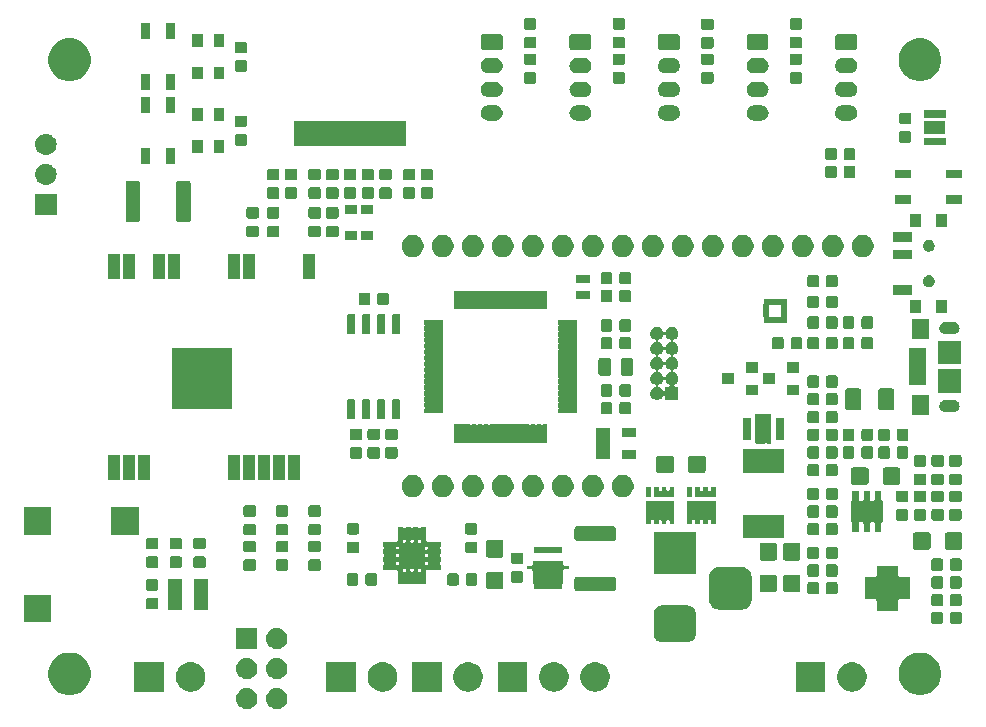
<source format=gbr>
G04 #@! TF.GenerationSoftware,KiCad,Pcbnew,5.0.2-5.fc29*
G04 #@! TF.CreationDate,2020-06-27T20:23:45+07:00*
G04 #@! TF.ProjectId,MP_SamBaseBoard_V1,4d505f53-616d-4426-9173-65426f617264,rev?*
G04 #@! TF.SameCoordinates,Original*
G04 #@! TF.FileFunction,Soldermask,Top*
G04 #@! TF.FilePolarity,Negative*
%FSLAX45Y45*%
G04 Gerber Fmt 4.5, Leading zero omitted, Abs format (unit mm)*
G04 Created by KiCad (PCBNEW 5.0.2-5.fc29) date Sat 27 Jun 2020 08:23:45 PM +07*
%MOMM*%
%LPD*%
G01*
G04 APERTURE LIST*
%ADD10C,0.100000*%
G04 APERTURE END LIST*
D10*
G36*
X14665044Y-12968552D02*
X14671663Y-12969204D01*
X14681446Y-12972171D01*
X14688647Y-12974356D01*
X14702509Y-12981765D01*
X14704299Y-12982722D01*
X14707873Y-12985655D01*
X14718019Y-12993981D01*
X14723040Y-13000100D01*
X14729278Y-13007701D01*
X14729278Y-13007701D01*
X14737644Y-13023353D01*
X14737644Y-13023353D01*
X14742796Y-13040337D01*
X14744536Y-13058000D01*
X14742796Y-13075663D01*
X14739362Y-13086985D01*
X14737644Y-13092647D01*
X14730235Y-13106509D01*
X14729278Y-13108299D01*
X14726345Y-13111873D01*
X14718019Y-13122019D01*
X14707873Y-13130345D01*
X14704299Y-13133278D01*
X14704299Y-13133278D01*
X14688647Y-13141644D01*
X14682985Y-13143362D01*
X14671663Y-13146796D01*
X14665044Y-13147448D01*
X14658426Y-13148100D01*
X14649574Y-13148100D01*
X14642956Y-13147448D01*
X14636337Y-13146796D01*
X14625015Y-13143362D01*
X14619353Y-13141644D01*
X14603701Y-13133278D01*
X14603701Y-13133278D01*
X14600127Y-13130345D01*
X14589981Y-13122019D01*
X14581655Y-13111873D01*
X14578722Y-13108299D01*
X14577765Y-13106509D01*
X14570356Y-13092647D01*
X14568638Y-13086985D01*
X14565204Y-13075663D01*
X14563464Y-13058000D01*
X14565204Y-13040337D01*
X14570356Y-13023353D01*
X14570356Y-13023353D01*
X14578722Y-13007701D01*
X14578722Y-13007701D01*
X14584960Y-13000100D01*
X14589981Y-12993981D01*
X14600127Y-12985655D01*
X14603701Y-12982722D01*
X14605491Y-12981765D01*
X14619353Y-12974356D01*
X14626554Y-12972171D01*
X14636337Y-12969204D01*
X14642956Y-12968552D01*
X14649574Y-12967900D01*
X14658426Y-12967900D01*
X14665044Y-12968552D01*
X14665044Y-12968552D01*
G37*
G36*
X14411044Y-12968552D02*
X14417663Y-12969204D01*
X14427446Y-12972171D01*
X14434647Y-12974356D01*
X14448509Y-12981765D01*
X14450299Y-12982722D01*
X14453873Y-12985655D01*
X14464019Y-12993981D01*
X14469040Y-13000100D01*
X14475278Y-13007701D01*
X14475278Y-13007701D01*
X14483644Y-13023353D01*
X14483644Y-13023353D01*
X14488796Y-13040337D01*
X14490536Y-13058000D01*
X14488796Y-13075663D01*
X14485362Y-13086985D01*
X14483644Y-13092647D01*
X14476235Y-13106509D01*
X14475278Y-13108299D01*
X14472345Y-13111873D01*
X14464019Y-13122019D01*
X14453873Y-13130345D01*
X14450299Y-13133278D01*
X14450299Y-13133278D01*
X14434647Y-13141644D01*
X14428985Y-13143362D01*
X14417663Y-13146796D01*
X14411044Y-13147448D01*
X14404426Y-13148100D01*
X14395574Y-13148100D01*
X14388956Y-13147448D01*
X14382337Y-13146796D01*
X14371015Y-13143362D01*
X14365353Y-13141644D01*
X14349701Y-13133278D01*
X14349701Y-13133278D01*
X14346127Y-13130345D01*
X14335981Y-13122019D01*
X14327655Y-13111873D01*
X14324722Y-13108299D01*
X14323765Y-13106509D01*
X14316356Y-13092647D01*
X14314638Y-13086985D01*
X14311204Y-13075663D01*
X14309464Y-13058000D01*
X14311204Y-13040337D01*
X14316356Y-13023353D01*
X14316356Y-13023353D01*
X14324722Y-13007701D01*
X14324722Y-13007701D01*
X14330960Y-13000100D01*
X14335981Y-12993981D01*
X14346127Y-12985655D01*
X14349701Y-12982722D01*
X14351491Y-12981765D01*
X14365353Y-12974356D01*
X14372554Y-12972171D01*
X14382337Y-12969204D01*
X14388956Y-12968552D01*
X14395574Y-12967900D01*
X14404426Y-12967900D01*
X14411044Y-12968552D01*
X14411044Y-12968552D01*
G37*
G36*
X12952533Y-12676821D02*
X12985309Y-12690397D01*
X13014807Y-12710107D01*
X13039893Y-12735193D01*
X13059603Y-12764691D01*
X13073179Y-12797467D01*
X13080100Y-12832262D01*
X13080100Y-12867738D01*
X13073179Y-12902533D01*
X13059603Y-12935309D01*
X13039893Y-12964807D01*
X13014807Y-12989893D01*
X12985309Y-13009603D01*
X12952533Y-13023179D01*
X12917738Y-13030100D01*
X12882262Y-13030100D01*
X12847467Y-13023179D01*
X12814691Y-13009603D01*
X12785193Y-12989893D01*
X12760107Y-12964807D01*
X12740397Y-12935309D01*
X12726821Y-12902533D01*
X12719900Y-12867738D01*
X12719900Y-12832262D01*
X12726821Y-12797467D01*
X12740397Y-12764691D01*
X12760107Y-12735193D01*
X12785193Y-12710107D01*
X12814691Y-12690397D01*
X12847467Y-12676821D01*
X12882262Y-12669900D01*
X12917738Y-12669900D01*
X12952533Y-12676821D01*
X12952533Y-12676821D01*
G37*
G36*
X20152533Y-12676821D02*
X20185309Y-12690397D01*
X20214807Y-12710107D01*
X20239893Y-12735193D01*
X20259603Y-12764691D01*
X20273179Y-12797467D01*
X20280100Y-12832262D01*
X20280100Y-12867738D01*
X20273179Y-12902533D01*
X20259603Y-12935309D01*
X20239893Y-12964807D01*
X20214807Y-12989893D01*
X20185309Y-13009603D01*
X20152533Y-13023179D01*
X20117738Y-13030100D01*
X20082262Y-13030100D01*
X20047467Y-13023179D01*
X20014691Y-13009603D01*
X19985193Y-12989893D01*
X19960107Y-12964807D01*
X19940397Y-12935309D01*
X19926821Y-12902533D01*
X19919900Y-12867738D01*
X19919900Y-12832262D01*
X19926821Y-12797467D01*
X19940397Y-12764691D01*
X19960107Y-12735193D01*
X19985193Y-12710107D01*
X20014691Y-12690397D01*
X20047467Y-12676821D01*
X20082262Y-12669900D01*
X20117738Y-12669900D01*
X20152533Y-12676821D01*
X20152533Y-12676821D01*
G37*
G36*
X19543364Y-12751102D02*
X19561490Y-12754707D01*
X19584257Y-12764138D01*
X19604654Y-12777767D01*
X19604747Y-12777829D01*
X19622171Y-12795253D01*
X19622172Y-12795253D01*
X19635862Y-12815743D01*
X19645293Y-12838510D01*
X19650100Y-12862679D01*
X19650100Y-12887321D01*
X19645293Y-12911490D01*
X19635862Y-12934257D01*
X19622233Y-12954654D01*
X19622171Y-12954747D01*
X19604747Y-12972171D01*
X19604747Y-12972171D01*
X19584257Y-12985862D01*
X19561490Y-12995292D01*
X19543364Y-12998898D01*
X19537321Y-13000100D01*
X19512679Y-13000100D01*
X19506637Y-12998898D01*
X19488510Y-12995292D01*
X19465743Y-12985862D01*
X19445253Y-12972171D01*
X19445253Y-12972171D01*
X19427829Y-12954747D01*
X19427767Y-12954654D01*
X19414138Y-12934257D01*
X19404708Y-12911490D01*
X19399900Y-12887321D01*
X19399900Y-12862679D01*
X19404708Y-12838510D01*
X19414138Y-12815743D01*
X19427829Y-12795253D01*
X19427829Y-12795253D01*
X19445253Y-12777829D01*
X19445346Y-12777767D01*
X19465743Y-12764138D01*
X19488510Y-12754707D01*
X19506636Y-12751102D01*
X19512679Y-12749900D01*
X19537321Y-12749900D01*
X19543364Y-12751102D01*
X19543364Y-12751102D01*
G37*
G36*
X13943364Y-12751102D02*
X13961490Y-12754707D01*
X13984257Y-12764138D01*
X14004654Y-12777767D01*
X14004747Y-12777829D01*
X14022171Y-12795253D01*
X14022171Y-12795253D01*
X14035862Y-12815743D01*
X14045292Y-12838510D01*
X14050100Y-12862679D01*
X14050100Y-12887321D01*
X14045292Y-12911490D01*
X14035862Y-12934257D01*
X14022233Y-12954654D01*
X14022171Y-12954747D01*
X14004747Y-12972171D01*
X14004747Y-12972171D01*
X13984257Y-12985862D01*
X13961490Y-12995292D01*
X13943363Y-12998898D01*
X13937321Y-13000100D01*
X13912679Y-13000100D01*
X13906636Y-12998898D01*
X13888510Y-12995292D01*
X13865743Y-12985862D01*
X13845253Y-12972171D01*
X13845253Y-12972171D01*
X13827829Y-12954747D01*
X13827767Y-12954654D01*
X13814138Y-12934257D01*
X13804707Y-12911490D01*
X13799900Y-12887321D01*
X13799900Y-12862679D01*
X13804707Y-12838510D01*
X13814138Y-12815743D01*
X13827828Y-12795253D01*
X13827829Y-12795253D01*
X13845253Y-12777829D01*
X13845346Y-12777767D01*
X13865743Y-12764138D01*
X13888510Y-12754707D01*
X13906636Y-12751102D01*
X13912679Y-12749900D01*
X13937321Y-12749900D01*
X13943364Y-12751102D01*
X13943364Y-12751102D01*
G37*
G36*
X13700100Y-13000100D02*
X13449900Y-13000100D01*
X13449900Y-12749900D01*
X13700100Y-12749900D01*
X13700100Y-13000100D01*
X13700100Y-13000100D01*
G37*
G36*
X16775100Y-13000100D02*
X16524900Y-13000100D01*
X16524900Y-12749900D01*
X16775100Y-12749900D01*
X16775100Y-13000100D01*
X16775100Y-13000100D01*
G37*
G36*
X17368364Y-12751102D02*
X17386490Y-12754707D01*
X17409257Y-12764138D01*
X17429654Y-12777767D01*
X17429747Y-12777829D01*
X17447171Y-12795253D01*
X17447172Y-12795253D01*
X17460862Y-12815743D01*
X17470293Y-12838510D01*
X17475100Y-12862679D01*
X17475100Y-12887321D01*
X17470293Y-12911490D01*
X17460862Y-12934257D01*
X17447233Y-12954654D01*
X17447171Y-12954747D01*
X17429747Y-12972171D01*
X17429747Y-12972171D01*
X17409257Y-12985862D01*
X17386490Y-12995292D01*
X17368364Y-12998898D01*
X17362321Y-13000100D01*
X17337679Y-13000100D01*
X17331637Y-12998898D01*
X17313510Y-12995292D01*
X17290743Y-12985862D01*
X17270253Y-12972171D01*
X17270253Y-12972171D01*
X17252829Y-12954747D01*
X17252767Y-12954654D01*
X17239138Y-12934257D01*
X17229708Y-12911490D01*
X17224900Y-12887321D01*
X17224900Y-12862679D01*
X17229708Y-12838510D01*
X17239138Y-12815743D01*
X17252829Y-12795253D01*
X17252829Y-12795253D01*
X17270253Y-12777829D01*
X17270346Y-12777767D01*
X17290743Y-12764138D01*
X17313510Y-12754707D01*
X17331636Y-12751102D01*
X17337679Y-12749900D01*
X17362321Y-12749900D01*
X17368364Y-12751102D01*
X17368364Y-12751102D01*
G37*
G36*
X17018364Y-12751102D02*
X17036490Y-12754707D01*
X17059257Y-12764138D01*
X17079654Y-12777767D01*
X17079747Y-12777829D01*
X17097171Y-12795253D01*
X17097172Y-12795253D01*
X17110862Y-12815743D01*
X17120293Y-12838510D01*
X17125100Y-12862679D01*
X17125100Y-12887321D01*
X17120293Y-12911490D01*
X17110862Y-12934257D01*
X17097233Y-12954654D01*
X17097171Y-12954747D01*
X17079747Y-12972171D01*
X17079747Y-12972171D01*
X17059257Y-12985862D01*
X17036490Y-12995292D01*
X17018364Y-12998898D01*
X17012321Y-13000100D01*
X16987679Y-13000100D01*
X16981637Y-12998898D01*
X16963510Y-12995292D01*
X16940743Y-12985862D01*
X16920253Y-12972171D01*
X16920253Y-12972171D01*
X16902829Y-12954747D01*
X16902767Y-12954654D01*
X16889138Y-12934257D01*
X16879708Y-12911490D01*
X16874900Y-12887321D01*
X16874900Y-12862679D01*
X16879708Y-12838510D01*
X16889138Y-12815743D01*
X16902829Y-12795253D01*
X16902829Y-12795253D01*
X16920253Y-12777829D01*
X16920346Y-12777767D01*
X16940743Y-12764138D01*
X16963510Y-12754707D01*
X16981636Y-12751102D01*
X16987679Y-12749900D01*
X17012321Y-12749900D01*
X17018364Y-12751102D01*
X17018364Y-12751102D01*
G37*
G36*
X16050100Y-13000100D02*
X15799900Y-13000100D01*
X15799900Y-12749900D01*
X16050100Y-12749900D01*
X16050100Y-13000100D01*
X16050100Y-13000100D01*
G37*
G36*
X16293364Y-12751102D02*
X16311490Y-12754707D01*
X16334257Y-12764138D01*
X16354654Y-12777767D01*
X16354747Y-12777829D01*
X16372171Y-12795253D01*
X16372171Y-12795253D01*
X16385862Y-12815743D01*
X16395292Y-12838510D01*
X16400100Y-12862679D01*
X16400100Y-12887321D01*
X16395292Y-12911490D01*
X16385862Y-12934257D01*
X16372233Y-12954654D01*
X16372171Y-12954747D01*
X16354747Y-12972171D01*
X16354747Y-12972171D01*
X16334257Y-12985862D01*
X16311490Y-12995292D01*
X16293363Y-12998898D01*
X16287321Y-13000100D01*
X16262679Y-13000100D01*
X16256636Y-12998898D01*
X16238510Y-12995292D01*
X16215743Y-12985862D01*
X16195253Y-12972171D01*
X16195253Y-12972171D01*
X16177829Y-12954747D01*
X16177767Y-12954654D01*
X16164138Y-12934257D01*
X16154707Y-12911490D01*
X16149900Y-12887321D01*
X16149900Y-12862679D01*
X16154707Y-12838510D01*
X16164138Y-12815743D01*
X16177828Y-12795253D01*
X16177829Y-12795253D01*
X16195253Y-12777829D01*
X16195346Y-12777767D01*
X16215743Y-12764138D01*
X16238510Y-12754707D01*
X16256636Y-12751102D01*
X16262679Y-12749900D01*
X16287321Y-12749900D01*
X16293364Y-12751102D01*
X16293364Y-12751102D01*
G37*
G36*
X15325100Y-13000100D02*
X15074900Y-13000100D01*
X15074900Y-12749900D01*
X15325100Y-12749900D01*
X15325100Y-13000100D01*
X15325100Y-13000100D01*
G37*
G36*
X15568364Y-12751102D02*
X15586490Y-12754707D01*
X15609257Y-12764138D01*
X15629654Y-12777767D01*
X15629747Y-12777829D01*
X15647171Y-12795253D01*
X15647171Y-12795253D01*
X15660862Y-12815743D01*
X15670292Y-12838510D01*
X15675100Y-12862679D01*
X15675100Y-12887321D01*
X15670292Y-12911490D01*
X15660862Y-12934257D01*
X15647233Y-12954654D01*
X15647171Y-12954747D01*
X15629747Y-12972171D01*
X15629747Y-12972171D01*
X15609257Y-12985862D01*
X15586490Y-12995292D01*
X15568363Y-12998898D01*
X15562321Y-13000100D01*
X15537679Y-13000100D01*
X15531636Y-12998898D01*
X15513510Y-12995292D01*
X15490743Y-12985862D01*
X15470253Y-12972171D01*
X15470253Y-12972171D01*
X15452829Y-12954747D01*
X15452767Y-12954654D01*
X15439138Y-12934257D01*
X15429707Y-12911490D01*
X15424900Y-12887321D01*
X15424900Y-12862679D01*
X15429707Y-12838510D01*
X15439138Y-12815743D01*
X15452828Y-12795253D01*
X15452829Y-12795253D01*
X15470253Y-12777829D01*
X15470346Y-12777767D01*
X15490743Y-12764138D01*
X15513510Y-12754707D01*
X15531636Y-12751102D01*
X15537679Y-12749900D01*
X15562321Y-12749900D01*
X15568364Y-12751102D01*
X15568364Y-12751102D01*
G37*
G36*
X19300100Y-13000100D02*
X19049900Y-13000100D01*
X19049900Y-12749900D01*
X19300100Y-12749900D01*
X19300100Y-13000100D01*
X19300100Y-13000100D01*
G37*
G36*
X14665044Y-12714552D02*
X14671663Y-12715204D01*
X14682985Y-12718638D01*
X14688647Y-12720356D01*
X14702509Y-12727765D01*
X14704299Y-12728722D01*
X14707873Y-12731655D01*
X14718019Y-12739981D01*
X14726158Y-12749900D01*
X14729278Y-12753701D01*
X14729278Y-12753701D01*
X14737644Y-12769353D01*
X14737644Y-12769353D01*
X14742796Y-12786337D01*
X14744536Y-12804000D01*
X14742796Y-12821663D01*
X14739581Y-12832262D01*
X14737644Y-12838647D01*
X14730235Y-12852509D01*
X14729278Y-12854299D01*
X14726345Y-12857873D01*
X14718019Y-12868019D01*
X14707873Y-12876345D01*
X14704299Y-12879278D01*
X14704299Y-12879278D01*
X14688647Y-12887644D01*
X14682985Y-12889362D01*
X14671663Y-12892796D01*
X14665044Y-12893448D01*
X14658426Y-12894100D01*
X14649574Y-12894100D01*
X14642956Y-12893448D01*
X14636337Y-12892796D01*
X14625015Y-12889362D01*
X14619353Y-12887644D01*
X14603701Y-12879278D01*
X14603701Y-12879278D01*
X14600127Y-12876345D01*
X14589981Y-12868019D01*
X14581655Y-12857873D01*
X14578722Y-12854299D01*
X14577765Y-12852509D01*
X14570356Y-12838647D01*
X14568419Y-12832262D01*
X14565204Y-12821663D01*
X14563464Y-12804000D01*
X14565204Y-12786337D01*
X14570356Y-12769353D01*
X14570356Y-12769353D01*
X14578722Y-12753701D01*
X14578722Y-12753701D01*
X14581841Y-12749900D01*
X14589981Y-12739981D01*
X14600127Y-12731655D01*
X14603701Y-12728722D01*
X14605491Y-12727765D01*
X14619353Y-12720356D01*
X14625015Y-12718638D01*
X14636337Y-12715204D01*
X14642956Y-12714552D01*
X14649574Y-12713900D01*
X14658426Y-12713900D01*
X14665044Y-12714552D01*
X14665044Y-12714552D01*
G37*
G36*
X14411044Y-12714552D02*
X14417663Y-12715204D01*
X14428985Y-12718638D01*
X14434647Y-12720356D01*
X14448509Y-12727765D01*
X14450299Y-12728722D01*
X14453873Y-12731655D01*
X14464019Y-12739981D01*
X14472158Y-12749900D01*
X14475278Y-12753701D01*
X14475278Y-12753701D01*
X14483644Y-12769353D01*
X14483644Y-12769353D01*
X14488796Y-12786337D01*
X14490536Y-12804000D01*
X14488796Y-12821663D01*
X14485581Y-12832262D01*
X14483644Y-12838647D01*
X14476235Y-12852509D01*
X14475278Y-12854299D01*
X14472345Y-12857873D01*
X14464019Y-12868019D01*
X14453873Y-12876345D01*
X14450299Y-12879278D01*
X14450299Y-12879278D01*
X14434647Y-12887644D01*
X14428985Y-12889362D01*
X14417663Y-12892796D01*
X14411044Y-12893448D01*
X14404426Y-12894100D01*
X14395574Y-12894100D01*
X14388956Y-12893448D01*
X14382337Y-12892796D01*
X14371015Y-12889362D01*
X14365353Y-12887644D01*
X14349701Y-12879278D01*
X14349701Y-12879278D01*
X14346127Y-12876345D01*
X14335981Y-12868019D01*
X14327655Y-12857873D01*
X14324722Y-12854299D01*
X14323765Y-12852509D01*
X14316356Y-12838647D01*
X14314419Y-12832262D01*
X14311204Y-12821663D01*
X14309464Y-12804000D01*
X14311204Y-12786337D01*
X14316356Y-12769353D01*
X14316356Y-12769353D01*
X14324722Y-12753701D01*
X14324722Y-12753701D01*
X14327841Y-12749900D01*
X14335981Y-12739981D01*
X14346127Y-12731655D01*
X14349701Y-12728722D01*
X14351491Y-12727765D01*
X14365353Y-12720356D01*
X14371015Y-12718638D01*
X14382337Y-12715204D01*
X14388956Y-12714552D01*
X14395574Y-12713900D01*
X14404426Y-12713900D01*
X14411044Y-12714552D01*
X14411044Y-12714552D01*
G37*
G36*
X14665044Y-12460552D02*
X14671663Y-12461204D01*
X14682985Y-12464638D01*
X14688647Y-12466356D01*
X14702509Y-12473765D01*
X14704299Y-12474722D01*
X14707873Y-12477655D01*
X14718019Y-12485981D01*
X14726345Y-12496127D01*
X14729278Y-12499701D01*
X14729278Y-12499701D01*
X14737644Y-12515353D01*
X14737644Y-12515353D01*
X14742796Y-12532337D01*
X14744536Y-12550000D01*
X14742796Y-12567663D01*
X14742684Y-12568034D01*
X14737644Y-12584647D01*
X14730235Y-12598509D01*
X14729278Y-12600299D01*
X14726345Y-12603873D01*
X14718019Y-12614019D01*
X14707873Y-12622345D01*
X14704299Y-12625278D01*
X14704299Y-12625278D01*
X14688647Y-12633644D01*
X14682985Y-12635362D01*
X14671663Y-12638796D01*
X14665044Y-12639448D01*
X14658426Y-12640100D01*
X14649574Y-12640100D01*
X14642956Y-12639448D01*
X14636337Y-12638796D01*
X14625015Y-12635362D01*
X14619353Y-12633644D01*
X14603701Y-12625278D01*
X14603701Y-12625278D01*
X14600127Y-12622345D01*
X14589981Y-12614019D01*
X14581655Y-12603873D01*
X14578722Y-12600299D01*
X14577765Y-12598509D01*
X14570356Y-12584647D01*
X14565316Y-12568034D01*
X14565204Y-12567663D01*
X14563464Y-12550000D01*
X14565204Y-12532337D01*
X14570356Y-12515353D01*
X14570356Y-12515353D01*
X14578722Y-12499701D01*
X14578722Y-12499701D01*
X14581655Y-12496127D01*
X14589981Y-12485981D01*
X14600127Y-12477655D01*
X14603701Y-12474722D01*
X14605491Y-12473765D01*
X14619353Y-12466356D01*
X14625015Y-12464638D01*
X14636337Y-12461204D01*
X14642956Y-12460552D01*
X14649574Y-12459900D01*
X14658426Y-12459900D01*
X14665044Y-12460552D01*
X14665044Y-12460552D01*
G37*
G36*
X14490100Y-12640100D02*
X14309900Y-12640100D01*
X14309900Y-12459900D01*
X14490100Y-12459900D01*
X14490100Y-12640100D01*
X14490100Y-12640100D01*
G37*
G36*
X18147698Y-12271329D02*
X18161063Y-12275383D01*
X18173378Y-12281966D01*
X18184174Y-12290826D01*
X18193034Y-12301622D01*
X18199617Y-12313937D01*
X18203671Y-12327302D01*
X18205100Y-12341814D01*
X18205100Y-12508186D01*
X18203671Y-12522698D01*
X18199617Y-12536063D01*
X18193034Y-12548378D01*
X18184174Y-12559174D01*
X18173378Y-12568034D01*
X18161063Y-12574616D01*
X18147698Y-12578671D01*
X18133186Y-12580100D01*
X17916814Y-12580100D01*
X17902302Y-12578671D01*
X17888937Y-12574616D01*
X17876622Y-12568034D01*
X17865826Y-12559174D01*
X17856966Y-12548378D01*
X17850384Y-12536063D01*
X17846329Y-12522698D01*
X17844900Y-12508186D01*
X17844900Y-12341814D01*
X17846329Y-12327302D01*
X17850384Y-12313937D01*
X17856966Y-12301622D01*
X17865826Y-12290826D01*
X17876622Y-12281966D01*
X17888937Y-12275383D01*
X17902302Y-12271329D01*
X17916814Y-12269900D01*
X18133186Y-12269900D01*
X18147698Y-12271329D01*
X18147698Y-12271329D01*
G37*
G36*
X20280459Y-12322808D02*
X20283857Y-12323839D01*
X20286989Y-12325513D01*
X20289734Y-12327766D01*
X20291987Y-12330511D01*
X20293661Y-12333643D01*
X20294692Y-12337041D01*
X20295100Y-12341189D01*
X20295100Y-12408811D01*
X20294692Y-12412959D01*
X20293661Y-12416357D01*
X20291987Y-12419489D01*
X20289734Y-12422234D01*
X20286989Y-12424487D01*
X20283857Y-12426161D01*
X20280459Y-12427191D01*
X20276311Y-12427600D01*
X20216189Y-12427600D01*
X20212041Y-12427191D01*
X20208643Y-12426161D01*
X20205511Y-12424487D01*
X20202766Y-12422234D01*
X20200513Y-12419489D01*
X20198839Y-12416357D01*
X20197809Y-12412959D01*
X20197400Y-12408811D01*
X20197400Y-12341189D01*
X20197809Y-12337041D01*
X20198839Y-12333643D01*
X20200513Y-12330511D01*
X20202766Y-12327766D01*
X20205511Y-12325513D01*
X20208643Y-12323839D01*
X20212041Y-12322808D01*
X20216189Y-12322400D01*
X20276311Y-12322400D01*
X20280459Y-12322808D01*
X20280459Y-12322808D01*
G37*
G36*
X20437959Y-12322808D02*
X20441357Y-12323839D01*
X20444489Y-12325513D01*
X20447234Y-12327766D01*
X20449487Y-12330511D01*
X20451161Y-12333643D01*
X20452192Y-12337041D01*
X20452600Y-12341189D01*
X20452600Y-12408811D01*
X20452192Y-12412959D01*
X20451161Y-12416357D01*
X20449487Y-12419489D01*
X20447234Y-12422234D01*
X20444489Y-12424487D01*
X20441357Y-12426161D01*
X20437959Y-12427191D01*
X20433811Y-12427600D01*
X20373689Y-12427600D01*
X20369541Y-12427191D01*
X20366143Y-12426161D01*
X20363011Y-12424487D01*
X20360266Y-12422234D01*
X20358013Y-12419489D01*
X20356339Y-12416357D01*
X20355309Y-12412959D01*
X20354900Y-12408811D01*
X20354900Y-12341189D01*
X20355309Y-12337041D01*
X20356339Y-12333643D01*
X20358013Y-12330511D01*
X20360266Y-12327766D01*
X20363011Y-12325513D01*
X20366143Y-12323839D01*
X20369541Y-12322808D01*
X20373689Y-12322400D01*
X20433811Y-12322400D01*
X20437959Y-12322808D01*
X20437959Y-12322808D01*
G37*
G36*
X12744850Y-12409850D02*
X12515150Y-12409850D01*
X12515150Y-12180150D01*
X12744850Y-12180150D01*
X12744850Y-12409850D01*
X12744850Y-12409850D01*
G37*
G36*
X19765536Y-11932508D02*
X19766003Y-11932650D01*
X19766433Y-11932880D01*
X19767071Y-11933403D01*
X19769108Y-11934764D01*
X19771372Y-11935702D01*
X19773775Y-11936180D01*
X19776226Y-11936180D01*
X19778629Y-11935702D01*
X19780893Y-11934764D01*
X19782930Y-11933403D01*
X19783567Y-11932880D01*
X19783997Y-11932650D01*
X19784464Y-11932508D01*
X19785564Y-11932400D01*
X19814436Y-11932400D01*
X19815536Y-11932508D01*
X19816003Y-11932650D01*
X19816433Y-11932880D01*
X19817071Y-11933403D01*
X19819108Y-11934764D01*
X19821372Y-11935702D01*
X19823775Y-11936180D01*
X19826226Y-11936180D01*
X19828629Y-11935702D01*
X19830893Y-11934764D01*
X19832930Y-11933403D01*
X19833567Y-11932880D01*
X19833997Y-11932650D01*
X19834464Y-11932508D01*
X19835564Y-11932400D01*
X19864436Y-11932400D01*
X19865536Y-11932508D01*
X19866003Y-11932650D01*
X19866433Y-11932880D01*
X19867071Y-11933403D01*
X19869108Y-11934764D01*
X19871372Y-11935702D01*
X19873775Y-11936180D01*
X19876226Y-11936180D01*
X19878629Y-11935702D01*
X19880893Y-11934764D01*
X19882930Y-11933403D01*
X19883567Y-11932880D01*
X19883997Y-11932650D01*
X19884464Y-11932508D01*
X19885564Y-11932400D01*
X19914436Y-11932400D01*
X19915536Y-11932508D01*
X19916003Y-11932650D01*
X19916433Y-11932880D01*
X19916810Y-11933190D01*
X19917120Y-11933567D01*
X19917350Y-11933997D01*
X19917492Y-11934464D01*
X19917600Y-11935564D01*
X19917600Y-12019900D01*
X19917840Y-12022339D01*
X19918552Y-12024683D01*
X19919707Y-12026845D01*
X19921261Y-12028739D01*
X19923155Y-12030293D01*
X19925317Y-12031448D01*
X19927661Y-12032160D01*
X19930100Y-12032400D01*
X20014436Y-12032400D01*
X20015536Y-12032508D01*
X20016003Y-12032650D01*
X20016433Y-12032880D01*
X20016810Y-12033190D01*
X20017120Y-12033567D01*
X20017350Y-12033997D01*
X20017492Y-12034464D01*
X20017600Y-12035564D01*
X20017600Y-12064436D01*
X20017492Y-12065536D01*
X20017350Y-12066003D01*
X20017120Y-12066433D01*
X20016597Y-12067070D01*
X20015236Y-12069108D01*
X20014298Y-12071372D01*
X20013820Y-12073775D01*
X20013820Y-12076226D01*
X20014298Y-12078629D01*
X20015236Y-12080893D01*
X20016597Y-12082929D01*
X20017120Y-12083567D01*
X20017350Y-12083997D01*
X20017492Y-12084464D01*
X20017600Y-12085564D01*
X20017600Y-12114436D01*
X20017492Y-12115536D01*
X20017350Y-12116003D01*
X20017120Y-12116433D01*
X20016597Y-12117070D01*
X20015236Y-12119108D01*
X20014298Y-12121372D01*
X20013820Y-12123775D01*
X20013820Y-12126226D01*
X20014298Y-12128629D01*
X20015236Y-12130893D01*
X20016597Y-12132929D01*
X20017120Y-12133567D01*
X20017350Y-12133997D01*
X20017492Y-12134464D01*
X20017600Y-12135564D01*
X20017600Y-12164436D01*
X20017492Y-12165536D01*
X20017350Y-12166003D01*
X20017120Y-12166433D01*
X20016597Y-12167070D01*
X20015236Y-12169108D01*
X20014298Y-12171372D01*
X20013820Y-12173775D01*
X20013820Y-12176226D01*
X20014298Y-12178629D01*
X20015236Y-12180893D01*
X20016597Y-12182929D01*
X20017120Y-12183567D01*
X20017350Y-12183997D01*
X20017492Y-12184464D01*
X20017600Y-12185564D01*
X20017600Y-12214436D01*
X20017492Y-12215536D01*
X20017350Y-12216003D01*
X20017120Y-12216433D01*
X20016810Y-12216810D01*
X20016433Y-12217120D01*
X20016003Y-12217350D01*
X20015536Y-12217492D01*
X20014436Y-12217600D01*
X19930100Y-12217600D01*
X19927661Y-12217840D01*
X19925317Y-12218551D01*
X19923155Y-12219707D01*
X19921261Y-12221261D01*
X19919707Y-12223155D01*
X19918552Y-12225316D01*
X19917840Y-12227661D01*
X19917600Y-12230100D01*
X19917600Y-12314436D01*
X19917492Y-12315536D01*
X19917350Y-12316003D01*
X19917120Y-12316433D01*
X19916810Y-12316810D01*
X19916433Y-12317120D01*
X19916003Y-12317350D01*
X19915536Y-12317492D01*
X19914436Y-12317600D01*
X19885564Y-12317600D01*
X19884464Y-12317492D01*
X19883997Y-12317350D01*
X19883567Y-12317120D01*
X19882930Y-12316597D01*
X19880892Y-12315236D01*
X19878628Y-12314298D01*
X19876225Y-12313820D01*
X19873774Y-12313820D01*
X19871371Y-12314298D01*
X19869107Y-12315236D01*
X19867071Y-12316597D01*
X19866433Y-12317120D01*
X19866003Y-12317350D01*
X19865536Y-12317492D01*
X19864436Y-12317600D01*
X19835564Y-12317600D01*
X19834464Y-12317492D01*
X19833997Y-12317350D01*
X19833567Y-12317120D01*
X19832930Y-12316597D01*
X19830892Y-12315236D01*
X19828628Y-12314298D01*
X19826225Y-12313820D01*
X19823774Y-12313820D01*
X19821371Y-12314298D01*
X19819107Y-12315236D01*
X19817071Y-12316597D01*
X19816433Y-12317120D01*
X19816003Y-12317350D01*
X19815536Y-12317492D01*
X19814436Y-12317600D01*
X19785564Y-12317600D01*
X19784464Y-12317492D01*
X19783997Y-12317350D01*
X19783567Y-12317120D01*
X19782930Y-12316597D01*
X19780892Y-12315236D01*
X19778628Y-12314298D01*
X19776225Y-12313820D01*
X19773774Y-12313820D01*
X19771371Y-12314298D01*
X19769107Y-12315236D01*
X19767071Y-12316597D01*
X19766433Y-12317120D01*
X19766003Y-12317350D01*
X19765536Y-12317492D01*
X19764436Y-12317600D01*
X19735564Y-12317600D01*
X19734464Y-12317492D01*
X19733997Y-12317350D01*
X19733567Y-12317120D01*
X19733190Y-12316810D01*
X19732880Y-12316433D01*
X19732650Y-12316003D01*
X19732508Y-12315536D01*
X19732400Y-12314436D01*
X19732400Y-12230100D01*
X19732160Y-12227661D01*
X19731449Y-12225316D01*
X19730293Y-12223155D01*
X19728739Y-12221261D01*
X19726845Y-12219707D01*
X19724684Y-12218551D01*
X19722339Y-12217840D01*
X19719900Y-12217600D01*
X19635564Y-12217600D01*
X19634464Y-12217492D01*
X19633997Y-12217350D01*
X19633567Y-12217120D01*
X19633190Y-12216810D01*
X19632880Y-12216433D01*
X19632650Y-12216003D01*
X19632508Y-12215536D01*
X19632400Y-12214436D01*
X19632400Y-12185564D01*
X19632508Y-12184464D01*
X19632650Y-12183997D01*
X19632880Y-12183567D01*
X19633403Y-12182929D01*
X19634764Y-12180892D01*
X19635702Y-12178628D01*
X19636180Y-12176225D01*
X19636180Y-12173774D01*
X19635702Y-12171371D01*
X19634764Y-12169107D01*
X19633403Y-12167070D01*
X19632880Y-12166433D01*
X19632650Y-12166003D01*
X19632508Y-12165536D01*
X19632400Y-12164436D01*
X19632400Y-12135564D01*
X19632508Y-12134464D01*
X19632650Y-12133997D01*
X19632880Y-12133567D01*
X19633403Y-12132929D01*
X19634764Y-12130892D01*
X19635702Y-12128628D01*
X19636180Y-12126225D01*
X19636180Y-12123774D01*
X19635702Y-12121371D01*
X19634764Y-12119107D01*
X19633403Y-12117070D01*
X19632880Y-12116433D01*
X19632650Y-12116003D01*
X19632508Y-12115536D01*
X19632400Y-12114436D01*
X19632400Y-12085564D01*
X19632508Y-12084464D01*
X19632650Y-12083997D01*
X19632880Y-12083567D01*
X19633403Y-12082929D01*
X19634764Y-12080892D01*
X19635702Y-12078628D01*
X19636180Y-12076225D01*
X19636180Y-12073774D01*
X19635702Y-12071371D01*
X19634764Y-12069107D01*
X19633403Y-12067070D01*
X19632880Y-12066433D01*
X19632650Y-12066003D01*
X19632508Y-12065536D01*
X19632400Y-12064436D01*
X19632400Y-12035564D01*
X19632508Y-12034464D01*
X19632650Y-12033997D01*
X19632880Y-12033567D01*
X19633190Y-12033190D01*
X19633567Y-12032880D01*
X19633997Y-12032650D01*
X19634464Y-12032508D01*
X19635564Y-12032400D01*
X19719900Y-12032400D01*
X19722339Y-12032160D01*
X19724684Y-12031448D01*
X19726845Y-12030293D01*
X19728739Y-12028739D01*
X19730293Y-12026845D01*
X19731449Y-12024683D01*
X19732160Y-12022339D01*
X19732400Y-12019900D01*
X19732400Y-11935564D01*
X19732508Y-11934464D01*
X19732650Y-11933997D01*
X19732880Y-11933567D01*
X19733190Y-11933190D01*
X19733567Y-11932880D01*
X19733997Y-11932650D01*
X19734464Y-11932508D01*
X19735564Y-11932400D01*
X19764436Y-11932400D01*
X19765536Y-11932508D01*
X19765536Y-11932508D01*
G37*
G36*
X13848100Y-12307600D02*
X13731900Y-12307600D01*
X13731900Y-12042400D01*
X13848100Y-12042400D01*
X13848100Y-12307600D01*
X13848100Y-12307600D01*
G37*
G36*
X14068100Y-12307600D02*
X13951900Y-12307600D01*
X13951900Y-12042400D01*
X14068100Y-12042400D01*
X14068100Y-12307600D01*
X14068100Y-12307600D01*
G37*
G36*
X18607637Y-11946569D02*
X18623346Y-11951335D01*
X18637823Y-11959073D01*
X18650513Y-11969487D01*
X18660927Y-11982177D01*
X18668665Y-11996654D01*
X18673431Y-12012363D01*
X18675100Y-12029314D01*
X18675100Y-12220686D01*
X18673431Y-12237637D01*
X18668665Y-12253346D01*
X18660927Y-12267823D01*
X18650513Y-12280513D01*
X18637823Y-12290927D01*
X18623346Y-12298665D01*
X18607637Y-12303430D01*
X18590686Y-12305100D01*
X18399314Y-12305100D01*
X18382363Y-12303430D01*
X18366654Y-12298665D01*
X18352177Y-12290927D01*
X18339487Y-12280513D01*
X18329073Y-12267823D01*
X18321335Y-12253346D01*
X18316570Y-12237637D01*
X18314900Y-12220686D01*
X18314900Y-12029314D01*
X18316570Y-12012363D01*
X18321335Y-11996654D01*
X18329073Y-11982177D01*
X18339487Y-11969487D01*
X18352177Y-11959073D01*
X18366654Y-11951335D01*
X18382363Y-11946569D01*
X18399314Y-11944900D01*
X18590686Y-11944900D01*
X18607637Y-11946569D01*
X18607637Y-11946569D01*
G37*
G36*
X13637959Y-12205308D02*
X13641357Y-12206339D01*
X13644489Y-12208013D01*
X13647234Y-12210266D01*
X13649487Y-12213011D01*
X13651161Y-12216143D01*
X13652191Y-12219541D01*
X13652600Y-12223689D01*
X13652600Y-12283811D01*
X13652191Y-12287959D01*
X13651161Y-12291357D01*
X13649487Y-12294489D01*
X13647234Y-12297234D01*
X13644489Y-12299487D01*
X13641357Y-12301161D01*
X13637959Y-12302191D01*
X13633811Y-12302600D01*
X13566189Y-12302600D01*
X13562041Y-12302191D01*
X13558643Y-12301161D01*
X13555511Y-12299487D01*
X13552766Y-12297234D01*
X13550513Y-12294489D01*
X13548839Y-12291357D01*
X13547808Y-12287959D01*
X13547400Y-12283811D01*
X13547400Y-12223689D01*
X13547808Y-12219541D01*
X13548839Y-12216143D01*
X13550513Y-12213011D01*
X13552766Y-12210266D01*
X13555511Y-12208013D01*
X13558643Y-12206339D01*
X13562041Y-12205308D01*
X13566189Y-12204900D01*
X13633811Y-12204900D01*
X13637959Y-12205308D01*
X13637959Y-12205308D01*
G37*
G36*
X20437959Y-12172808D02*
X20441357Y-12173839D01*
X20444489Y-12175513D01*
X20447234Y-12177766D01*
X20449487Y-12180511D01*
X20451161Y-12183643D01*
X20452192Y-12187041D01*
X20452600Y-12191189D01*
X20452600Y-12258811D01*
X20452192Y-12262959D01*
X20451161Y-12266357D01*
X20449487Y-12269489D01*
X20447234Y-12272234D01*
X20444489Y-12274487D01*
X20441357Y-12276161D01*
X20437959Y-12277191D01*
X20433811Y-12277600D01*
X20373689Y-12277600D01*
X20369541Y-12277191D01*
X20366143Y-12276161D01*
X20363011Y-12274487D01*
X20360266Y-12272234D01*
X20358013Y-12269489D01*
X20356339Y-12266357D01*
X20355309Y-12262959D01*
X20354900Y-12258811D01*
X20354900Y-12191189D01*
X20355309Y-12187041D01*
X20356339Y-12183643D01*
X20358013Y-12180511D01*
X20360266Y-12177766D01*
X20363011Y-12175513D01*
X20366143Y-12173839D01*
X20369541Y-12172808D01*
X20373689Y-12172400D01*
X20433811Y-12172400D01*
X20437959Y-12172808D01*
X20437959Y-12172808D01*
G37*
G36*
X20280459Y-12172808D02*
X20283857Y-12173839D01*
X20286989Y-12175513D01*
X20289734Y-12177766D01*
X20291987Y-12180511D01*
X20293661Y-12183643D01*
X20294692Y-12187041D01*
X20295100Y-12191189D01*
X20295100Y-12258811D01*
X20294692Y-12262959D01*
X20293661Y-12266357D01*
X20291987Y-12269489D01*
X20289734Y-12272234D01*
X20286989Y-12274487D01*
X20283857Y-12276161D01*
X20280459Y-12277191D01*
X20276311Y-12277600D01*
X20216189Y-12277600D01*
X20212041Y-12277191D01*
X20208643Y-12276161D01*
X20205511Y-12274487D01*
X20202766Y-12272234D01*
X20200513Y-12269489D01*
X20198839Y-12266357D01*
X20197809Y-12262959D01*
X20197400Y-12258811D01*
X20197400Y-12191189D01*
X20197809Y-12187041D01*
X20198839Y-12183643D01*
X20200513Y-12180511D01*
X20202766Y-12177766D01*
X20205511Y-12175513D01*
X20208643Y-12173839D01*
X20212041Y-12172808D01*
X20216189Y-12172400D01*
X20276311Y-12172400D01*
X20280459Y-12172808D01*
X20280459Y-12172808D01*
G37*
G36*
X19387959Y-12072808D02*
X19391357Y-12073839D01*
X19394489Y-12075513D01*
X19397234Y-12077766D01*
X19399487Y-12080511D01*
X19401161Y-12083643D01*
X19402192Y-12087041D01*
X19402600Y-12091189D01*
X19402600Y-12158811D01*
X19402192Y-12162959D01*
X19401161Y-12166357D01*
X19399487Y-12169489D01*
X19397234Y-12172234D01*
X19394489Y-12174487D01*
X19391357Y-12176161D01*
X19387959Y-12177191D01*
X19383811Y-12177600D01*
X19323689Y-12177600D01*
X19319541Y-12177191D01*
X19316143Y-12176161D01*
X19313011Y-12174487D01*
X19310266Y-12172234D01*
X19308013Y-12169489D01*
X19306339Y-12166357D01*
X19305309Y-12162959D01*
X19304900Y-12158811D01*
X19304900Y-12091189D01*
X19305309Y-12087041D01*
X19306339Y-12083643D01*
X19308013Y-12080511D01*
X19310266Y-12077766D01*
X19313011Y-12075513D01*
X19316143Y-12073839D01*
X19319541Y-12072808D01*
X19323689Y-12072400D01*
X19383811Y-12072400D01*
X19387959Y-12072808D01*
X19387959Y-12072808D01*
G37*
G36*
X19230459Y-12072808D02*
X19233857Y-12073839D01*
X19236989Y-12075513D01*
X19239734Y-12077766D01*
X19241987Y-12080511D01*
X19243661Y-12083643D01*
X19244692Y-12087041D01*
X19245100Y-12091189D01*
X19245100Y-12158811D01*
X19244692Y-12162959D01*
X19243661Y-12166357D01*
X19241987Y-12169489D01*
X19239734Y-12172234D01*
X19236989Y-12174487D01*
X19233857Y-12176161D01*
X19230459Y-12177191D01*
X19226311Y-12177600D01*
X19166189Y-12177600D01*
X19162041Y-12177191D01*
X19158643Y-12176161D01*
X19155511Y-12174487D01*
X19152766Y-12172234D01*
X19150513Y-12169489D01*
X19148839Y-12166357D01*
X19147809Y-12162959D01*
X19147400Y-12158811D01*
X19147400Y-12091189D01*
X19147809Y-12087041D01*
X19148839Y-12083643D01*
X19150513Y-12080511D01*
X19152766Y-12077766D01*
X19155511Y-12075513D01*
X19158643Y-12073839D01*
X19162041Y-12072808D01*
X19166189Y-12072400D01*
X19226311Y-12072400D01*
X19230459Y-12072808D01*
X19230459Y-12072808D01*
G37*
G36*
X19072280Y-12010325D02*
X19075837Y-12011404D01*
X19079114Y-12013155D01*
X19081987Y-12015513D01*
X19084345Y-12018386D01*
X19086096Y-12021663D01*
X19087175Y-12025220D01*
X19087600Y-12029532D01*
X19087600Y-12140468D01*
X19087175Y-12144780D01*
X19086096Y-12148337D01*
X19084345Y-12151614D01*
X19081987Y-12154487D01*
X19079114Y-12156845D01*
X19075837Y-12158596D01*
X19072280Y-12159675D01*
X19067968Y-12160100D01*
X18962032Y-12160100D01*
X18957720Y-12159675D01*
X18954163Y-12158596D01*
X18950886Y-12156845D01*
X18948013Y-12154487D01*
X18945655Y-12151614D01*
X18943904Y-12148337D01*
X18942825Y-12144780D01*
X18942400Y-12140468D01*
X18942400Y-12029532D01*
X18942825Y-12025220D01*
X18943904Y-12021663D01*
X18945655Y-12018386D01*
X18948013Y-12015513D01*
X18950886Y-12013155D01*
X18954163Y-12011404D01*
X18957720Y-12010325D01*
X18962032Y-12009900D01*
X19067968Y-12009900D01*
X19072280Y-12010325D01*
X19072280Y-12010325D01*
G37*
G36*
X18872280Y-12010325D02*
X18875837Y-12011404D01*
X18879114Y-12013155D01*
X18881987Y-12015513D01*
X18884345Y-12018386D01*
X18886096Y-12021663D01*
X18887175Y-12025220D01*
X18887600Y-12029532D01*
X18887600Y-12140468D01*
X18887175Y-12144780D01*
X18886096Y-12148337D01*
X18884345Y-12151614D01*
X18881987Y-12154487D01*
X18879114Y-12156845D01*
X18875837Y-12158596D01*
X18872280Y-12159675D01*
X18867968Y-12160100D01*
X18762032Y-12160100D01*
X18757720Y-12159675D01*
X18754163Y-12158596D01*
X18750886Y-12156845D01*
X18748013Y-12154487D01*
X18745655Y-12151614D01*
X18743904Y-12148337D01*
X18742825Y-12144780D01*
X18742400Y-12140468D01*
X18742400Y-12029532D01*
X18742825Y-12025220D01*
X18743904Y-12021663D01*
X18745655Y-12018386D01*
X18748013Y-12015513D01*
X18750886Y-12013155D01*
X18754163Y-12011404D01*
X18757720Y-12010325D01*
X18762032Y-12009900D01*
X18867968Y-12009900D01*
X18872280Y-12010325D01*
X18872280Y-12010325D01*
G37*
G36*
X17508731Y-12027850D02*
X17512532Y-12029003D01*
X17516035Y-12030875D01*
X17519105Y-12033395D01*
X17521625Y-12036465D01*
X17523497Y-12039968D01*
X17524650Y-12043769D01*
X17525100Y-12048336D01*
X17525100Y-12129164D01*
X17524650Y-12133731D01*
X17523497Y-12137532D01*
X17521625Y-12141035D01*
X17519105Y-12144105D01*
X17516035Y-12146625D01*
X17512532Y-12148497D01*
X17508731Y-12149650D01*
X17504164Y-12150100D01*
X17195836Y-12150100D01*
X17191269Y-12149650D01*
X17187468Y-12148497D01*
X17183965Y-12146625D01*
X17180895Y-12144105D01*
X17178375Y-12141035D01*
X17176503Y-12137532D01*
X17175350Y-12133731D01*
X17174900Y-12129164D01*
X17174900Y-12048336D01*
X17175350Y-12043769D01*
X17176503Y-12039968D01*
X17178375Y-12036465D01*
X17180895Y-12033395D01*
X17183965Y-12030875D01*
X17187468Y-12029003D01*
X17191269Y-12027850D01*
X17195836Y-12027400D01*
X17504164Y-12027400D01*
X17508731Y-12027850D01*
X17508731Y-12027850D01*
G37*
G36*
X13637959Y-12047808D02*
X13641357Y-12048839D01*
X13644489Y-12050513D01*
X13647234Y-12052766D01*
X13649487Y-12055511D01*
X13651161Y-12058643D01*
X13652191Y-12062041D01*
X13652600Y-12066189D01*
X13652600Y-12126311D01*
X13652191Y-12130459D01*
X13651161Y-12133857D01*
X13649487Y-12136989D01*
X13647234Y-12139734D01*
X13644489Y-12141987D01*
X13641357Y-12143661D01*
X13637959Y-12144691D01*
X13633811Y-12145100D01*
X13566189Y-12145100D01*
X13562041Y-12144691D01*
X13558643Y-12143661D01*
X13555511Y-12141987D01*
X13552766Y-12139734D01*
X13550513Y-12136989D01*
X13548839Y-12133857D01*
X13547808Y-12130459D01*
X13547400Y-12126311D01*
X13547400Y-12066189D01*
X13547808Y-12062041D01*
X13548839Y-12058643D01*
X13550513Y-12055511D01*
X13552766Y-12052766D01*
X13555511Y-12050513D01*
X13558643Y-12048839D01*
X13562041Y-12047808D01*
X13566189Y-12047400D01*
X13633811Y-12047400D01*
X13637959Y-12047808D01*
X13637959Y-12047808D01*
G37*
G36*
X16557280Y-11985325D02*
X16560837Y-11986404D01*
X16564114Y-11988155D01*
X16566987Y-11990513D01*
X16569345Y-11993386D01*
X16571096Y-11996663D01*
X16572175Y-12000220D01*
X16572600Y-12004532D01*
X16572600Y-12115468D01*
X16572175Y-12119780D01*
X16571096Y-12123337D01*
X16569345Y-12126614D01*
X16566987Y-12129487D01*
X16564114Y-12131845D01*
X16560837Y-12133596D01*
X16557280Y-12134675D01*
X16552968Y-12135100D01*
X16447032Y-12135100D01*
X16442720Y-12134675D01*
X16439163Y-12133596D01*
X16435886Y-12131845D01*
X16433013Y-12129487D01*
X16430655Y-12126614D01*
X16428904Y-12123337D01*
X16427825Y-12119780D01*
X16427400Y-12115468D01*
X16427400Y-12004532D01*
X16427825Y-12000220D01*
X16428904Y-11996663D01*
X16430655Y-11993386D01*
X16433013Y-11990513D01*
X16435886Y-11988155D01*
X16439163Y-11986404D01*
X16442720Y-11985325D01*
X16447032Y-11984900D01*
X16552968Y-11984900D01*
X16557280Y-11985325D01*
X16557280Y-11985325D01*
G37*
G36*
X20280459Y-12022808D02*
X20283857Y-12023839D01*
X20286989Y-12025513D01*
X20289734Y-12027766D01*
X20291987Y-12030511D01*
X20293661Y-12033643D01*
X20294692Y-12037041D01*
X20295100Y-12041189D01*
X20295100Y-12108811D01*
X20294692Y-12112959D01*
X20293661Y-12116357D01*
X20291987Y-12119489D01*
X20289734Y-12122234D01*
X20286989Y-12124487D01*
X20283857Y-12126161D01*
X20280459Y-12127191D01*
X20276311Y-12127600D01*
X20216189Y-12127600D01*
X20212041Y-12127191D01*
X20208643Y-12126161D01*
X20205511Y-12124487D01*
X20202766Y-12122234D01*
X20200513Y-12119489D01*
X20198839Y-12116357D01*
X20197809Y-12112959D01*
X20197400Y-12108811D01*
X20197400Y-12041189D01*
X20197809Y-12037041D01*
X20198839Y-12033643D01*
X20200513Y-12030511D01*
X20202766Y-12027766D01*
X20205511Y-12025513D01*
X20208643Y-12023839D01*
X20212041Y-12022808D01*
X20216189Y-12022400D01*
X20276311Y-12022400D01*
X20280459Y-12022808D01*
X20280459Y-12022808D01*
G37*
G36*
X17080100Y-11922400D02*
X17080340Y-11924839D01*
X17081052Y-11927183D01*
X17082207Y-11929345D01*
X17083761Y-11931239D01*
X17085655Y-11932793D01*
X17087817Y-11933948D01*
X17090161Y-11934660D01*
X17092600Y-11934900D01*
X17130100Y-11934900D01*
X17130100Y-11965100D01*
X17092600Y-11965100D01*
X17090161Y-11965340D01*
X17087817Y-11966051D01*
X17085655Y-11967207D01*
X17083761Y-11968761D01*
X17082207Y-11970655D01*
X17081052Y-11972816D01*
X17080340Y-11975161D01*
X17080100Y-11977600D01*
X17080100Y-12089100D01*
X17077661Y-12089340D01*
X17075317Y-12090051D01*
X17073155Y-12091207D01*
X17071261Y-12092761D01*
X17069707Y-12094655D01*
X17068552Y-12096816D01*
X17067840Y-12099161D01*
X17067600Y-12101600D01*
X17067600Y-12127600D01*
X16832400Y-12127600D01*
X16832400Y-12101600D01*
X16832160Y-12099161D01*
X16831449Y-12096816D01*
X16830293Y-12094655D01*
X16828739Y-12092761D01*
X16826845Y-12091207D01*
X16824684Y-12090051D01*
X16822339Y-12089340D01*
X16819900Y-12089100D01*
X16819900Y-11977600D01*
X16819660Y-11975161D01*
X16818949Y-11972816D01*
X16817793Y-11970655D01*
X16816239Y-11968761D01*
X16814345Y-11967207D01*
X16812184Y-11966051D01*
X16809839Y-11965340D01*
X16807400Y-11965100D01*
X16769900Y-11965100D01*
X16769900Y-11934900D01*
X16807400Y-11934900D01*
X16809839Y-11934660D01*
X16812184Y-11933948D01*
X16814345Y-11932793D01*
X16816239Y-11931239D01*
X16817793Y-11929345D01*
X16818949Y-11927183D01*
X16819660Y-11924839D01*
X16819900Y-11922400D01*
X16819900Y-11890900D01*
X17080100Y-11890900D01*
X17080100Y-11922400D01*
X17080100Y-11922400D01*
G37*
G36*
X20437959Y-12022808D02*
X20441357Y-12023839D01*
X20444489Y-12025513D01*
X20447234Y-12027766D01*
X20449487Y-12030511D01*
X20451161Y-12033643D01*
X20452192Y-12037041D01*
X20452600Y-12041189D01*
X20452600Y-12108811D01*
X20452192Y-12112959D01*
X20451161Y-12116357D01*
X20449487Y-12119489D01*
X20447234Y-12122234D01*
X20444489Y-12124487D01*
X20441357Y-12126161D01*
X20437959Y-12127191D01*
X20433811Y-12127600D01*
X20373689Y-12127600D01*
X20369541Y-12127191D01*
X20366143Y-12126161D01*
X20363011Y-12124487D01*
X20360266Y-12122234D01*
X20358013Y-12119489D01*
X20356339Y-12116357D01*
X20355309Y-12112959D01*
X20354900Y-12108811D01*
X20354900Y-12041189D01*
X20355309Y-12037041D01*
X20356339Y-12033643D01*
X20358013Y-12030511D01*
X20360266Y-12027766D01*
X20363011Y-12025513D01*
X20366143Y-12023839D01*
X20369541Y-12022808D01*
X20373689Y-12022400D01*
X20433811Y-12022400D01*
X20437959Y-12022808D01*
X20437959Y-12022808D01*
G37*
G36*
X16180459Y-11997808D02*
X16183857Y-11998839D01*
X16186989Y-12000513D01*
X16189734Y-12002766D01*
X16191987Y-12005511D01*
X16193661Y-12008643D01*
X16194691Y-12012041D01*
X16195100Y-12016189D01*
X16195100Y-12083811D01*
X16194691Y-12087959D01*
X16193661Y-12091357D01*
X16191987Y-12094489D01*
X16189734Y-12097234D01*
X16186989Y-12099487D01*
X16183857Y-12101161D01*
X16180459Y-12102191D01*
X16176311Y-12102600D01*
X16116189Y-12102600D01*
X16112041Y-12102191D01*
X16108643Y-12101161D01*
X16105511Y-12099487D01*
X16102766Y-12097234D01*
X16100513Y-12094489D01*
X16098839Y-12091357D01*
X16097808Y-12087959D01*
X16097400Y-12083811D01*
X16097400Y-12016189D01*
X16097808Y-12012041D01*
X16098839Y-12008643D01*
X16100513Y-12005511D01*
X16102766Y-12002766D01*
X16105511Y-12000513D01*
X16108643Y-11998839D01*
X16112041Y-11997808D01*
X16116189Y-11997400D01*
X16176311Y-11997400D01*
X16180459Y-11997808D01*
X16180459Y-11997808D01*
G37*
G36*
X15487959Y-11997808D02*
X15491357Y-11998839D01*
X15494489Y-12000513D01*
X15497234Y-12002766D01*
X15499487Y-12005511D01*
X15501161Y-12008643D01*
X15502191Y-12012041D01*
X15502600Y-12016189D01*
X15502600Y-12083811D01*
X15502191Y-12087959D01*
X15501161Y-12091357D01*
X15499487Y-12094489D01*
X15497234Y-12097234D01*
X15494489Y-12099487D01*
X15491357Y-12101161D01*
X15487959Y-12102191D01*
X15483811Y-12102600D01*
X15423689Y-12102600D01*
X15419541Y-12102191D01*
X15416143Y-12101161D01*
X15413011Y-12099487D01*
X15410266Y-12097234D01*
X15408013Y-12094489D01*
X15406339Y-12091357D01*
X15405308Y-12087959D01*
X15404900Y-12083811D01*
X15404900Y-12016189D01*
X15405308Y-12012041D01*
X15406339Y-12008643D01*
X15408013Y-12005511D01*
X15410266Y-12002766D01*
X15413011Y-12000513D01*
X15416143Y-11998839D01*
X15419541Y-11997808D01*
X15423689Y-11997400D01*
X15483811Y-11997400D01*
X15487959Y-11997808D01*
X15487959Y-11997808D01*
G37*
G36*
X16337959Y-11997808D02*
X16341357Y-11998839D01*
X16344489Y-12000513D01*
X16347234Y-12002766D01*
X16349487Y-12005511D01*
X16351161Y-12008643D01*
X16352191Y-12012041D01*
X16352600Y-12016189D01*
X16352600Y-12083811D01*
X16352191Y-12087959D01*
X16351161Y-12091357D01*
X16349487Y-12094489D01*
X16347234Y-12097234D01*
X16344489Y-12099487D01*
X16341357Y-12101161D01*
X16337959Y-12102191D01*
X16333811Y-12102600D01*
X16273689Y-12102600D01*
X16269541Y-12102191D01*
X16266143Y-12101161D01*
X16263011Y-12099487D01*
X16260266Y-12097234D01*
X16258013Y-12094489D01*
X16256339Y-12091357D01*
X16255308Y-12087959D01*
X16254900Y-12083811D01*
X16254900Y-12016189D01*
X16255308Y-12012041D01*
X16256339Y-12008643D01*
X16258013Y-12005511D01*
X16260266Y-12002766D01*
X16263011Y-12000513D01*
X16266143Y-11998839D01*
X16269541Y-11997808D01*
X16273689Y-11997400D01*
X16333811Y-11997400D01*
X16337959Y-11997808D01*
X16337959Y-11997808D01*
G37*
G36*
X15330459Y-11997808D02*
X15333857Y-11998839D01*
X15336989Y-12000513D01*
X15339734Y-12002766D01*
X15341987Y-12005511D01*
X15343661Y-12008643D01*
X15344691Y-12012041D01*
X15345100Y-12016189D01*
X15345100Y-12083811D01*
X15344691Y-12087959D01*
X15343661Y-12091357D01*
X15341987Y-12094489D01*
X15339734Y-12097234D01*
X15336989Y-12099487D01*
X15333857Y-12101161D01*
X15330459Y-12102191D01*
X15326311Y-12102600D01*
X15266189Y-12102600D01*
X15262041Y-12102191D01*
X15258643Y-12101161D01*
X15255511Y-12099487D01*
X15252766Y-12097234D01*
X15250513Y-12094489D01*
X15248839Y-12091357D01*
X15247808Y-12087959D01*
X15247400Y-12083811D01*
X15247400Y-12016189D01*
X15247808Y-12012041D01*
X15248839Y-12008643D01*
X15250513Y-12005511D01*
X15252766Y-12002766D01*
X15255511Y-12000513D01*
X15258643Y-11998839D01*
X15262041Y-11997808D01*
X15266189Y-11997400D01*
X15326311Y-11997400D01*
X15330459Y-11997808D01*
X15330459Y-11997808D01*
G37*
G36*
X15720382Y-11606915D02*
X15721318Y-11607199D01*
X15722180Y-11607660D01*
X15722937Y-11608280D01*
X15723857Y-11609402D01*
X15724696Y-11610657D01*
X15726429Y-11612390D01*
X15728466Y-11613751D01*
X15730730Y-11614689D01*
X15733133Y-11615167D01*
X15735584Y-11615167D01*
X15737987Y-11614689D01*
X15740251Y-11613751D01*
X15742288Y-11612390D01*
X15744021Y-11610657D01*
X15744860Y-11609402D01*
X15745780Y-11608280D01*
X15746537Y-11607660D01*
X15747399Y-11607199D01*
X15748335Y-11606915D01*
X15749922Y-11606758D01*
X15783794Y-11606758D01*
X15785382Y-11606915D01*
X15786318Y-11607199D01*
X15787180Y-11607660D01*
X15787937Y-11608280D01*
X15788857Y-11609402D01*
X15789696Y-11610657D01*
X15791429Y-11612390D01*
X15793466Y-11613751D01*
X15795730Y-11614689D01*
X15798133Y-11615167D01*
X15800584Y-11615167D01*
X15802987Y-11614689D01*
X15805251Y-11613751D01*
X15807288Y-11612390D01*
X15809021Y-11610657D01*
X15809860Y-11609402D01*
X15810780Y-11608280D01*
X15811537Y-11607660D01*
X15812399Y-11607199D01*
X15813335Y-11606915D01*
X15814922Y-11606758D01*
X15848794Y-11606758D01*
X15850382Y-11606915D01*
X15851318Y-11607199D01*
X15852180Y-11607660D01*
X15852937Y-11608280D01*
X15853857Y-11609402D01*
X15854696Y-11610657D01*
X15856429Y-11612390D01*
X15858466Y-11613751D01*
X15860730Y-11614689D01*
X15863133Y-11615167D01*
X15865584Y-11615167D01*
X15867987Y-11614689D01*
X15870251Y-11613751D01*
X15872288Y-11612390D01*
X15874021Y-11610657D01*
X15874860Y-11609402D01*
X15875780Y-11608280D01*
X15876537Y-11607660D01*
X15877399Y-11607199D01*
X15878335Y-11606915D01*
X15879922Y-11606758D01*
X15913794Y-11606758D01*
X15915382Y-11606915D01*
X15916318Y-11607199D01*
X15917180Y-11607660D01*
X15917937Y-11608280D01*
X15918557Y-11609037D01*
X15919018Y-11609899D01*
X15919302Y-11610835D01*
X15919458Y-11612422D01*
X15919458Y-11713795D01*
X15919262Y-11715790D01*
X15919262Y-11718241D01*
X15919740Y-11720644D01*
X15920678Y-11722908D01*
X15922039Y-11724945D01*
X15923772Y-11726678D01*
X15925809Y-11728039D01*
X15928073Y-11728977D01*
X15930477Y-11729455D01*
X15932927Y-11729455D01*
X15934922Y-11729258D01*
X16036294Y-11729258D01*
X16037882Y-11729415D01*
X16038818Y-11729699D01*
X16039680Y-11730160D01*
X16040437Y-11730780D01*
X16041057Y-11731537D01*
X16041518Y-11732399D01*
X16041802Y-11733335D01*
X16041958Y-11734922D01*
X16041958Y-11768794D01*
X16041802Y-11770382D01*
X16041518Y-11771318D01*
X16041057Y-11772180D01*
X16040437Y-11772937D01*
X16039315Y-11773857D01*
X16038060Y-11774696D01*
X16036327Y-11776429D01*
X16034965Y-11778466D01*
X16034028Y-11780730D01*
X16033550Y-11783133D01*
X16033550Y-11785584D01*
X16034028Y-11787987D01*
X16034966Y-11790251D01*
X16036327Y-11792288D01*
X16038060Y-11794021D01*
X16039315Y-11794860D01*
X16040437Y-11795780D01*
X16041057Y-11796537D01*
X16041518Y-11797399D01*
X16041802Y-11798335D01*
X16041958Y-11799922D01*
X16041958Y-11833794D01*
X16041802Y-11835382D01*
X16041518Y-11836318D01*
X16041057Y-11837180D01*
X16040437Y-11837937D01*
X16039315Y-11838857D01*
X16038060Y-11839696D01*
X16036327Y-11841429D01*
X16034965Y-11843466D01*
X16034028Y-11845730D01*
X16033550Y-11848133D01*
X16033550Y-11850584D01*
X16034028Y-11852987D01*
X16034966Y-11855251D01*
X16036327Y-11857288D01*
X16038060Y-11859021D01*
X16039315Y-11859860D01*
X16040437Y-11860780D01*
X16041057Y-11861537D01*
X16041518Y-11862399D01*
X16041802Y-11863335D01*
X16041958Y-11864922D01*
X16041958Y-11898794D01*
X16041802Y-11900382D01*
X16041518Y-11901318D01*
X16041057Y-11902180D01*
X16040437Y-11902937D01*
X16039315Y-11903857D01*
X16038060Y-11904696D01*
X16036327Y-11906429D01*
X16034965Y-11908466D01*
X16034028Y-11910730D01*
X16033550Y-11913133D01*
X16033550Y-11915584D01*
X16034028Y-11917987D01*
X16034966Y-11920251D01*
X16036327Y-11922288D01*
X16038060Y-11924021D01*
X16039315Y-11924860D01*
X16040437Y-11925780D01*
X16041057Y-11926537D01*
X16041518Y-11927399D01*
X16041802Y-11928335D01*
X16041958Y-11929922D01*
X16041958Y-11963794D01*
X16041802Y-11965382D01*
X16041518Y-11966318D01*
X16041057Y-11967180D01*
X16040437Y-11967937D01*
X16039680Y-11968557D01*
X16038818Y-11969018D01*
X16037882Y-11969302D01*
X16036294Y-11969458D01*
X15934922Y-11969458D01*
X15932927Y-11969262D01*
X15930476Y-11969262D01*
X15928073Y-11969740D01*
X15925809Y-11970678D01*
X15923772Y-11972039D01*
X15922039Y-11973772D01*
X15920678Y-11975809D01*
X15919740Y-11978073D01*
X15919262Y-11980477D01*
X15919262Y-11982927D01*
X15919458Y-11984922D01*
X15919458Y-12086294D01*
X15919302Y-12087882D01*
X15919018Y-12088818D01*
X15918557Y-12089680D01*
X15917937Y-12090437D01*
X15917180Y-12091057D01*
X15916318Y-12091518D01*
X15915382Y-12091802D01*
X15913794Y-12091958D01*
X15879922Y-12091958D01*
X15878335Y-12091802D01*
X15877399Y-12091518D01*
X15876537Y-12091057D01*
X15875780Y-12090437D01*
X15874860Y-12089315D01*
X15874021Y-12088060D01*
X15872288Y-12086327D01*
X15870251Y-12084965D01*
X15867987Y-12084028D01*
X15865584Y-12083550D01*
X15863133Y-12083550D01*
X15860730Y-12084028D01*
X15858466Y-12084966D01*
X15856428Y-12086327D01*
X15854696Y-12088060D01*
X15853857Y-12089315D01*
X15852937Y-12090437D01*
X15852180Y-12091057D01*
X15851318Y-12091518D01*
X15850382Y-12091802D01*
X15848794Y-12091958D01*
X15814922Y-12091958D01*
X15813335Y-12091802D01*
X15812399Y-12091518D01*
X15811537Y-12091057D01*
X15810780Y-12090437D01*
X15809860Y-12089315D01*
X15809021Y-12088060D01*
X15807288Y-12086327D01*
X15805251Y-12084965D01*
X15802987Y-12084028D01*
X15800584Y-12083550D01*
X15798133Y-12083550D01*
X15795730Y-12084028D01*
X15793466Y-12084966D01*
X15791428Y-12086327D01*
X15789696Y-12088060D01*
X15788857Y-12089315D01*
X15787937Y-12090437D01*
X15787180Y-12091057D01*
X15786318Y-12091518D01*
X15785382Y-12091802D01*
X15783794Y-12091958D01*
X15749922Y-12091958D01*
X15748335Y-12091802D01*
X15747399Y-12091518D01*
X15746537Y-12091057D01*
X15745780Y-12090437D01*
X15744860Y-12089315D01*
X15744021Y-12088060D01*
X15742288Y-12086327D01*
X15740251Y-12084965D01*
X15737987Y-12084028D01*
X15735584Y-12083550D01*
X15733133Y-12083550D01*
X15730730Y-12084028D01*
X15728466Y-12084966D01*
X15726428Y-12086327D01*
X15724696Y-12088060D01*
X15723857Y-12089315D01*
X15722937Y-12090437D01*
X15722180Y-12091057D01*
X15721318Y-12091518D01*
X15720382Y-12091802D01*
X15718794Y-12091958D01*
X15684922Y-12091958D01*
X15683335Y-12091802D01*
X15682399Y-12091518D01*
X15681537Y-12091057D01*
X15680780Y-12090437D01*
X15680160Y-12089680D01*
X15679699Y-12088818D01*
X15679415Y-12087882D01*
X15679258Y-12086294D01*
X15679258Y-11984922D01*
X15679455Y-11982927D01*
X15679455Y-11980476D01*
X15678977Y-11978073D01*
X15678039Y-11975809D01*
X15676678Y-11973772D01*
X15674945Y-11972039D01*
X15674824Y-11971958D01*
X15719367Y-11971958D01*
X15719607Y-11974397D01*
X15720319Y-11976742D01*
X15721474Y-11978903D01*
X15722205Y-11979889D01*
X15723857Y-11981902D01*
X15724696Y-11983157D01*
X15726429Y-11984890D01*
X15728466Y-11986251D01*
X15730730Y-11987189D01*
X15733133Y-11987667D01*
X15735584Y-11987667D01*
X15737987Y-11987189D01*
X15740251Y-11986251D01*
X15742288Y-11984890D01*
X15744021Y-11983157D01*
X15744860Y-11981902D01*
X15746512Y-11979889D01*
X15747874Y-11977851D01*
X15748811Y-11975587D01*
X15749290Y-11973184D01*
X15749290Y-11971958D01*
X15784367Y-11971958D01*
X15784607Y-11974397D01*
X15785319Y-11976742D01*
X15786474Y-11978903D01*
X15787205Y-11979889D01*
X15788857Y-11981902D01*
X15789696Y-11983157D01*
X15791429Y-11984890D01*
X15793466Y-11986251D01*
X15795730Y-11987189D01*
X15798133Y-11987667D01*
X15800584Y-11987667D01*
X15802987Y-11987189D01*
X15805251Y-11986251D01*
X15807288Y-11984890D01*
X15809021Y-11983157D01*
X15809860Y-11981902D01*
X15811512Y-11979889D01*
X15812874Y-11977851D01*
X15813811Y-11975587D01*
X15814290Y-11973184D01*
X15814290Y-11971958D01*
X15849367Y-11971958D01*
X15849607Y-11974397D01*
X15850319Y-11976742D01*
X15851474Y-11978903D01*
X15852205Y-11979889D01*
X15853857Y-11981902D01*
X15854696Y-11983157D01*
X15856429Y-11984890D01*
X15858466Y-11986251D01*
X15860730Y-11987189D01*
X15863133Y-11987667D01*
X15865584Y-11987667D01*
X15867987Y-11987189D01*
X15870251Y-11986251D01*
X15872288Y-11984890D01*
X15874021Y-11983157D01*
X15874860Y-11981902D01*
X15876512Y-11979889D01*
X15877874Y-11977851D01*
X15878811Y-11975587D01*
X15879290Y-11973184D01*
X15879290Y-11970733D01*
X15878812Y-11968330D01*
X15877874Y-11966066D01*
X15876513Y-11964029D01*
X15874780Y-11962296D01*
X15872742Y-11960935D01*
X15870479Y-11959997D01*
X15868075Y-11959519D01*
X15866850Y-11959458D01*
X15861867Y-11959458D01*
X15859429Y-11959699D01*
X15857084Y-11960410D01*
X15854923Y-11961565D01*
X15853028Y-11963120D01*
X15851474Y-11965014D01*
X15850319Y-11967175D01*
X15849607Y-11969520D01*
X15849367Y-11971958D01*
X15814290Y-11971958D01*
X15814290Y-11970733D01*
X15813812Y-11968330D01*
X15812874Y-11966066D01*
X15811513Y-11964029D01*
X15809780Y-11962296D01*
X15807742Y-11960935D01*
X15805479Y-11959997D01*
X15803075Y-11959519D01*
X15801850Y-11959458D01*
X15796867Y-11959458D01*
X15794429Y-11959699D01*
X15792084Y-11960410D01*
X15789923Y-11961565D01*
X15788028Y-11963120D01*
X15786474Y-11965014D01*
X15785319Y-11967175D01*
X15784607Y-11969520D01*
X15784367Y-11971958D01*
X15749290Y-11971958D01*
X15749290Y-11970733D01*
X15748812Y-11968330D01*
X15747874Y-11966066D01*
X15746513Y-11964029D01*
X15744780Y-11962296D01*
X15742742Y-11960935D01*
X15740479Y-11959997D01*
X15738075Y-11959519D01*
X15736850Y-11959458D01*
X15731867Y-11959458D01*
X15729429Y-11959699D01*
X15727084Y-11960410D01*
X15724923Y-11961565D01*
X15723028Y-11963120D01*
X15721474Y-11965014D01*
X15720319Y-11967175D01*
X15719607Y-11969520D01*
X15719367Y-11971958D01*
X15674824Y-11971958D01*
X15672907Y-11970678D01*
X15670644Y-11969740D01*
X15668240Y-11969262D01*
X15665790Y-11969262D01*
X15663795Y-11969458D01*
X15562422Y-11969458D01*
X15560835Y-11969302D01*
X15559899Y-11969018D01*
X15559037Y-11968557D01*
X15558280Y-11967937D01*
X15557660Y-11967180D01*
X15557199Y-11966318D01*
X15556915Y-11965382D01*
X15556758Y-11963794D01*
X15556758Y-11929922D01*
X15556915Y-11928335D01*
X15557199Y-11927399D01*
X15557660Y-11926537D01*
X15558280Y-11925780D01*
X15559402Y-11924860D01*
X15560657Y-11924021D01*
X15562390Y-11922288D01*
X15563751Y-11920251D01*
X15564689Y-11917987D01*
X15565167Y-11915584D01*
X15565167Y-11913133D01*
X15661050Y-11913133D01*
X15661050Y-11915584D01*
X15661528Y-11917987D01*
X15662466Y-11920251D01*
X15663827Y-11922288D01*
X15665560Y-11924021D01*
X15666815Y-11924860D01*
X15668828Y-11926512D01*
X15670866Y-11927874D01*
X15673130Y-11928811D01*
X15675533Y-11929290D01*
X15677983Y-11929290D01*
X15680387Y-11928812D01*
X15682651Y-11927874D01*
X15684688Y-11926513D01*
X15686421Y-11924780D01*
X15687782Y-11922742D01*
X15688720Y-11920479D01*
X15689198Y-11918075D01*
X15689258Y-11916850D01*
X15689258Y-11911867D01*
X15909458Y-11911867D01*
X15909458Y-11916850D01*
X15909699Y-11919288D01*
X15910410Y-11921633D01*
X15911565Y-11923794D01*
X15913120Y-11925689D01*
X15915014Y-11927243D01*
X15917175Y-11928398D01*
X15919520Y-11929110D01*
X15921958Y-11929350D01*
X15924397Y-11929110D01*
X15926742Y-11928398D01*
X15928903Y-11927243D01*
X15929889Y-11926512D01*
X15931902Y-11924860D01*
X15933157Y-11924021D01*
X15934890Y-11922288D01*
X15936251Y-11920251D01*
X15937189Y-11917987D01*
X15937667Y-11915584D01*
X15937667Y-11913133D01*
X15937189Y-11910730D01*
X15936251Y-11908466D01*
X15934890Y-11906428D01*
X15933157Y-11904696D01*
X15931902Y-11903857D01*
X15929889Y-11902205D01*
X15927851Y-11900843D01*
X15925587Y-11899905D01*
X15923184Y-11899427D01*
X15920733Y-11899427D01*
X15918330Y-11899905D01*
X15916066Y-11900843D01*
X15914029Y-11902204D01*
X15912296Y-11903937D01*
X15910935Y-11905974D01*
X15909997Y-11908238D01*
X15909519Y-11910642D01*
X15909458Y-11911867D01*
X15689258Y-11911867D01*
X15689018Y-11909429D01*
X15688307Y-11907084D01*
X15687152Y-11904923D01*
X15685597Y-11903028D01*
X15683703Y-11901474D01*
X15681542Y-11900319D01*
X15679197Y-11899607D01*
X15676758Y-11899367D01*
X15674320Y-11899607D01*
X15671975Y-11900319D01*
X15669814Y-11901474D01*
X15668828Y-11902205D01*
X15666815Y-11903857D01*
X15665560Y-11904696D01*
X15663827Y-11906429D01*
X15662465Y-11908466D01*
X15661528Y-11910730D01*
X15661050Y-11913133D01*
X15565167Y-11913133D01*
X15565167Y-11913133D01*
X15564689Y-11910730D01*
X15563751Y-11908466D01*
X15562390Y-11906428D01*
X15560657Y-11904696D01*
X15559402Y-11903857D01*
X15558280Y-11902937D01*
X15557660Y-11902180D01*
X15557199Y-11901318D01*
X15556915Y-11900382D01*
X15556758Y-11898794D01*
X15556758Y-11864922D01*
X15556915Y-11863335D01*
X15557199Y-11862399D01*
X15557660Y-11861537D01*
X15558280Y-11860780D01*
X15559402Y-11859860D01*
X15560657Y-11859021D01*
X15562390Y-11857288D01*
X15563751Y-11855251D01*
X15564689Y-11852987D01*
X15565167Y-11850584D01*
X15565167Y-11848133D01*
X15661050Y-11848133D01*
X15661050Y-11850584D01*
X15661528Y-11852987D01*
X15662466Y-11855251D01*
X15663827Y-11857288D01*
X15665560Y-11859021D01*
X15666815Y-11859860D01*
X15668828Y-11861512D01*
X15670866Y-11862874D01*
X15673130Y-11863811D01*
X15675533Y-11864290D01*
X15677983Y-11864290D01*
X15680387Y-11863812D01*
X15682651Y-11862874D01*
X15684688Y-11861513D01*
X15686421Y-11859780D01*
X15687782Y-11857742D01*
X15688720Y-11855479D01*
X15689198Y-11853075D01*
X15689258Y-11851850D01*
X15689258Y-11846867D01*
X15909458Y-11846867D01*
X15909458Y-11851850D01*
X15909699Y-11854288D01*
X15910410Y-11856633D01*
X15911565Y-11858794D01*
X15913120Y-11860689D01*
X15915014Y-11862243D01*
X15917175Y-11863398D01*
X15919520Y-11864110D01*
X15921958Y-11864350D01*
X15924397Y-11864110D01*
X15926742Y-11863398D01*
X15928903Y-11862243D01*
X15929889Y-11861512D01*
X15931902Y-11859860D01*
X15933157Y-11859021D01*
X15934890Y-11857288D01*
X15936251Y-11855251D01*
X15937189Y-11852987D01*
X15937667Y-11850584D01*
X15937667Y-11848133D01*
X15937189Y-11845730D01*
X15936251Y-11843466D01*
X15934890Y-11841428D01*
X15933157Y-11839696D01*
X15931902Y-11838857D01*
X15929889Y-11837205D01*
X15927851Y-11835843D01*
X15925587Y-11834905D01*
X15923184Y-11834427D01*
X15920733Y-11834427D01*
X15918330Y-11834905D01*
X15916066Y-11835843D01*
X15914029Y-11837204D01*
X15912296Y-11838937D01*
X15910935Y-11840974D01*
X15909997Y-11843238D01*
X15909519Y-11845642D01*
X15909458Y-11846867D01*
X15689258Y-11846867D01*
X15689018Y-11844429D01*
X15688307Y-11842084D01*
X15687152Y-11839923D01*
X15685597Y-11838028D01*
X15683703Y-11836474D01*
X15681542Y-11835319D01*
X15679197Y-11834607D01*
X15676758Y-11834367D01*
X15674320Y-11834607D01*
X15671975Y-11835319D01*
X15669814Y-11836474D01*
X15668828Y-11837205D01*
X15666815Y-11838857D01*
X15665560Y-11839696D01*
X15663827Y-11841429D01*
X15662465Y-11843466D01*
X15661528Y-11845730D01*
X15661050Y-11848133D01*
X15565167Y-11848133D01*
X15565167Y-11848133D01*
X15564689Y-11845730D01*
X15563751Y-11843466D01*
X15562390Y-11841428D01*
X15560657Y-11839696D01*
X15559402Y-11838857D01*
X15558280Y-11837937D01*
X15557660Y-11837180D01*
X15557199Y-11836318D01*
X15556915Y-11835382D01*
X15556758Y-11833794D01*
X15556758Y-11799922D01*
X15556915Y-11798335D01*
X15557199Y-11797399D01*
X15557660Y-11796537D01*
X15558280Y-11795780D01*
X15559402Y-11794860D01*
X15560657Y-11794021D01*
X15562390Y-11792288D01*
X15563751Y-11790251D01*
X15564689Y-11787987D01*
X15565167Y-11785584D01*
X15565167Y-11783133D01*
X15661050Y-11783133D01*
X15661050Y-11785584D01*
X15661528Y-11787987D01*
X15662466Y-11790251D01*
X15663827Y-11792288D01*
X15665560Y-11794021D01*
X15666815Y-11794860D01*
X15668828Y-11796512D01*
X15670866Y-11797874D01*
X15673130Y-11798811D01*
X15675533Y-11799290D01*
X15677983Y-11799290D01*
X15680387Y-11798812D01*
X15682651Y-11797874D01*
X15684688Y-11796513D01*
X15686421Y-11794780D01*
X15687782Y-11792742D01*
X15688720Y-11790479D01*
X15689198Y-11788075D01*
X15689258Y-11786850D01*
X15689258Y-11781867D01*
X15909458Y-11781867D01*
X15909458Y-11786850D01*
X15909699Y-11789288D01*
X15910410Y-11791633D01*
X15911565Y-11793794D01*
X15913120Y-11795689D01*
X15915014Y-11797243D01*
X15917175Y-11798398D01*
X15919520Y-11799110D01*
X15921958Y-11799350D01*
X15924397Y-11799110D01*
X15926742Y-11798398D01*
X15928903Y-11797243D01*
X15929889Y-11796512D01*
X15931902Y-11794860D01*
X15933157Y-11794021D01*
X15934890Y-11792288D01*
X15936251Y-11790251D01*
X15937189Y-11787987D01*
X15937667Y-11785584D01*
X15937667Y-11783133D01*
X15937189Y-11780730D01*
X15936251Y-11778466D01*
X15934890Y-11776428D01*
X15933157Y-11774696D01*
X15931902Y-11773857D01*
X15929889Y-11772205D01*
X15927851Y-11770843D01*
X15925587Y-11769905D01*
X15923184Y-11769427D01*
X15920733Y-11769427D01*
X15918330Y-11769905D01*
X15916066Y-11770843D01*
X15914029Y-11772204D01*
X15912296Y-11773937D01*
X15910935Y-11775974D01*
X15909997Y-11778238D01*
X15909519Y-11780642D01*
X15909458Y-11781867D01*
X15689258Y-11781867D01*
X15689018Y-11779429D01*
X15688307Y-11777084D01*
X15687152Y-11774923D01*
X15685597Y-11773028D01*
X15683703Y-11771474D01*
X15681542Y-11770319D01*
X15679197Y-11769607D01*
X15676758Y-11769367D01*
X15674320Y-11769607D01*
X15671975Y-11770319D01*
X15669814Y-11771474D01*
X15668828Y-11772205D01*
X15666815Y-11773857D01*
X15665560Y-11774696D01*
X15663827Y-11776429D01*
X15662465Y-11778466D01*
X15661528Y-11780730D01*
X15661050Y-11783133D01*
X15565167Y-11783133D01*
X15565167Y-11783133D01*
X15564689Y-11780730D01*
X15563751Y-11778466D01*
X15562390Y-11776428D01*
X15560657Y-11774696D01*
X15559402Y-11773857D01*
X15558280Y-11772937D01*
X15557660Y-11772180D01*
X15557199Y-11771318D01*
X15556915Y-11770382D01*
X15556758Y-11768794D01*
X15556758Y-11734922D01*
X15556915Y-11733335D01*
X15557199Y-11732399D01*
X15557660Y-11731537D01*
X15558280Y-11730780D01*
X15559037Y-11730160D01*
X15559899Y-11729699D01*
X15560835Y-11729415D01*
X15562422Y-11729258D01*
X15663795Y-11729258D01*
X15665790Y-11729455D01*
X15668241Y-11729455D01*
X15670644Y-11728977D01*
X15672908Y-11728039D01*
X15674945Y-11726678D01*
X15676090Y-11725533D01*
X15719427Y-11725533D01*
X15719427Y-11727983D01*
X15719905Y-11730387D01*
X15720843Y-11732651D01*
X15722204Y-11734688D01*
X15723937Y-11736421D01*
X15725974Y-11737782D01*
X15728238Y-11738720D01*
X15730642Y-11739198D01*
X15731867Y-11739258D01*
X15736850Y-11739258D01*
X15739288Y-11739018D01*
X15741633Y-11738307D01*
X15743794Y-11737152D01*
X15745689Y-11735597D01*
X15747243Y-11733703D01*
X15748398Y-11731542D01*
X15749110Y-11729197D01*
X15749350Y-11726758D01*
X15749229Y-11725533D01*
X15784427Y-11725533D01*
X15784427Y-11727983D01*
X15784905Y-11730387D01*
X15785843Y-11732651D01*
X15787204Y-11734688D01*
X15788937Y-11736421D01*
X15790974Y-11737782D01*
X15793238Y-11738720D01*
X15795642Y-11739198D01*
X15796867Y-11739258D01*
X15801850Y-11739258D01*
X15804288Y-11739018D01*
X15806633Y-11738307D01*
X15808794Y-11737152D01*
X15810689Y-11735597D01*
X15812243Y-11733703D01*
X15813398Y-11731542D01*
X15814110Y-11729197D01*
X15814350Y-11726758D01*
X15814229Y-11725533D01*
X15849427Y-11725533D01*
X15849427Y-11727983D01*
X15849905Y-11730387D01*
X15850843Y-11732651D01*
X15852204Y-11734688D01*
X15853937Y-11736421D01*
X15855974Y-11737782D01*
X15858238Y-11738720D01*
X15860642Y-11739198D01*
X15861867Y-11739258D01*
X15866850Y-11739258D01*
X15869288Y-11739018D01*
X15871633Y-11738307D01*
X15873794Y-11737152D01*
X15875689Y-11735597D01*
X15877243Y-11733703D01*
X15878398Y-11731542D01*
X15879110Y-11729197D01*
X15879350Y-11726758D01*
X15879110Y-11724320D01*
X15878398Y-11721975D01*
X15877243Y-11719814D01*
X15876512Y-11718828D01*
X15874860Y-11716815D01*
X15874021Y-11715560D01*
X15872288Y-11713827D01*
X15870251Y-11712465D01*
X15867987Y-11711528D01*
X15865584Y-11711050D01*
X15863133Y-11711050D01*
X15860730Y-11711528D01*
X15858466Y-11712466D01*
X15856428Y-11713827D01*
X15854696Y-11715560D01*
X15853857Y-11716815D01*
X15852205Y-11718828D01*
X15850843Y-11720866D01*
X15849905Y-11723130D01*
X15849427Y-11725533D01*
X15814229Y-11725533D01*
X15814110Y-11724320D01*
X15813398Y-11721975D01*
X15812243Y-11719814D01*
X15811512Y-11718828D01*
X15809860Y-11716815D01*
X15809021Y-11715560D01*
X15807288Y-11713827D01*
X15805251Y-11712465D01*
X15802987Y-11711528D01*
X15800584Y-11711050D01*
X15798133Y-11711050D01*
X15795730Y-11711528D01*
X15793466Y-11712466D01*
X15791428Y-11713827D01*
X15789696Y-11715560D01*
X15788857Y-11716815D01*
X15787205Y-11718828D01*
X15785843Y-11720866D01*
X15784905Y-11723130D01*
X15784427Y-11725533D01*
X15749229Y-11725533D01*
X15749110Y-11724320D01*
X15748398Y-11721975D01*
X15747243Y-11719814D01*
X15746512Y-11718828D01*
X15744860Y-11716815D01*
X15744021Y-11715560D01*
X15742288Y-11713827D01*
X15740251Y-11712465D01*
X15737987Y-11711528D01*
X15735584Y-11711050D01*
X15733133Y-11711050D01*
X15730730Y-11711528D01*
X15728466Y-11712466D01*
X15726428Y-11713827D01*
X15724696Y-11715560D01*
X15723857Y-11716815D01*
X15722205Y-11718828D01*
X15720843Y-11720866D01*
X15719905Y-11723130D01*
X15719427Y-11725533D01*
X15676090Y-11725533D01*
X15676678Y-11724945D01*
X15678039Y-11722907D01*
X15678977Y-11720644D01*
X15679455Y-11718240D01*
X15679455Y-11715790D01*
X15679258Y-11713795D01*
X15679258Y-11612422D01*
X15679415Y-11610835D01*
X15679699Y-11609899D01*
X15680160Y-11609037D01*
X15680780Y-11608280D01*
X15681537Y-11607660D01*
X15682399Y-11607199D01*
X15683335Y-11606915D01*
X15684922Y-11606758D01*
X15718794Y-11606758D01*
X15720382Y-11606915D01*
X15720382Y-11606915D01*
G37*
G36*
X16727959Y-11980308D02*
X16731357Y-11981339D01*
X16734489Y-11983013D01*
X16737234Y-11985266D01*
X16739487Y-11988011D01*
X16741161Y-11991143D01*
X16742191Y-11994541D01*
X16742600Y-11998689D01*
X16742600Y-12058811D01*
X16742191Y-12062959D01*
X16741161Y-12066357D01*
X16739487Y-12069489D01*
X16737234Y-12072234D01*
X16734489Y-12074487D01*
X16731357Y-12076161D01*
X16727959Y-12077191D01*
X16723811Y-12077600D01*
X16656189Y-12077600D01*
X16652041Y-12077191D01*
X16648643Y-12076161D01*
X16645511Y-12074487D01*
X16642766Y-12072234D01*
X16640513Y-12069489D01*
X16638839Y-12066357D01*
X16637808Y-12062959D01*
X16637400Y-12058811D01*
X16637400Y-11998689D01*
X16637808Y-11994541D01*
X16638839Y-11991143D01*
X16640513Y-11988011D01*
X16642766Y-11985266D01*
X16645511Y-11983013D01*
X16648643Y-11981339D01*
X16652041Y-11980308D01*
X16656189Y-11979900D01*
X16723811Y-11979900D01*
X16727959Y-11980308D01*
X16727959Y-11980308D01*
G37*
G36*
X19387959Y-11922808D02*
X19391357Y-11923839D01*
X19394489Y-11925513D01*
X19397234Y-11927766D01*
X19399487Y-11930511D01*
X19401161Y-11933643D01*
X19402192Y-11937041D01*
X19402600Y-11941189D01*
X19402600Y-12008811D01*
X19402192Y-12012959D01*
X19401161Y-12016357D01*
X19399487Y-12019489D01*
X19397234Y-12022234D01*
X19394489Y-12024487D01*
X19391357Y-12026161D01*
X19387959Y-12027191D01*
X19383811Y-12027600D01*
X19323689Y-12027600D01*
X19319541Y-12027191D01*
X19316143Y-12026161D01*
X19313011Y-12024487D01*
X19310266Y-12022234D01*
X19308013Y-12019489D01*
X19306339Y-12016357D01*
X19305309Y-12012959D01*
X19304900Y-12008811D01*
X19304900Y-11941189D01*
X19305309Y-11937041D01*
X19306339Y-11933643D01*
X19308013Y-11930511D01*
X19310266Y-11927766D01*
X19313011Y-11925513D01*
X19316143Y-11923839D01*
X19319541Y-11922808D01*
X19323689Y-11922400D01*
X19383811Y-11922400D01*
X19387959Y-11922808D01*
X19387959Y-11922808D01*
G37*
G36*
X19230459Y-11922808D02*
X19233857Y-11923839D01*
X19236989Y-11925513D01*
X19239734Y-11927766D01*
X19241987Y-11930511D01*
X19243661Y-11933643D01*
X19244692Y-11937041D01*
X19245100Y-11941189D01*
X19245100Y-12008811D01*
X19244692Y-12012959D01*
X19243661Y-12016357D01*
X19241987Y-12019489D01*
X19239734Y-12022234D01*
X19236989Y-12024487D01*
X19233857Y-12026161D01*
X19230459Y-12027191D01*
X19226311Y-12027600D01*
X19166189Y-12027600D01*
X19162041Y-12027191D01*
X19158643Y-12026161D01*
X19155511Y-12024487D01*
X19152766Y-12022234D01*
X19150513Y-12019489D01*
X19148839Y-12016357D01*
X19147809Y-12012959D01*
X19147400Y-12008811D01*
X19147400Y-11941189D01*
X19147809Y-11937041D01*
X19148839Y-11933643D01*
X19150513Y-11930511D01*
X19152766Y-11927766D01*
X19155511Y-11925513D01*
X19158643Y-11923839D01*
X19162041Y-11922808D01*
X19166189Y-11922400D01*
X19226311Y-11922400D01*
X19230459Y-11922808D01*
X19230459Y-11922808D01*
G37*
G36*
X18205100Y-12005100D02*
X17844900Y-12005100D01*
X17844900Y-11644900D01*
X18205100Y-11644900D01*
X18205100Y-12005100D01*
X18205100Y-12005100D01*
G37*
G36*
X20437959Y-11872808D02*
X20441357Y-11873839D01*
X20444489Y-11875513D01*
X20447234Y-11877766D01*
X20449487Y-11880511D01*
X20451161Y-11883643D01*
X20452192Y-11887041D01*
X20452600Y-11891189D01*
X20452600Y-11958811D01*
X20452192Y-11962959D01*
X20451161Y-11966357D01*
X20449487Y-11969489D01*
X20447234Y-11972234D01*
X20444489Y-11974487D01*
X20441357Y-11976161D01*
X20437959Y-11977191D01*
X20433811Y-11977600D01*
X20373689Y-11977600D01*
X20369541Y-11977191D01*
X20366143Y-11976161D01*
X20363011Y-11974487D01*
X20360266Y-11972234D01*
X20358013Y-11969489D01*
X20356339Y-11966357D01*
X20355309Y-11962959D01*
X20354900Y-11958811D01*
X20354900Y-11891189D01*
X20355309Y-11887041D01*
X20356339Y-11883643D01*
X20358013Y-11880511D01*
X20360266Y-11877766D01*
X20363011Y-11875513D01*
X20366143Y-11873839D01*
X20369541Y-11872808D01*
X20373689Y-11872400D01*
X20433811Y-11872400D01*
X20437959Y-11872808D01*
X20437959Y-11872808D01*
G37*
G36*
X15012959Y-11880308D02*
X15016357Y-11881339D01*
X15019489Y-11883013D01*
X15022234Y-11885266D01*
X15024487Y-11888011D01*
X15026161Y-11891143D01*
X15027191Y-11894541D01*
X15027600Y-11898689D01*
X15027600Y-11958811D01*
X15027191Y-11962959D01*
X15026161Y-11966357D01*
X15024487Y-11969489D01*
X15022234Y-11972234D01*
X15019489Y-11974487D01*
X15016357Y-11976161D01*
X15012959Y-11977191D01*
X15008811Y-11977600D01*
X14941189Y-11977600D01*
X14937041Y-11977191D01*
X14933643Y-11976161D01*
X14930511Y-11974487D01*
X14927766Y-11972234D01*
X14925513Y-11969489D01*
X14923839Y-11966357D01*
X14922808Y-11962959D01*
X14922400Y-11958811D01*
X14922400Y-11898689D01*
X14922808Y-11894541D01*
X14923839Y-11891143D01*
X14925513Y-11888011D01*
X14927766Y-11885266D01*
X14930511Y-11883013D01*
X14933643Y-11881339D01*
X14937041Y-11880308D01*
X14941189Y-11879900D01*
X15008811Y-11879900D01*
X15012959Y-11880308D01*
X15012959Y-11880308D01*
G37*
G36*
X14462959Y-11880308D02*
X14466357Y-11881339D01*
X14469489Y-11883013D01*
X14472234Y-11885266D01*
X14474487Y-11888011D01*
X14476161Y-11891143D01*
X14477191Y-11894541D01*
X14477600Y-11898689D01*
X14477600Y-11958811D01*
X14477191Y-11962959D01*
X14476161Y-11966357D01*
X14474487Y-11969489D01*
X14472234Y-11972234D01*
X14469489Y-11974487D01*
X14466357Y-11976161D01*
X14462959Y-11977191D01*
X14458811Y-11977600D01*
X14391189Y-11977600D01*
X14387041Y-11977191D01*
X14383643Y-11976161D01*
X14380511Y-11974487D01*
X14377766Y-11972234D01*
X14375513Y-11969489D01*
X14373839Y-11966357D01*
X14372808Y-11962959D01*
X14372400Y-11958811D01*
X14372400Y-11898689D01*
X14372808Y-11894541D01*
X14373839Y-11891143D01*
X14375513Y-11888011D01*
X14377766Y-11885266D01*
X14380511Y-11883013D01*
X14383643Y-11881339D01*
X14387041Y-11880308D01*
X14391189Y-11879900D01*
X14458811Y-11879900D01*
X14462959Y-11880308D01*
X14462959Y-11880308D01*
G37*
G36*
X14737959Y-11880308D02*
X14741357Y-11881339D01*
X14744489Y-11883013D01*
X14747234Y-11885266D01*
X14749487Y-11888011D01*
X14751161Y-11891143D01*
X14752191Y-11894541D01*
X14752600Y-11898689D01*
X14752600Y-11958811D01*
X14752191Y-11962959D01*
X14751161Y-11966357D01*
X14749487Y-11969489D01*
X14747234Y-11972234D01*
X14744489Y-11974487D01*
X14741357Y-11976161D01*
X14737959Y-11977191D01*
X14733811Y-11977600D01*
X14666189Y-11977600D01*
X14662041Y-11977191D01*
X14658643Y-11976161D01*
X14655511Y-11974487D01*
X14652766Y-11972234D01*
X14650513Y-11969489D01*
X14648839Y-11966357D01*
X14647808Y-11962959D01*
X14647400Y-11958811D01*
X14647400Y-11898689D01*
X14647808Y-11894541D01*
X14648839Y-11891143D01*
X14650513Y-11888011D01*
X14652766Y-11885266D01*
X14655511Y-11883013D01*
X14658643Y-11881339D01*
X14662041Y-11880308D01*
X14666189Y-11879900D01*
X14733811Y-11879900D01*
X14737959Y-11880308D01*
X14737959Y-11880308D01*
G37*
G36*
X20280459Y-11872808D02*
X20283857Y-11873839D01*
X20286989Y-11875513D01*
X20289734Y-11877766D01*
X20291987Y-11880511D01*
X20293661Y-11883643D01*
X20294692Y-11887041D01*
X20295100Y-11891189D01*
X20295100Y-11958811D01*
X20294692Y-11962959D01*
X20293661Y-11966357D01*
X20291987Y-11969489D01*
X20289734Y-11972234D01*
X20286989Y-11974487D01*
X20283857Y-11976161D01*
X20280459Y-11977191D01*
X20276311Y-11977600D01*
X20216189Y-11977600D01*
X20212041Y-11977191D01*
X20208643Y-11976161D01*
X20205511Y-11974487D01*
X20202766Y-11972234D01*
X20200513Y-11969489D01*
X20198839Y-11966357D01*
X20197809Y-11962959D01*
X20197400Y-11958811D01*
X20197400Y-11891189D01*
X20197809Y-11887041D01*
X20198839Y-11883643D01*
X20200513Y-11880511D01*
X20202766Y-11877766D01*
X20205511Y-11875513D01*
X20208643Y-11873839D01*
X20212041Y-11872808D01*
X20216189Y-11872400D01*
X20276311Y-11872400D01*
X20280459Y-11872808D01*
X20280459Y-11872808D01*
G37*
G36*
X13837959Y-11855308D02*
X13841357Y-11856339D01*
X13844489Y-11858013D01*
X13847234Y-11860266D01*
X13849487Y-11863011D01*
X13851161Y-11866143D01*
X13852191Y-11869541D01*
X13852600Y-11873689D01*
X13852600Y-11933811D01*
X13852191Y-11937959D01*
X13851161Y-11941357D01*
X13849487Y-11944489D01*
X13847234Y-11947234D01*
X13844489Y-11949487D01*
X13841357Y-11951161D01*
X13837959Y-11952191D01*
X13833811Y-11952600D01*
X13766189Y-11952600D01*
X13762041Y-11952191D01*
X13758643Y-11951161D01*
X13755511Y-11949487D01*
X13752766Y-11947234D01*
X13750513Y-11944489D01*
X13748839Y-11941357D01*
X13747808Y-11937959D01*
X13747400Y-11933811D01*
X13747400Y-11873689D01*
X13747808Y-11869541D01*
X13748839Y-11866143D01*
X13750513Y-11863011D01*
X13752766Y-11860266D01*
X13755511Y-11858013D01*
X13758643Y-11856339D01*
X13762041Y-11855308D01*
X13766189Y-11854900D01*
X13833811Y-11854900D01*
X13837959Y-11855308D01*
X13837959Y-11855308D01*
G37*
G36*
X13637959Y-11855308D02*
X13641357Y-11856339D01*
X13644489Y-11858013D01*
X13647234Y-11860266D01*
X13649487Y-11863011D01*
X13651161Y-11866143D01*
X13652191Y-11869541D01*
X13652600Y-11873689D01*
X13652600Y-11933811D01*
X13652191Y-11937959D01*
X13651161Y-11941357D01*
X13649487Y-11944489D01*
X13647234Y-11947234D01*
X13644489Y-11949487D01*
X13641357Y-11951161D01*
X13637959Y-11952191D01*
X13633811Y-11952600D01*
X13566189Y-11952600D01*
X13562041Y-11952191D01*
X13558643Y-11951161D01*
X13555511Y-11949487D01*
X13552766Y-11947234D01*
X13550513Y-11944489D01*
X13548839Y-11941357D01*
X13547808Y-11937959D01*
X13547400Y-11933811D01*
X13547400Y-11873689D01*
X13547808Y-11869541D01*
X13548839Y-11866143D01*
X13550513Y-11863011D01*
X13552766Y-11860266D01*
X13555511Y-11858013D01*
X13558643Y-11856339D01*
X13562041Y-11855308D01*
X13566189Y-11854900D01*
X13633811Y-11854900D01*
X13637959Y-11855308D01*
X13637959Y-11855308D01*
G37*
G36*
X14037959Y-11855308D02*
X14041357Y-11856339D01*
X14044489Y-11858013D01*
X14047234Y-11860266D01*
X14049487Y-11863011D01*
X14051161Y-11866143D01*
X14052191Y-11869541D01*
X14052600Y-11873689D01*
X14052600Y-11933811D01*
X14052191Y-11937959D01*
X14051161Y-11941357D01*
X14049487Y-11944489D01*
X14047234Y-11947234D01*
X14044489Y-11949487D01*
X14041357Y-11951161D01*
X14037959Y-11952191D01*
X14033811Y-11952600D01*
X13966189Y-11952600D01*
X13962041Y-11952191D01*
X13958643Y-11951161D01*
X13955511Y-11949487D01*
X13952766Y-11947234D01*
X13950513Y-11944489D01*
X13948839Y-11941357D01*
X13947808Y-11937959D01*
X13947400Y-11933811D01*
X13947400Y-11873689D01*
X13947808Y-11869541D01*
X13948839Y-11866143D01*
X13950513Y-11863011D01*
X13952766Y-11860266D01*
X13955511Y-11858013D01*
X13958643Y-11856339D01*
X13962041Y-11855308D01*
X13966189Y-11854900D01*
X14033811Y-11854900D01*
X14037959Y-11855308D01*
X14037959Y-11855308D01*
G37*
G36*
X16727959Y-11822808D02*
X16731357Y-11823839D01*
X16734489Y-11825513D01*
X16737234Y-11827766D01*
X16739487Y-11830511D01*
X16741161Y-11833643D01*
X16742191Y-11837041D01*
X16742600Y-11841189D01*
X16742600Y-11901311D01*
X16742191Y-11905459D01*
X16741161Y-11908857D01*
X16739487Y-11911989D01*
X16737234Y-11914734D01*
X16734489Y-11916987D01*
X16731357Y-11918661D01*
X16727959Y-11919691D01*
X16723811Y-11920100D01*
X16656189Y-11920100D01*
X16652041Y-11919691D01*
X16648643Y-11918661D01*
X16645511Y-11916987D01*
X16642766Y-11914734D01*
X16640513Y-11911989D01*
X16638839Y-11908857D01*
X16637808Y-11905459D01*
X16637400Y-11901311D01*
X16637400Y-11841189D01*
X16637808Y-11837041D01*
X16638839Y-11833643D01*
X16640513Y-11830511D01*
X16642766Y-11827766D01*
X16645511Y-11825513D01*
X16648643Y-11823839D01*
X16652041Y-11822808D01*
X16656189Y-11822400D01*
X16723811Y-11822400D01*
X16727959Y-11822808D01*
X16727959Y-11822808D01*
G37*
G36*
X18872280Y-11740325D02*
X18875837Y-11741404D01*
X18879114Y-11743155D01*
X18881987Y-11745513D01*
X18884345Y-11748386D01*
X18886096Y-11751663D01*
X18887175Y-11755220D01*
X18887600Y-11759532D01*
X18887600Y-11870468D01*
X18887175Y-11874780D01*
X18886096Y-11878337D01*
X18884345Y-11881614D01*
X18881987Y-11884487D01*
X18879114Y-11886845D01*
X18875837Y-11888596D01*
X18872280Y-11889675D01*
X18867968Y-11890100D01*
X18762032Y-11890100D01*
X18757720Y-11889675D01*
X18754163Y-11888596D01*
X18750886Y-11886845D01*
X18748013Y-11884487D01*
X18745655Y-11881614D01*
X18743904Y-11878337D01*
X18742825Y-11874780D01*
X18742400Y-11870468D01*
X18742400Y-11759532D01*
X18742825Y-11755220D01*
X18743904Y-11751663D01*
X18745655Y-11748386D01*
X18748013Y-11745513D01*
X18750886Y-11743155D01*
X18754163Y-11741404D01*
X18757720Y-11740325D01*
X18762032Y-11739900D01*
X18867968Y-11739900D01*
X18872280Y-11740325D01*
X18872280Y-11740325D01*
G37*
G36*
X19072280Y-11740325D02*
X19075837Y-11741404D01*
X19079114Y-11743155D01*
X19081987Y-11745513D01*
X19084345Y-11748386D01*
X19086096Y-11751663D01*
X19087175Y-11755220D01*
X19087600Y-11759532D01*
X19087600Y-11870468D01*
X19087175Y-11874780D01*
X19086096Y-11878337D01*
X19084345Y-11881614D01*
X19081987Y-11884487D01*
X19079114Y-11886845D01*
X19075837Y-11888596D01*
X19072280Y-11889675D01*
X19067968Y-11890100D01*
X18962032Y-11890100D01*
X18957720Y-11889675D01*
X18954163Y-11888596D01*
X18950886Y-11886845D01*
X18948013Y-11884487D01*
X18945655Y-11881614D01*
X18943904Y-11878337D01*
X18942825Y-11874780D01*
X18942400Y-11870468D01*
X18942400Y-11759532D01*
X18942825Y-11755220D01*
X18943904Y-11751663D01*
X18945655Y-11748386D01*
X18948013Y-11745513D01*
X18950886Y-11743155D01*
X18954163Y-11741404D01*
X18957720Y-11740325D01*
X18962032Y-11739900D01*
X19067968Y-11739900D01*
X19072280Y-11740325D01*
X19072280Y-11740325D01*
G37*
G36*
X19387959Y-11772808D02*
X19391357Y-11773839D01*
X19394489Y-11775513D01*
X19397234Y-11777766D01*
X19399487Y-11780511D01*
X19401161Y-11783643D01*
X19402192Y-11787041D01*
X19402600Y-11791189D01*
X19402600Y-11858811D01*
X19402192Y-11862959D01*
X19401161Y-11866357D01*
X19399487Y-11869489D01*
X19397234Y-11872234D01*
X19394489Y-11874487D01*
X19391357Y-11876161D01*
X19387959Y-11877191D01*
X19383811Y-11877600D01*
X19323689Y-11877600D01*
X19319541Y-11877191D01*
X19316143Y-11876161D01*
X19313011Y-11874487D01*
X19310266Y-11872234D01*
X19308013Y-11869489D01*
X19306339Y-11866357D01*
X19305309Y-11862959D01*
X19304900Y-11858811D01*
X19304900Y-11791189D01*
X19305309Y-11787041D01*
X19306339Y-11783643D01*
X19308013Y-11780511D01*
X19310266Y-11777766D01*
X19313011Y-11775513D01*
X19316143Y-11773839D01*
X19319541Y-11772808D01*
X19323689Y-11772400D01*
X19383811Y-11772400D01*
X19387959Y-11772808D01*
X19387959Y-11772808D01*
G37*
G36*
X19230459Y-11772808D02*
X19233857Y-11773839D01*
X19236989Y-11775513D01*
X19239734Y-11777766D01*
X19241987Y-11780511D01*
X19243661Y-11783643D01*
X19244692Y-11787041D01*
X19245100Y-11791189D01*
X19245100Y-11858811D01*
X19244692Y-11862959D01*
X19243661Y-11866357D01*
X19241987Y-11869489D01*
X19239734Y-11872234D01*
X19236989Y-11874487D01*
X19233857Y-11876161D01*
X19230459Y-11877191D01*
X19226311Y-11877600D01*
X19166189Y-11877600D01*
X19162041Y-11877191D01*
X19158643Y-11876161D01*
X19155511Y-11874487D01*
X19152766Y-11872234D01*
X19150513Y-11869489D01*
X19148839Y-11866357D01*
X19147809Y-11862959D01*
X19147400Y-11858811D01*
X19147400Y-11791189D01*
X19147809Y-11787041D01*
X19148839Y-11783643D01*
X19150513Y-11780511D01*
X19152766Y-11777766D01*
X19155511Y-11775513D01*
X19158643Y-11773839D01*
X19162041Y-11772808D01*
X19166189Y-11772400D01*
X19226311Y-11772400D01*
X19230459Y-11772808D01*
X19230459Y-11772808D01*
G37*
G36*
X16557280Y-11715325D02*
X16560837Y-11716404D01*
X16564114Y-11718155D01*
X16566987Y-11720513D01*
X16569345Y-11723386D01*
X16571096Y-11726663D01*
X16572175Y-11730220D01*
X16572600Y-11734532D01*
X16572600Y-11845468D01*
X16572175Y-11849780D01*
X16571096Y-11853337D01*
X16569345Y-11856614D01*
X16566987Y-11859487D01*
X16564114Y-11861845D01*
X16560837Y-11863596D01*
X16557280Y-11864675D01*
X16552968Y-11865100D01*
X16447032Y-11865100D01*
X16442720Y-11864675D01*
X16439163Y-11863596D01*
X16435886Y-11861845D01*
X16433013Y-11859487D01*
X16430655Y-11856614D01*
X16428904Y-11853337D01*
X16427825Y-11849780D01*
X16427400Y-11845468D01*
X16427400Y-11734532D01*
X16427825Y-11730220D01*
X16428904Y-11726663D01*
X16430655Y-11723386D01*
X16433013Y-11720513D01*
X16435886Y-11718155D01*
X16439163Y-11716404D01*
X16442720Y-11715325D01*
X16447032Y-11714900D01*
X16552968Y-11714900D01*
X16557280Y-11715325D01*
X16557280Y-11715325D01*
G37*
G36*
X15337959Y-11730308D02*
X15341357Y-11731339D01*
X15344489Y-11733013D01*
X15347234Y-11735266D01*
X15349487Y-11738011D01*
X15351161Y-11741143D01*
X15352191Y-11744541D01*
X15352600Y-11748689D01*
X15352600Y-11808811D01*
X15352191Y-11812959D01*
X15351161Y-11816357D01*
X15349487Y-11819489D01*
X15347234Y-11822234D01*
X15344489Y-11824487D01*
X15341357Y-11826161D01*
X15337959Y-11827191D01*
X15333811Y-11827600D01*
X15266189Y-11827600D01*
X15262041Y-11827191D01*
X15258643Y-11826161D01*
X15255511Y-11824487D01*
X15252766Y-11822234D01*
X15250513Y-11819489D01*
X15248839Y-11816357D01*
X15247808Y-11812959D01*
X15247400Y-11808811D01*
X15247400Y-11748689D01*
X15247808Y-11744541D01*
X15248839Y-11741143D01*
X15250513Y-11738011D01*
X15252766Y-11735266D01*
X15255511Y-11733013D01*
X15258643Y-11731339D01*
X15262041Y-11730308D01*
X15266189Y-11729900D01*
X15333811Y-11729900D01*
X15337959Y-11730308D01*
X15337959Y-11730308D01*
G37*
G36*
X16337959Y-11730308D02*
X16341357Y-11731339D01*
X16344489Y-11733013D01*
X16347234Y-11735266D01*
X16349487Y-11738011D01*
X16351161Y-11741143D01*
X16352191Y-11744541D01*
X16352600Y-11748689D01*
X16352600Y-11808811D01*
X16352191Y-11812959D01*
X16351161Y-11816357D01*
X16349487Y-11819489D01*
X16347234Y-11822234D01*
X16344489Y-11824487D01*
X16341357Y-11826161D01*
X16337959Y-11827191D01*
X16333811Y-11827600D01*
X16266189Y-11827600D01*
X16262041Y-11827191D01*
X16258643Y-11826161D01*
X16255511Y-11824487D01*
X16252766Y-11822234D01*
X16250513Y-11819489D01*
X16248839Y-11816357D01*
X16247808Y-11812959D01*
X16247400Y-11808811D01*
X16247400Y-11748689D01*
X16247808Y-11744541D01*
X16248839Y-11741143D01*
X16250513Y-11738011D01*
X16252766Y-11735266D01*
X16255511Y-11733013D01*
X16258643Y-11731339D01*
X16262041Y-11730308D01*
X16266189Y-11729900D01*
X16333811Y-11729900D01*
X16337959Y-11730308D01*
X16337959Y-11730308D01*
G37*
G36*
X17067600Y-11822600D02*
X16832400Y-11822600D01*
X16832400Y-11772400D01*
X17067600Y-11772400D01*
X17067600Y-11822600D01*
X17067600Y-11822600D01*
G37*
G36*
X14462959Y-11722808D02*
X14466357Y-11723839D01*
X14469489Y-11725513D01*
X14472234Y-11727766D01*
X14474487Y-11730511D01*
X14476161Y-11733643D01*
X14477191Y-11737041D01*
X14477600Y-11741189D01*
X14477600Y-11801311D01*
X14477191Y-11805459D01*
X14476161Y-11808857D01*
X14474487Y-11811989D01*
X14472234Y-11814734D01*
X14469489Y-11816987D01*
X14466357Y-11818661D01*
X14462959Y-11819691D01*
X14458811Y-11820100D01*
X14391189Y-11820100D01*
X14387041Y-11819691D01*
X14383643Y-11818661D01*
X14380511Y-11816987D01*
X14377766Y-11814734D01*
X14375513Y-11811989D01*
X14373839Y-11808857D01*
X14372808Y-11805459D01*
X14372400Y-11801311D01*
X14372400Y-11741189D01*
X14372808Y-11737041D01*
X14373839Y-11733643D01*
X14375513Y-11730511D01*
X14377766Y-11727766D01*
X14380511Y-11725513D01*
X14383643Y-11723839D01*
X14387041Y-11722808D01*
X14391189Y-11722400D01*
X14458811Y-11722400D01*
X14462959Y-11722808D01*
X14462959Y-11722808D01*
G37*
G36*
X14737959Y-11722808D02*
X14741357Y-11723839D01*
X14744489Y-11725513D01*
X14747234Y-11727766D01*
X14749487Y-11730511D01*
X14751161Y-11733643D01*
X14752191Y-11737041D01*
X14752600Y-11741189D01*
X14752600Y-11801311D01*
X14752191Y-11805459D01*
X14751161Y-11808857D01*
X14749487Y-11811989D01*
X14747234Y-11814734D01*
X14744489Y-11816987D01*
X14741357Y-11818661D01*
X14737959Y-11819691D01*
X14733811Y-11820100D01*
X14666189Y-11820100D01*
X14662041Y-11819691D01*
X14658643Y-11818661D01*
X14655511Y-11816987D01*
X14652766Y-11814734D01*
X14650513Y-11811989D01*
X14648839Y-11808857D01*
X14647808Y-11805459D01*
X14647400Y-11801311D01*
X14647400Y-11741189D01*
X14647808Y-11737041D01*
X14648839Y-11733643D01*
X14650513Y-11730511D01*
X14652766Y-11727766D01*
X14655511Y-11725513D01*
X14658643Y-11723839D01*
X14662041Y-11722808D01*
X14666189Y-11722400D01*
X14733811Y-11722400D01*
X14737959Y-11722808D01*
X14737959Y-11722808D01*
G37*
G36*
X15012959Y-11722808D02*
X15016357Y-11723839D01*
X15019489Y-11725513D01*
X15022234Y-11727766D01*
X15024487Y-11730511D01*
X15026161Y-11733643D01*
X15027191Y-11737041D01*
X15027600Y-11741189D01*
X15027600Y-11801311D01*
X15027191Y-11805459D01*
X15026161Y-11808857D01*
X15024487Y-11811989D01*
X15022234Y-11814734D01*
X15019489Y-11816987D01*
X15016357Y-11818661D01*
X15012959Y-11819691D01*
X15008811Y-11820100D01*
X14941189Y-11820100D01*
X14937041Y-11819691D01*
X14933643Y-11818661D01*
X14930511Y-11816987D01*
X14927766Y-11814734D01*
X14925513Y-11811989D01*
X14923839Y-11808857D01*
X14922808Y-11805459D01*
X14922400Y-11801311D01*
X14922400Y-11741189D01*
X14922808Y-11737041D01*
X14923839Y-11733643D01*
X14925513Y-11730511D01*
X14927766Y-11727766D01*
X14930511Y-11725513D01*
X14933643Y-11723839D01*
X14937041Y-11722808D01*
X14941189Y-11722400D01*
X15008811Y-11722400D01*
X15012959Y-11722808D01*
X15012959Y-11722808D01*
G37*
G36*
X20444780Y-11652825D02*
X20448337Y-11653904D01*
X20451614Y-11655655D01*
X20454487Y-11658013D01*
X20456845Y-11660886D01*
X20458596Y-11664163D01*
X20459675Y-11667720D01*
X20460100Y-11672032D01*
X20460100Y-11777968D01*
X20459675Y-11782280D01*
X20458596Y-11785837D01*
X20456845Y-11789114D01*
X20454487Y-11791987D01*
X20451614Y-11794345D01*
X20448337Y-11796096D01*
X20444780Y-11797175D01*
X20440468Y-11797600D01*
X20329532Y-11797600D01*
X20325220Y-11797175D01*
X20321663Y-11796096D01*
X20318386Y-11794345D01*
X20315513Y-11791987D01*
X20313155Y-11789114D01*
X20311404Y-11785837D01*
X20310325Y-11782280D01*
X20309900Y-11777968D01*
X20309900Y-11672032D01*
X20310325Y-11667720D01*
X20311404Y-11664163D01*
X20313155Y-11660886D01*
X20315513Y-11658013D01*
X20318386Y-11655655D01*
X20321663Y-11653904D01*
X20325220Y-11652825D01*
X20329532Y-11652400D01*
X20440468Y-11652400D01*
X20444780Y-11652825D01*
X20444780Y-11652825D01*
G37*
G36*
X20174780Y-11652825D02*
X20178337Y-11653904D01*
X20181614Y-11655655D01*
X20184487Y-11658013D01*
X20186845Y-11660886D01*
X20188596Y-11664163D01*
X20189675Y-11667720D01*
X20190100Y-11672032D01*
X20190100Y-11777968D01*
X20189675Y-11782280D01*
X20188596Y-11785837D01*
X20186845Y-11789114D01*
X20184487Y-11791987D01*
X20181614Y-11794345D01*
X20178337Y-11796096D01*
X20174780Y-11797175D01*
X20170468Y-11797600D01*
X20059532Y-11797600D01*
X20055220Y-11797175D01*
X20051663Y-11796096D01*
X20048386Y-11794345D01*
X20045513Y-11791987D01*
X20043155Y-11789114D01*
X20041404Y-11785837D01*
X20040325Y-11782280D01*
X20039900Y-11777968D01*
X20039900Y-11672032D01*
X20040325Y-11667720D01*
X20041404Y-11664163D01*
X20043155Y-11660886D01*
X20045513Y-11658013D01*
X20048386Y-11655655D01*
X20051663Y-11653904D01*
X20055220Y-11652825D01*
X20059532Y-11652400D01*
X20170468Y-11652400D01*
X20174780Y-11652825D01*
X20174780Y-11652825D01*
G37*
G36*
X14037959Y-11697808D02*
X14041357Y-11698839D01*
X14044489Y-11700513D01*
X14047234Y-11702766D01*
X14049487Y-11705511D01*
X14051161Y-11708643D01*
X14052191Y-11712041D01*
X14052600Y-11716189D01*
X14052600Y-11776311D01*
X14052191Y-11780459D01*
X14051161Y-11783857D01*
X14049487Y-11786989D01*
X14047234Y-11789734D01*
X14044489Y-11791987D01*
X14041357Y-11793661D01*
X14037959Y-11794691D01*
X14033811Y-11795100D01*
X13966189Y-11795100D01*
X13962041Y-11794691D01*
X13958643Y-11793661D01*
X13955511Y-11791987D01*
X13952766Y-11789734D01*
X13950513Y-11786989D01*
X13948839Y-11783857D01*
X13947808Y-11780459D01*
X13947400Y-11776311D01*
X13947400Y-11716189D01*
X13947808Y-11712041D01*
X13948839Y-11708643D01*
X13950513Y-11705511D01*
X13952766Y-11702766D01*
X13955511Y-11700513D01*
X13958643Y-11698839D01*
X13962041Y-11697808D01*
X13966189Y-11697400D01*
X14033811Y-11697400D01*
X14037959Y-11697808D01*
X14037959Y-11697808D01*
G37*
G36*
X13837959Y-11697808D02*
X13841357Y-11698839D01*
X13844489Y-11700513D01*
X13847234Y-11702766D01*
X13849487Y-11705511D01*
X13851161Y-11708643D01*
X13852191Y-11712041D01*
X13852600Y-11716189D01*
X13852600Y-11776311D01*
X13852191Y-11780459D01*
X13851161Y-11783857D01*
X13849487Y-11786989D01*
X13847234Y-11789734D01*
X13844489Y-11791987D01*
X13841357Y-11793661D01*
X13837959Y-11794691D01*
X13833811Y-11795100D01*
X13766189Y-11795100D01*
X13762041Y-11794691D01*
X13758643Y-11793661D01*
X13755511Y-11791987D01*
X13752766Y-11789734D01*
X13750513Y-11786989D01*
X13748839Y-11783857D01*
X13747808Y-11780459D01*
X13747400Y-11776311D01*
X13747400Y-11716189D01*
X13747808Y-11712041D01*
X13748839Y-11708643D01*
X13750513Y-11705511D01*
X13752766Y-11702766D01*
X13755511Y-11700513D01*
X13758643Y-11698839D01*
X13762041Y-11697808D01*
X13766189Y-11697400D01*
X13833811Y-11697400D01*
X13837959Y-11697808D01*
X13837959Y-11697808D01*
G37*
G36*
X13637959Y-11697808D02*
X13641357Y-11698839D01*
X13644489Y-11700513D01*
X13647234Y-11702766D01*
X13649487Y-11705511D01*
X13651161Y-11708643D01*
X13652191Y-11712041D01*
X13652600Y-11716189D01*
X13652600Y-11776311D01*
X13652191Y-11780459D01*
X13651161Y-11783857D01*
X13649487Y-11786989D01*
X13647234Y-11789734D01*
X13644489Y-11791987D01*
X13641357Y-11793661D01*
X13637959Y-11794691D01*
X13633811Y-11795100D01*
X13566189Y-11795100D01*
X13562041Y-11794691D01*
X13558643Y-11793661D01*
X13555511Y-11791987D01*
X13552766Y-11789734D01*
X13550513Y-11786989D01*
X13548839Y-11783857D01*
X13547808Y-11780459D01*
X13547400Y-11776311D01*
X13547400Y-11716189D01*
X13547808Y-11712041D01*
X13548839Y-11708643D01*
X13550513Y-11705511D01*
X13552766Y-11702766D01*
X13555511Y-11700513D01*
X13558643Y-11698839D01*
X13562041Y-11697808D01*
X13566189Y-11697400D01*
X13633811Y-11697400D01*
X13637959Y-11697808D01*
X13637959Y-11697808D01*
G37*
G36*
X17508731Y-11600350D02*
X17512532Y-11601503D01*
X17516035Y-11603375D01*
X17519105Y-11605895D01*
X17521625Y-11608965D01*
X17523497Y-11612468D01*
X17524650Y-11616269D01*
X17525100Y-11620836D01*
X17525100Y-11701664D01*
X17524650Y-11706231D01*
X17523497Y-11710032D01*
X17521625Y-11713535D01*
X17519105Y-11716605D01*
X17516035Y-11719125D01*
X17512532Y-11720997D01*
X17508731Y-11722150D01*
X17504164Y-11722600D01*
X17195836Y-11722600D01*
X17191269Y-11722150D01*
X17187468Y-11720997D01*
X17183965Y-11719125D01*
X17180895Y-11716605D01*
X17178375Y-11713535D01*
X17176503Y-11710032D01*
X17175350Y-11706231D01*
X17174900Y-11701664D01*
X17174900Y-11620836D01*
X17175350Y-11616269D01*
X17176503Y-11612468D01*
X17178375Y-11608965D01*
X17180895Y-11605895D01*
X17183965Y-11603375D01*
X17187468Y-11601503D01*
X17191269Y-11600350D01*
X17195836Y-11599900D01*
X17504164Y-11599900D01*
X17508731Y-11600350D01*
X17508731Y-11600350D01*
G37*
G36*
X18950100Y-11700100D02*
X18599900Y-11700100D01*
X18599900Y-11504900D01*
X18950100Y-11504900D01*
X18950100Y-11700100D01*
X18950100Y-11700100D01*
G37*
G36*
X14462959Y-11580308D02*
X14466357Y-11581339D01*
X14469489Y-11583013D01*
X14472234Y-11585266D01*
X14474487Y-11588011D01*
X14476161Y-11591143D01*
X14477191Y-11594541D01*
X14477600Y-11598689D01*
X14477600Y-11658811D01*
X14477191Y-11662959D01*
X14476161Y-11666357D01*
X14474487Y-11669489D01*
X14472234Y-11672234D01*
X14469489Y-11674487D01*
X14466357Y-11676161D01*
X14462959Y-11677191D01*
X14458811Y-11677600D01*
X14391189Y-11677600D01*
X14387041Y-11677191D01*
X14383643Y-11676161D01*
X14380511Y-11674487D01*
X14377766Y-11672234D01*
X14375513Y-11669489D01*
X14373839Y-11666357D01*
X14372808Y-11662959D01*
X14372400Y-11658811D01*
X14372400Y-11598689D01*
X14372808Y-11594541D01*
X14373839Y-11591143D01*
X14375513Y-11588011D01*
X14377766Y-11585266D01*
X14380511Y-11583013D01*
X14383643Y-11581339D01*
X14387041Y-11580308D01*
X14391189Y-11579900D01*
X14458811Y-11579900D01*
X14462959Y-11580308D01*
X14462959Y-11580308D01*
G37*
G36*
X19387959Y-11572808D02*
X19391357Y-11573839D01*
X19394489Y-11575513D01*
X19397234Y-11577766D01*
X19399487Y-11580511D01*
X19401161Y-11583643D01*
X19402192Y-11587041D01*
X19402600Y-11591189D01*
X19402600Y-11658811D01*
X19402192Y-11662959D01*
X19401161Y-11666357D01*
X19399487Y-11669489D01*
X19397234Y-11672234D01*
X19394489Y-11674487D01*
X19391357Y-11676161D01*
X19387959Y-11677191D01*
X19383811Y-11677600D01*
X19323689Y-11677600D01*
X19319541Y-11677191D01*
X19316143Y-11676161D01*
X19313011Y-11674487D01*
X19310266Y-11672234D01*
X19308013Y-11669489D01*
X19306339Y-11666357D01*
X19305309Y-11662959D01*
X19304900Y-11658811D01*
X19304900Y-11591189D01*
X19305309Y-11587041D01*
X19306339Y-11583643D01*
X19308013Y-11580511D01*
X19310266Y-11577766D01*
X19313011Y-11575513D01*
X19316143Y-11573839D01*
X19319541Y-11572808D01*
X19323689Y-11572400D01*
X19383811Y-11572400D01*
X19387959Y-11572808D01*
X19387959Y-11572808D01*
G37*
G36*
X14737959Y-11580308D02*
X14741357Y-11581339D01*
X14744489Y-11583013D01*
X14747234Y-11585266D01*
X14749487Y-11588011D01*
X14751161Y-11591143D01*
X14752191Y-11594541D01*
X14752600Y-11598689D01*
X14752600Y-11658811D01*
X14752191Y-11662959D01*
X14751161Y-11666357D01*
X14749487Y-11669489D01*
X14747234Y-11672234D01*
X14744489Y-11674487D01*
X14741357Y-11676161D01*
X14737959Y-11677191D01*
X14733811Y-11677600D01*
X14666189Y-11677600D01*
X14662041Y-11677191D01*
X14658643Y-11676161D01*
X14655511Y-11674487D01*
X14652766Y-11672234D01*
X14650513Y-11669489D01*
X14648839Y-11666357D01*
X14647808Y-11662959D01*
X14647400Y-11658811D01*
X14647400Y-11598689D01*
X14647808Y-11594541D01*
X14648839Y-11591143D01*
X14650513Y-11588011D01*
X14652766Y-11585266D01*
X14655511Y-11583013D01*
X14658643Y-11581339D01*
X14662041Y-11580308D01*
X14666189Y-11579900D01*
X14733811Y-11579900D01*
X14737959Y-11580308D01*
X14737959Y-11580308D01*
G37*
G36*
X15012959Y-11580308D02*
X15016357Y-11581339D01*
X15019489Y-11583013D01*
X15022234Y-11585266D01*
X15024487Y-11588011D01*
X15026161Y-11591143D01*
X15027191Y-11594541D01*
X15027600Y-11598689D01*
X15027600Y-11658811D01*
X15027191Y-11662959D01*
X15026161Y-11666357D01*
X15024487Y-11669489D01*
X15022234Y-11672234D01*
X15019489Y-11674487D01*
X15016357Y-11676161D01*
X15012959Y-11677191D01*
X15008811Y-11677600D01*
X14941189Y-11677600D01*
X14937041Y-11677191D01*
X14933643Y-11676161D01*
X14930511Y-11674487D01*
X14927766Y-11672234D01*
X14925513Y-11669489D01*
X14923839Y-11666357D01*
X14922808Y-11662959D01*
X14922400Y-11658811D01*
X14922400Y-11598689D01*
X14922808Y-11594541D01*
X14923839Y-11591143D01*
X14925513Y-11588011D01*
X14927766Y-11585266D01*
X14930511Y-11583013D01*
X14933643Y-11581339D01*
X14937041Y-11580308D01*
X14941189Y-11579900D01*
X15008811Y-11579900D01*
X15012959Y-11580308D01*
X15012959Y-11580308D01*
G37*
G36*
X19230459Y-11572808D02*
X19233857Y-11573839D01*
X19236989Y-11575513D01*
X19239734Y-11577766D01*
X19241987Y-11580511D01*
X19243661Y-11583643D01*
X19244692Y-11587041D01*
X19245100Y-11591189D01*
X19245100Y-11658811D01*
X19244692Y-11662959D01*
X19243661Y-11666357D01*
X19241987Y-11669489D01*
X19239734Y-11672234D01*
X19236989Y-11674487D01*
X19233857Y-11676161D01*
X19230459Y-11677191D01*
X19226311Y-11677600D01*
X19166189Y-11677600D01*
X19162041Y-11677191D01*
X19158643Y-11676161D01*
X19155511Y-11674487D01*
X19152766Y-11672234D01*
X19150513Y-11669489D01*
X19148839Y-11666357D01*
X19147809Y-11662959D01*
X19147400Y-11658811D01*
X19147400Y-11591189D01*
X19147809Y-11587041D01*
X19148839Y-11583643D01*
X19150513Y-11580511D01*
X19152766Y-11577766D01*
X19155511Y-11575513D01*
X19158643Y-11573839D01*
X19162041Y-11572808D01*
X19166189Y-11572400D01*
X19226311Y-11572400D01*
X19230459Y-11572808D01*
X19230459Y-11572808D01*
G37*
G36*
X16337959Y-11572808D02*
X16341357Y-11573839D01*
X16344489Y-11575513D01*
X16347234Y-11577766D01*
X16349487Y-11580511D01*
X16351161Y-11583643D01*
X16352191Y-11587041D01*
X16352600Y-11591189D01*
X16352600Y-11651311D01*
X16352191Y-11655459D01*
X16351161Y-11658857D01*
X16349487Y-11661989D01*
X16347234Y-11664734D01*
X16344489Y-11666987D01*
X16341357Y-11668661D01*
X16337959Y-11669691D01*
X16333811Y-11670100D01*
X16266189Y-11670100D01*
X16262041Y-11669691D01*
X16258643Y-11668661D01*
X16255511Y-11666987D01*
X16252766Y-11664734D01*
X16250513Y-11661989D01*
X16248839Y-11658857D01*
X16247808Y-11655459D01*
X16247400Y-11651311D01*
X16247400Y-11591189D01*
X16247808Y-11587041D01*
X16248839Y-11583643D01*
X16250513Y-11580511D01*
X16252766Y-11577766D01*
X16255511Y-11575513D01*
X16258643Y-11573839D01*
X16262041Y-11572808D01*
X16266189Y-11572400D01*
X16333811Y-11572400D01*
X16337959Y-11572808D01*
X16337959Y-11572808D01*
G37*
G36*
X15337959Y-11572808D02*
X15341357Y-11573839D01*
X15344489Y-11575513D01*
X15347234Y-11577766D01*
X15349487Y-11580511D01*
X15351161Y-11583643D01*
X15352191Y-11587041D01*
X15352600Y-11591189D01*
X15352600Y-11651311D01*
X15352191Y-11655459D01*
X15351161Y-11658857D01*
X15349487Y-11661989D01*
X15347234Y-11664734D01*
X15344489Y-11666987D01*
X15341357Y-11668661D01*
X15337959Y-11669691D01*
X15333811Y-11670100D01*
X15266189Y-11670100D01*
X15262041Y-11669691D01*
X15258643Y-11668661D01*
X15255511Y-11666987D01*
X15252766Y-11664734D01*
X15250513Y-11661989D01*
X15248839Y-11658857D01*
X15247808Y-11655459D01*
X15247400Y-11651311D01*
X15247400Y-11591189D01*
X15247808Y-11587041D01*
X15248839Y-11583643D01*
X15250513Y-11580511D01*
X15252766Y-11577766D01*
X15255511Y-11575513D01*
X15258643Y-11573839D01*
X15262041Y-11572808D01*
X15266189Y-11572400D01*
X15333811Y-11572400D01*
X15337959Y-11572808D01*
X15337959Y-11572808D01*
G37*
G36*
X12744850Y-11669850D02*
X12515150Y-11669850D01*
X12515150Y-11440150D01*
X12744850Y-11440150D01*
X12744850Y-11669850D01*
X12744850Y-11669850D01*
G37*
G36*
X13484850Y-11669850D02*
X13255150Y-11669850D01*
X13255150Y-11440150D01*
X13484850Y-11440150D01*
X13484850Y-11669850D01*
X13484850Y-11669850D01*
G37*
G36*
X19582600Y-11372400D02*
X19582840Y-11374839D01*
X19583552Y-11377183D01*
X19584707Y-11379345D01*
X19586261Y-11381239D01*
X19588155Y-11382793D01*
X19590317Y-11383948D01*
X19592661Y-11384660D01*
X19595100Y-11384900D01*
X19609900Y-11384900D01*
X19612339Y-11384660D01*
X19614684Y-11383948D01*
X19616845Y-11382793D01*
X19618739Y-11381239D01*
X19620293Y-11379345D01*
X19621449Y-11377183D01*
X19622160Y-11374839D01*
X19622400Y-11372400D01*
X19622400Y-11304400D01*
X19677600Y-11304400D01*
X19677600Y-11372400D01*
X19677840Y-11374839D01*
X19678552Y-11377183D01*
X19679707Y-11379345D01*
X19681261Y-11381239D01*
X19683155Y-11382793D01*
X19685317Y-11383948D01*
X19687661Y-11384660D01*
X19690100Y-11384900D01*
X19704900Y-11384900D01*
X19707339Y-11384660D01*
X19709684Y-11383948D01*
X19711845Y-11382793D01*
X19713739Y-11381239D01*
X19715293Y-11379345D01*
X19716449Y-11377183D01*
X19717160Y-11374839D01*
X19717400Y-11372400D01*
X19717400Y-11304400D01*
X19772600Y-11304400D01*
X19772600Y-11372400D01*
X19772840Y-11374839D01*
X19773552Y-11377183D01*
X19774707Y-11379345D01*
X19776261Y-11381239D01*
X19778155Y-11382793D01*
X19780317Y-11383948D01*
X19782661Y-11384660D01*
X19785100Y-11384900D01*
X19785100Y-11565100D01*
X19782661Y-11565340D01*
X19780317Y-11566051D01*
X19778155Y-11567207D01*
X19776261Y-11568761D01*
X19774707Y-11570655D01*
X19773552Y-11572816D01*
X19772840Y-11575161D01*
X19772600Y-11577600D01*
X19772600Y-11645600D01*
X19717400Y-11645600D01*
X19717400Y-11577600D01*
X19717160Y-11575161D01*
X19716449Y-11572816D01*
X19715293Y-11570655D01*
X19713739Y-11568761D01*
X19711845Y-11567207D01*
X19709684Y-11566051D01*
X19707339Y-11565340D01*
X19704900Y-11565100D01*
X19690100Y-11565100D01*
X19687661Y-11565340D01*
X19685317Y-11566051D01*
X19683155Y-11567207D01*
X19681261Y-11568761D01*
X19679707Y-11570655D01*
X19678552Y-11572816D01*
X19677840Y-11575161D01*
X19677600Y-11577600D01*
X19677600Y-11645600D01*
X19622400Y-11645600D01*
X19622400Y-11577600D01*
X19622160Y-11575161D01*
X19621449Y-11572816D01*
X19620293Y-11570655D01*
X19618739Y-11568761D01*
X19616845Y-11567207D01*
X19614684Y-11566051D01*
X19612339Y-11565340D01*
X19609900Y-11565100D01*
X19595100Y-11565100D01*
X19592661Y-11565340D01*
X19590317Y-11566051D01*
X19588155Y-11567207D01*
X19586261Y-11568761D01*
X19584707Y-11570655D01*
X19583552Y-11572816D01*
X19582840Y-11575161D01*
X19582600Y-11577600D01*
X19582600Y-11645600D01*
X19527400Y-11645600D01*
X19527400Y-11577600D01*
X19527160Y-11575161D01*
X19526449Y-11572816D01*
X19525293Y-11570655D01*
X19523739Y-11568761D01*
X19521845Y-11567207D01*
X19519684Y-11566051D01*
X19517339Y-11565340D01*
X19514900Y-11565100D01*
X19514900Y-11384900D01*
X19517339Y-11384660D01*
X19519684Y-11383948D01*
X19521845Y-11382793D01*
X19523739Y-11381239D01*
X19525293Y-11379345D01*
X19526449Y-11377183D01*
X19527160Y-11374839D01*
X19527400Y-11372400D01*
X19527400Y-11304400D01*
X19582600Y-11304400D01*
X19582600Y-11372400D01*
X19582600Y-11372400D01*
G37*
G36*
X18020100Y-11580100D02*
X17979900Y-11580100D01*
X17979900Y-11557600D01*
X17979660Y-11555161D01*
X17978949Y-11552816D01*
X17977793Y-11550655D01*
X17976239Y-11548761D01*
X17974345Y-11547207D01*
X17972184Y-11546051D01*
X17969839Y-11545340D01*
X17967400Y-11545100D01*
X17966000Y-11545100D01*
X17963561Y-11545340D01*
X17961217Y-11546051D01*
X17959055Y-11547207D01*
X17957161Y-11548761D01*
X17955607Y-11550655D01*
X17954452Y-11552816D01*
X17953740Y-11555161D01*
X17953500Y-11557600D01*
X17953500Y-11580100D01*
X17913300Y-11580100D01*
X17913300Y-11557600D01*
X17913060Y-11555161D01*
X17912349Y-11552816D01*
X17911193Y-11550655D01*
X17909639Y-11548761D01*
X17907745Y-11547207D01*
X17905584Y-11546051D01*
X17903239Y-11545340D01*
X17900800Y-11545100D01*
X17899200Y-11545100D01*
X17896761Y-11545340D01*
X17894417Y-11546051D01*
X17892255Y-11547207D01*
X17890361Y-11548761D01*
X17888807Y-11550655D01*
X17887652Y-11552816D01*
X17886940Y-11555161D01*
X17886700Y-11557600D01*
X17886700Y-11580100D01*
X17846500Y-11580100D01*
X17846500Y-11557600D01*
X17846260Y-11555161D01*
X17845549Y-11552816D01*
X17844393Y-11550655D01*
X17842839Y-11548761D01*
X17840945Y-11547207D01*
X17838784Y-11546051D01*
X17836439Y-11545340D01*
X17834000Y-11545100D01*
X17832600Y-11545100D01*
X17830161Y-11545340D01*
X17827817Y-11546051D01*
X17825655Y-11547207D01*
X17823761Y-11548761D01*
X17822207Y-11550655D01*
X17821052Y-11552816D01*
X17820340Y-11555161D01*
X17820100Y-11557600D01*
X17820100Y-11580100D01*
X17779900Y-11580100D01*
X17779900Y-11384900D01*
X18020100Y-11384900D01*
X18020100Y-11580100D01*
X18020100Y-11580100D01*
G37*
G36*
X18370100Y-11580100D02*
X18329900Y-11580100D01*
X18329900Y-11557600D01*
X18329660Y-11555161D01*
X18328949Y-11552816D01*
X18327793Y-11550655D01*
X18326239Y-11548761D01*
X18324345Y-11547207D01*
X18322184Y-11546051D01*
X18319839Y-11545340D01*
X18317400Y-11545100D01*
X18316000Y-11545100D01*
X18313561Y-11545340D01*
X18311217Y-11546051D01*
X18309055Y-11547207D01*
X18307161Y-11548761D01*
X18305607Y-11550655D01*
X18304452Y-11552816D01*
X18303740Y-11555161D01*
X18303500Y-11557600D01*
X18303500Y-11580100D01*
X18263300Y-11580100D01*
X18263300Y-11557600D01*
X18263060Y-11555161D01*
X18262349Y-11552816D01*
X18261193Y-11550655D01*
X18259639Y-11548761D01*
X18257745Y-11547207D01*
X18255584Y-11546051D01*
X18253239Y-11545340D01*
X18250800Y-11545100D01*
X18249200Y-11545100D01*
X18246761Y-11545340D01*
X18244417Y-11546051D01*
X18242255Y-11547207D01*
X18240361Y-11548761D01*
X18238807Y-11550655D01*
X18237652Y-11552816D01*
X18236940Y-11555161D01*
X18236700Y-11557600D01*
X18236700Y-11580100D01*
X18196500Y-11580100D01*
X18196500Y-11557600D01*
X18196260Y-11555161D01*
X18195549Y-11552816D01*
X18194393Y-11550655D01*
X18192839Y-11548761D01*
X18190945Y-11547207D01*
X18188784Y-11546051D01*
X18186439Y-11545340D01*
X18184000Y-11545100D01*
X18182600Y-11545100D01*
X18180161Y-11545340D01*
X18177817Y-11546051D01*
X18175655Y-11547207D01*
X18173761Y-11548761D01*
X18172207Y-11550655D01*
X18171052Y-11552816D01*
X18170340Y-11555161D01*
X18170100Y-11557600D01*
X18170100Y-11580100D01*
X18129900Y-11580100D01*
X18129900Y-11384900D01*
X18370100Y-11384900D01*
X18370100Y-11580100D01*
X18370100Y-11580100D01*
G37*
G36*
X19987959Y-11455308D02*
X19991357Y-11456339D01*
X19994489Y-11458013D01*
X19997234Y-11460266D01*
X19999487Y-11463011D01*
X20001161Y-11466143D01*
X20002192Y-11469541D01*
X20002600Y-11473689D01*
X20002600Y-11533811D01*
X20002192Y-11537959D01*
X20001161Y-11541357D01*
X19999487Y-11544489D01*
X19997234Y-11547234D01*
X19994489Y-11549487D01*
X19991357Y-11551161D01*
X19987959Y-11552191D01*
X19983811Y-11552600D01*
X19916189Y-11552600D01*
X19912041Y-11552191D01*
X19908643Y-11551161D01*
X19905511Y-11549487D01*
X19902766Y-11547234D01*
X19900513Y-11544489D01*
X19898839Y-11541357D01*
X19897809Y-11537959D01*
X19897400Y-11533811D01*
X19897400Y-11473689D01*
X19897809Y-11469541D01*
X19898839Y-11466143D01*
X19900513Y-11463011D01*
X19902766Y-11460266D01*
X19905511Y-11458013D01*
X19908643Y-11456339D01*
X19912041Y-11455308D01*
X19916189Y-11454900D01*
X19983811Y-11454900D01*
X19987959Y-11455308D01*
X19987959Y-11455308D01*
G37*
G36*
X20137959Y-11455308D02*
X20141357Y-11456339D01*
X20144489Y-11458013D01*
X20147234Y-11460266D01*
X20149487Y-11463011D01*
X20151161Y-11466143D01*
X20152192Y-11469541D01*
X20152600Y-11473689D01*
X20152600Y-11533811D01*
X20152192Y-11537959D01*
X20151161Y-11541357D01*
X20149487Y-11544489D01*
X20147234Y-11547234D01*
X20144489Y-11549487D01*
X20141357Y-11551161D01*
X20137959Y-11552191D01*
X20133811Y-11552600D01*
X20066189Y-11552600D01*
X20062041Y-11552191D01*
X20058643Y-11551161D01*
X20055511Y-11549487D01*
X20052766Y-11547234D01*
X20050513Y-11544489D01*
X20048839Y-11541357D01*
X20047809Y-11537959D01*
X20047400Y-11533811D01*
X20047400Y-11473689D01*
X20047809Y-11469541D01*
X20048839Y-11466143D01*
X20050513Y-11463011D01*
X20052766Y-11460266D01*
X20055511Y-11458013D01*
X20058643Y-11456339D01*
X20062041Y-11455308D01*
X20066189Y-11454900D01*
X20133811Y-11454900D01*
X20137959Y-11455308D01*
X20137959Y-11455308D01*
G37*
G36*
X20287959Y-11455308D02*
X20291357Y-11456339D01*
X20294489Y-11458013D01*
X20297234Y-11460266D01*
X20299487Y-11463011D01*
X20301161Y-11466143D01*
X20302192Y-11469541D01*
X20302600Y-11473689D01*
X20302600Y-11533811D01*
X20302192Y-11537959D01*
X20301161Y-11541357D01*
X20299487Y-11544489D01*
X20297234Y-11547234D01*
X20294489Y-11549487D01*
X20291357Y-11551161D01*
X20287959Y-11552191D01*
X20283811Y-11552600D01*
X20216189Y-11552600D01*
X20212041Y-11552191D01*
X20208643Y-11551161D01*
X20205511Y-11549487D01*
X20202766Y-11547234D01*
X20200513Y-11544489D01*
X20198839Y-11541357D01*
X20197809Y-11537959D01*
X20197400Y-11533811D01*
X20197400Y-11473689D01*
X20197809Y-11469541D01*
X20198839Y-11466143D01*
X20200513Y-11463011D01*
X20202766Y-11460266D01*
X20205511Y-11458013D01*
X20208643Y-11456339D01*
X20212041Y-11455308D01*
X20216189Y-11454900D01*
X20283811Y-11454900D01*
X20287959Y-11455308D01*
X20287959Y-11455308D01*
G37*
G36*
X20437959Y-11455308D02*
X20441357Y-11456339D01*
X20444489Y-11458013D01*
X20447234Y-11460266D01*
X20449487Y-11463011D01*
X20451161Y-11466143D01*
X20452192Y-11469541D01*
X20452600Y-11473689D01*
X20452600Y-11533811D01*
X20452192Y-11537959D01*
X20451161Y-11541357D01*
X20449487Y-11544489D01*
X20447234Y-11547234D01*
X20444489Y-11549487D01*
X20441357Y-11551161D01*
X20437959Y-11552191D01*
X20433811Y-11552600D01*
X20366189Y-11552600D01*
X20362041Y-11552191D01*
X20358643Y-11551161D01*
X20355511Y-11549487D01*
X20352766Y-11547234D01*
X20350513Y-11544489D01*
X20348839Y-11541357D01*
X20347809Y-11537959D01*
X20347400Y-11533811D01*
X20347400Y-11473689D01*
X20347809Y-11469541D01*
X20348839Y-11466143D01*
X20350513Y-11463011D01*
X20352766Y-11460266D01*
X20355511Y-11458013D01*
X20358643Y-11456339D01*
X20362041Y-11455308D01*
X20366189Y-11454900D01*
X20433811Y-11454900D01*
X20437959Y-11455308D01*
X20437959Y-11455308D01*
G37*
G36*
X19387959Y-11422808D02*
X19391357Y-11423839D01*
X19394489Y-11425513D01*
X19397234Y-11427766D01*
X19399487Y-11430511D01*
X19401161Y-11433643D01*
X19402192Y-11437041D01*
X19402600Y-11441189D01*
X19402600Y-11508811D01*
X19402192Y-11512959D01*
X19401161Y-11516357D01*
X19399487Y-11519489D01*
X19397234Y-11522234D01*
X19394489Y-11524487D01*
X19391357Y-11526161D01*
X19387959Y-11527191D01*
X19383811Y-11527600D01*
X19323689Y-11527600D01*
X19319541Y-11527191D01*
X19316143Y-11526161D01*
X19313011Y-11524487D01*
X19310266Y-11522234D01*
X19308013Y-11519489D01*
X19306339Y-11516357D01*
X19305309Y-11512959D01*
X19304900Y-11508811D01*
X19304900Y-11441189D01*
X19305309Y-11437041D01*
X19306339Y-11433643D01*
X19308013Y-11430511D01*
X19310266Y-11427766D01*
X19313011Y-11425513D01*
X19316143Y-11423839D01*
X19319541Y-11422808D01*
X19323689Y-11422400D01*
X19383811Y-11422400D01*
X19387959Y-11422808D01*
X19387959Y-11422808D01*
G37*
G36*
X19230459Y-11422808D02*
X19233857Y-11423839D01*
X19236989Y-11425513D01*
X19239734Y-11427766D01*
X19241987Y-11430511D01*
X19243661Y-11433643D01*
X19244692Y-11437041D01*
X19245100Y-11441189D01*
X19245100Y-11508811D01*
X19244692Y-11512959D01*
X19243661Y-11516357D01*
X19241987Y-11519489D01*
X19239734Y-11522234D01*
X19236989Y-11524487D01*
X19233857Y-11526161D01*
X19230459Y-11527191D01*
X19226311Y-11527600D01*
X19166189Y-11527600D01*
X19162041Y-11527191D01*
X19158643Y-11526161D01*
X19155511Y-11524487D01*
X19152766Y-11522234D01*
X19150513Y-11519489D01*
X19148839Y-11516357D01*
X19147809Y-11512959D01*
X19147400Y-11508811D01*
X19147400Y-11441189D01*
X19147809Y-11437041D01*
X19148839Y-11433643D01*
X19150513Y-11430511D01*
X19152766Y-11427766D01*
X19155511Y-11425513D01*
X19158643Y-11423839D01*
X19162041Y-11422808D01*
X19166189Y-11422400D01*
X19226311Y-11422400D01*
X19230459Y-11422808D01*
X19230459Y-11422808D01*
G37*
G36*
X14462959Y-11422808D02*
X14466357Y-11423839D01*
X14469489Y-11425513D01*
X14472234Y-11427766D01*
X14474487Y-11430511D01*
X14476161Y-11433643D01*
X14477191Y-11437041D01*
X14477600Y-11441189D01*
X14477600Y-11501311D01*
X14477191Y-11505459D01*
X14476161Y-11508857D01*
X14474487Y-11511989D01*
X14472234Y-11514734D01*
X14469489Y-11516987D01*
X14466357Y-11518661D01*
X14462959Y-11519691D01*
X14458811Y-11520100D01*
X14391189Y-11520100D01*
X14387041Y-11519691D01*
X14383643Y-11518661D01*
X14380511Y-11516987D01*
X14377766Y-11514734D01*
X14375513Y-11511989D01*
X14373839Y-11508857D01*
X14372808Y-11505459D01*
X14372400Y-11501311D01*
X14372400Y-11441189D01*
X14372808Y-11437041D01*
X14373839Y-11433643D01*
X14375513Y-11430511D01*
X14377766Y-11427766D01*
X14380511Y-11425513D01*
X14383643Y-11423839D01*
X14387041Y-11422808D01*
X14391189Y-11422400D01*
X14458811Y-11422400D01*
X14462959Y-11422808D01*
X14462959Y-11422808D01*
G37*
G36*
X15012959Y-11422808D02*
X15016357Y-11423839D01*
X15019489Y-11425513D01*
X15022234Y-11427766D01*
X15024487Y-11430511D01*
X15026161Y-11433643D01*
X15027191Y-11437041D01*
X15027600Y-11441189D01*
X15027600Y-11501311D01*
X15027191Y-11505459D01*
X15026161Y-11508857D01*
X15024487Y-11511989D01*
X15022234Y-11514734D01*
X15019489Y-11516987D01*
X15016357Y-11518661D01*
X15012959Y-11519691D01*
X15008811Y-11520100D01*
X14941189Y-11520100D01*
X14937041Y-11519691D01*
X14933643Y-11518661D01*
X14930511Y-11516987D01*
X14927766Y-11514734D01*
X14925513Y-11511989D01*
X14923839Y-11508857D01*
X14922808Y-11505459D01*
X14922400Y-11501311D01*
X14922400Y-11441189D01*
X14922808Y-11437041D01*
X14923839Y-11433643D01*
X14925513Y-11430511D01*
X14927766Y-11427766D01*
X14930511Y-11425513D01*
X14933643Y-11423839D01*
X14937041Y-11422808D01*
X14941189Y-11422400D01*
X15008811Y-11422400D01*
X15012959Y-11422808D01*
X15012959Y-11422808D01*
G37*
G36*
X14737959Y-11422808D02*
X14741357Y-11423839D01*
X14744489Y-11425513D01*
X14747234Y-11427766D01*
X14749487Y-11430511D01*
X14751161Y-11433643D01*
X14752191Y-11437041D01*
X14752600Y-11441189D01*
X14752600Y-11501311D01*
X14752191Y-11505459D01*
X14751161Y-11508857D01*
X14749487Y-11511989D01*
X14747234Y-11514734D01*
X14744489Y-11516987D01*
X14741357Y-11518661D01*
X14737959Y-11519691D01*
X14733811Y-11520100D01*
X14666189Y-11520100D01*
X14662041Y-11519691D01*
X14658643Y-11518661D01*
X14655511Y-11516987D01*
X14652766Y-11514734D01*
X14650513Y-11511989D01*
X14648839Y-11508857D01*
X14647808Y-11505459D01*
X14647400Y-11501311D01*
X14647400Y-11441189D01*
X14647808Y-11437041D01*
X14648839Y-11433643D01*
X14650513Y-11430511D01*
X14652766Y-11427766D01*
X14655511Y-11425513D01*
X14658643Y-11423839D01*
X14662041Y-11422808D01*
X14666189Y-11422400D01*
X14733811Y-11422400D01*
X14737959Y-11422808D01*
X14737959Y-11422808D01*
G37*
G36*
X20437959Y-11297808D02*
X20441357Y-11298839D01*
X20444489Y-11300513D01*
X20447234Y-11302766D01*
X20449487Y-11305511D01*
X20451161Y-11308643D01*
X20452192Y-11312041D01*
X20452600Y-11316189D01*
X20452600Y-11376311D01*
X20452192Y-11380459D01*
X20451161Y-11383857D01*
X20449487Y-11386989D01*
X20447234Y-11389734D01*
X20444489Y-11391987D01*
X20441357Y-11393661D01*
X20437959Y-11394691D01*
X20433811Y-11395100D01*
X20366189Y-11395100D01*
X20362041Y-11394691D01*
X20358643Y-11393661D01*
X20355511Y-11391987D01*
X20352766Y-11389734D01*
X20350513Y-11386989D01*
X20348839Y-11383857D01*
X20347809Y-11380459D01*
X20347400Y-11376311D01*
X20347400Y-11316189D01*
X20347809Y-11312041D01*
X20348839Y-11308643D01*
X20350513Y-11305511D01*
X20352766Y-11302766D01*
X20355511Y-11300513D01*
X20358643Y-11298839D01*
X20362041Y-11297808D01*
X20366189Y-11297400D01*
X20433811Y-11297400D01*
X20437959Y-11297808D01*
X20437959Y-11297808D01*
G37*
G36*
X19987959Y-11297808D02*
X19991357Y-11298839D01*
X19994489Y-11300513D01*
X19997234Y-11302766D01*
X19999487Y-11305511D01*
X20001161Y-11308643D01*
X20002192Y-11312041D01*
X20002600Y-11316189D01*
X20002600Y-11376311D01*
X20002192Y-11380459D01*
X20001161Y-11383857D01*
X19999487Y-11386989D01*
X19997234Y-11389734D01*
X19994489Y-11391987D01*
X19991357Y-11393661D01*
X19987959Y-11394691D01*
X19983811Y-11395100D01*
X19916189Y-11395100D01*
X19912041Y-11394691D01*
X19908643Y-11393661D01*
X19905511Y-11391987D01*
X19902766Y-11389734D01*
X19900513Y-11386989D01*
X19898839Y-11383857D01*
X19897809Y-11380459D01*
X19897400Y-11376311D01*
X19897400Y-11316189D01*
X19897809Y-11312041D01*
X19898839Y-11308643D01*
X19900513Y-11305511D01*
X19902766Y-11302766D01*
X19905511Y-11300513D01*
X19908643Y-11298839D01*
X19912041Y-11297808D01*
X19916189Y-11297400D01*
X19983811Y-11297400D01*
X19987959Y-11297808D01*
X19987959Y-11297808D01*
G37*
G36*
X20287959Y-11297808D02*
X20291357Y-11298839D01*
X20294489Y-11300513D01*
X20297234Y-11302766D01*
X20299487Y-11305511D01*
X20301161Y-11308643D01*
X20302192Y-11312041D01*
X20302600Y-11316189D01*
X20302600Y-11376311D01*
X20302192Y-11380459D01*
X20301161Y-11383857D01*
X20299487Y-11386989D01*
X20297234Y-11389734D01*
X20294489Y-11391987D01*
X20291357Y-11393661D01*
X20287959Y-11394691D01*
X20283811Y-11395100D01*
X20216189Y-11395100D01*
X20212041Y-11394691D01*
X20208643Y-11393661D01*
X20205511Y-11391987D01*
X20202766Y-11389734D01*
X20200513Y-11386989D01*
X20198839Y-11383857D01*
X20197809Y-11380459D01*
X20197400Y-11376311D01*
X20197400Y-11316189D01*
X20197809Y-11312041D01*
X20198839Y-11308643D01*
X20200513Y-11305511D01*
X20202766Y-11302766D01*
X20205511Y-11300513D01*
X20208643Y-11298839D01*
X20212041Y-11297808D01*
X20216189Y-11297400D01*
X20283811Y-11297400D01*
X20287959Y-11297808D01*
X20287959Y-11297808D01*
G37*
G36*
X20137959Y-11297808D02*
X20141357Y-11298839D01*
X20144489Y-11300513D01*
X20147234Y-11302766D01*
X20149487Y-11305511D01*
X20151161Y-11308643D01*
X20152192Y-11312041D01*
X20152600Y-11316189D01*
X20152600Y-11376311D01*
X20152192Y-11380459D01*
X20151161Y-11383857D01*
X20149487Y-11386989D01*
X20147234Y-11389734D01*
X20144489Y-11391987D01*
X20141357Y-11393661D01*
X20137959Y-11394691D01*
X20133811Y-11395100D01*
X20066189Y-11395100D01*
X20062041Y-11394691D01*
X20058643Y-11393661D01*
X20055511Y-11391987D01*
X20052766Y-11389734D01*
X20050513Y-11386989D01*
X20048839Y-11383857D01*
X20047809Y-11380459D01*
X20047400Y-11376311D01*
X20047400Y-11316189D01*
X20047809Y-11312041D01*
X20048839Y-11308643D01*
X20050513Y-11305511D01*
X20052766Y-11302766D01*
X20055511Y-11300513D01*
X20058643Y-11298839D01*
X20062041Y-11297808D01*
X20066189Y-11297400D01*
X20133811Y-11297400D01*
X20137959Y-11297808D01*
X20137959Y-11297808D01*
G37*
G36*
X19387959Y-11272808D02*
X19391357Y-11273839D01*
X19394489Y-11275513D01*
X19397234Y-11277766D01*
X19399487Y-11280511D01*
X19401161Y-11283643D01*
X19402192Y-11287041D01*
X19402600Y-11291189D01*
X19402600Y-11358811D01*
X19402192Y-11362959D01*
X19401161Y-11366357D01*
X19399487Y-11369489D01*
X19397234Y-11372234D01*
X19394489Y-11374487D01*
X19391357Y-11376161D01*
X19387959Y-11377191D01*
X19383811Y-11377600D01*
X19323689Y-11377600D01*
X19319541Y-11377191D01*
X19316143Y-11376161D01*
X19313011Y-11374487D01*
X19310266Y-11372234D01*
X19308013Y-11369489D01*
X19306339Y-11366357D01*
X19305309Y-11362959D01*
X19304900Y-11358811D01*
X19304900Y-11291189D01*
X19305309Y-11287041D01*
X19306339Y-11283643D01*
X19308013Y-11280511D01*
X19310266Y-11277766D01*
X19313011Y-11275513D01*
X19316143Y-11273839D01*
X19319541Y-11272808D01*
X19323689Y-11272400D01*
X19383811Y-11272400D01*
X19387959Y-11272808D01*
X19387959Y-11272808D01*
G37*
G36*
X19230459Y-11272808D02*
X19233857Y-11273839D01*
X19236989Y-11275513D01*
X19239734Y-11277766D01*
X19241987Y-11280511D01*
X19243661Y-11283643D01*
X19244692Y-11287041D01*
X19245100Y-11291189D01*
X19245100Y-11358811D01*
X19244692Y-11362959D01*
X19243661Y-11366357D01*
X19241987Y-11369489D01*
X19239734Y-11372234D01*
X19236989Y-11374487D01*
X19233857Y-11376161D01*
X19230459Y-11377191D01*
X19226311Y-11377600D01*
X19166189Y-11377600D01*
X19162041Y-11377191D01*
X19158643Y-11376161D01*
X19155511Y-11374487D01*
X19152766Y-11372234D01*
X19150513Y-11369489D01*
X19148839Y-11366357D01*
X19147809Y-11362959D01*
X19147400Y-11358811D01*
X19147400Y-11291189D01*
X19147809Y-11287041D01*
X19148839Y-11283643D01*
X19150513Y-11280511D01*
X19152766Y-11277766D01*
X19155511Y-11275513D01*
X19158643Y-11273839D01*
X19162041Y-11272808D01*
X19166189Y-11272400D01*
X19226311Y-11272400D01*
X19230459Y-11272808D01*
X19230459Y-11272808D01*
G37*
G36*
X18170100Y-11355100D02*
X18129900Y-11355100D01*
X18129900Y-11269900D01*
X18170100Y-11269900D01*
X18170100Y-11355100D01*
X18170100Y-11355100D01*
G37*
G36*
X17820100Y-11355100D02*
X17779900Y-11355100D01*
X17779900Y-11269900D01*
X17820100Y-11269900D01*
X17820100Y-11355100D01*
X17820100Y-11355100D01*
G37*
G36*
X18236700Y-11292400D02*
X18236940Y-11294839D01*
X18237652Y-11297183D01*
X18238807Y-11299345D01*
X18240361Y-11301239D01*
X18242255Y-11302793D01*
X18244417Y-11303948D01*
X18246761Y-11304660D01*
X18249200Y-11304900D01*
X18250800Y-11304900D01*
X18253239Y-11304660D01*
X18255584Y-11303948D01*
X18257745Y-11302793D01*
X18259639Y-11301239D01*
X18261193Y-11299345D01*
X18262349Y-11297183D01*
X18263060Y-11294839D01*
X18263300Y-11292400D01*
X18263300Y-11269900D01*
X18303500Y-11269900D01*
X18303500Y-11292400D01*
X18303740Y-11294839D01*
X18304452Y-11297183D01*
X18305607Y-11299345D01*
X18307161Y-11301239D01*
X18309055Y-11302793D01*
X18311217Y-11303948D01*
X18313561Y-11304660D01*
X18316000Y-11304900D01*
X18317400Y-11304900D01*
X18319839Y-11304660D01*
X18322184Y-11303948D01*
X18324345Y-11302793D01*
X18326239Y-11301239D01*
X18327793Y-11299345D01*
X18328949Y-11297183D01*
X18329660Y-11294839D01*
X18329900Y-11292400D01*
X18329900Y-11269900D01*
X18370100Y-11269900D01*
X18370100Y-11355100D01*
X18196500Y-11355100D01*
X18196500Y-11269900D01*
X18236700Y-11269900D01*
X18236700Y-11292400D01*
X18236700Y-11292400D01*
G37*
G36*
X17886700Y-11292400D02*
X17886940Y-11294839D01*
X17887652Y-11297183D01*
X17888807Y-11299345D01*
X17890361Y-11301239D01*
X17892255Y-11302793D01*
X17894417Y-11303948D01*
X17896761Y-11304660D01*
X17899200Y-11304900D01*
X17900800Y-11304900D01*
X17903239Y-11304660D01*
X17905584Y-11303948D01*
X17907745Y-11302793D01*
X17909639Y-11301239D01*
X17911193Y-11299345D01*
X17912349Y-11297183D01*
X17913060Y-11294839D01*
X17913300Y-11292400D01*
X17913300Y-11269900D01*
X17953500Y-11269900D01*
X17953500Y-11292400D01*
X17953740Y-11294839D01*
X17954452Y-11297183D01*
X17955607Y-11299345D01*
X17957161Y-11301239D01*
X17959055Y-11302793D01*
X17961217Y-11303948D01*
X17963561Y-11304660D01*
X17966000Y-11304900D01*
X17967400Y-11304900D01*
X17969839Y-11304660D01*
X17972184Y-11303948D01*
X17974345Y-11302793D01*
X17976239Y-11301239D01*
X17977793Y-11299345D01*
X17978949Y-11297183D01*
X17979660Y-11294839D01*
X17979900Y-11292400D01*
X17979900Y-11269900D01*
X18020100Y-11269900D01*
X18020100Y-11355100D01*
X17846500Y-11355100D01*
X17846500Y-11269900D01*
X17886700Y-11269900D01*
X17886700Y-11292400D01*
X17886700Y-11292400D01*
G37*
G36*
X16838927Y-11166745D02*
X16848413Y-11168632D01*
X16865516Y-11175716D01*
X16870917Y-11179325D01*
X16880909Y-11186001D01*
X16893999Y-11199091D01*
X16893999Y-11199091D01*
X16904284Y-11214484D01*
X16911368Y-11231587D01*
X16912177Y-11235650D01*
X16914980Y-11249744D01*
X16914980Y-11268256D01*
X16913786Y-11274259D01*
X16911368Y-11286413D01*
X16904284Y-11303516D01*
X16902951Y-11305511D01*
X16893999Y-11318909D01*
X16880909Y-11331999D01*
X16880909Y-11331999D01*
X16865516Y-11342284D01*
X16848413Y-11349368D01*
X16839335Y-11351174D01*
X16830256Y-11352980D01*
X16811744Y-11352980D01*
X16802665Y-11351174D01*
X16793587Y-11349368D01*
X16776484Y-11342284D01*
X16761091Y-11331999D01*
X16761091Y-11331999D01*
X16748001Y-11318909D01*
X16739049Y-11305511D01*
X16737716Y-11303516D01*
X16730632Y-11286413D01*
X16728214Y-11274259D01*
X16727020Y-11268256D01*
X16727020Y-11249744D01*
X16729823Y-11235650D01*
X16730632Y-11231587D01*
X16737716Y-11214484D01*
X16748001Y-11199091D01*
X16748001Y-11199091D01*
X16761091Y-11186001D01*
X16771083Y-11179325D01*
X16776484Y-11175716D01*
X16793587Y-11168632D01*
X16803073Y-11166745D01*
X16811744Y-11165020D01*
X16830256Y-11165020D01*
X16838927Y-11166745D01*
X16838927Y-11166745D01*
G37*
G36*
X17346927Y-11166745D02*
X17356413Y-11168632D01*
X17373516Y-11175716D01*
X17378917Y-11179325D01*
X17388909Y-11186001D01*
X17401999Y-11199091D01*
X17401999Y-11199091D01*
X17412284Y-11214484D01*
X17419368Y-11231587D01*
X17420177Y-11235650D01*
X17422980Y-11249744D01*
X17422980Y-11268256D01*
X17421786Y-11274259D01*
X17419368Y-11286413D01*
X17412284Y-11303516D01*
X17410951Y-11305511D01*
X17401999Y-11318909D01*
X17388909Y-11331999D01*
X17388909Y-11331999D01*
X17373516Y-11342284D01*
X17356413Y-11349368D01*
X17347335Y-11351174D01*
X17338256Y-11352980D01*
X17319744Y-11352980D01*
X17310665Y-11351174D01*
X17301587Y-11349368D01*
X17284484Y-11342284D01*
X17269091Y-11331999D01*
X17269091Y-11331999D01*
X17256001Y-11318909D01*
X17247049Y-11305511D01*
X17245716Y-11303516D01*
X17238632Y-11286413D01*
X17236214Y-11274259D01*
X17235020Y-11268256D01*
X17235020Y-11249744D01*
X17237824Y-11235650D01*
X17238632Y-11231587D01*
X17245716Y-11214484D01*
X17256001Y-11199091D01*
X17256001Y-11199091D01*
X17269091Y-11186001D01*
X17279083Y-11179325D01*
X17284484Y-11175716D01*
X17301587Y-11168632D01*
X17311073Y-11166745D01*
X17319744Y-11165020D01*
X17338256Y-11165020D01*
X17346927Y-11166745D01*
X17346927Y-11166745D01*
G37*
G36*
X17600927Y-11166745D02*
X17610413Y-11168632D01*
X17627516Y-11175716D01*
X17632917Y-11179325D01*
X17642909Y-11186001D01*
X17655999Y-11199091D01*
X17655999Y-11199091D01*
X17666284Y-11214484D01*
X17673368Y-11231587D01*
X17674177Y-11235650D01*
X17676980Y-11249744D01*
X17676980Y-11268256D01*
X17675786Y-11274259D01*
X17673368Y-11286413D01*
X17666284Y-11303516D01*
X17664951Y-11305511D01*
X17655999Y-11318909D01*
X17642909Y-11331999D01*
X17642909Y-11331999D01*
X17627516Y-11342284D01*
X17610413Y-11349368D01*
X17601335Y-11351174D01*
X17592256Y-11352980D01*
X17573744Y-11352980D01*
X17564665Y-11351174D01*
X17555587Y-11349368D01*
X17538484Y-11342284D01*
X17523091Y-11331999D01*
X17523091Y-11331999D01*
X17510001Y-11318909D01*
X17501049Y-11305511D01*
X17499716Y-11303516D01*
X17492632Y-11286413D01*
X17490214Y-11274259D01*
X17489020Y-11268256D01*
X17489020Y-11249744D01*
X17491824Y-11235650D01*
X17492632Y-11231587D01*
X17499716Y-11214484D01*
X17510001Y-11199091D01*
X17510001Y-11199091D01*
X17523091Y-11186001D01*
X17533083Y-11179325D01*
X17538484Y-11175716D01*
X17555587Y-11168632D01*
X17565073Y-11166745D01*
X17573744Y-11165020D01*
X17592256Y-11165020D01*
X17600927Y-11166745D01*
X17600927Y-11166745D01*
G37*
G36*
X17092927Y-11166745D02*
X17102413Y-11168632D01*
X17119516Y-11175716D01*
X17124917Y-11179325D01*
X17134909Y-11186001D01*
X17147999Y-11199091D01*
X17147999Y-11199091D01*
X17158284Y-11214484D01*
X17165368Y-11231587D01*
X17166177Y-11235650D01*
X17168980Y-11249744D01*
X17168980Y-11268256D01*
X17167786Y-11274259D01*
X17165368Y-11286413D01*
X17158284Y-11303516D01*
X17156951Y-11305511D01*
X17147999Y-11318909D01*
X17134909Y-11331999D01*
X17134909Y-11331999D01*
X17119516Y-11342284D01*
X17102413Y-11349368D01*
X17093335Y-11351174D01*
X17084256Y-11352980D01*
X17065744Y-11352980D01*
X17056665Y-11351174D01*
X17047587Y-11349368D01*
X17030484Y-11342284D01*
X17015091Y-11331999D01*
X17015091Y-11331999D01*
X17002001Y-11318909D01*
X16993049Y-11305511D01*
X16991716Y-11303516D01*
X16984632Y-11286413D01*
X16982214Y-11274259D01*
X16981020Y-11268256D01*
X16981020Y-11249744D01*
X16983824Y-11235650D01*
X16984632Y-11231587D01*
X16991716Y-11214484D01*
X17002001Y-11199091D01*
X17002001Y-11199091D01*
X17015091Y-11186001D01*
X17025083Y-11179325D01*
X17030484Y-11175716D01*
X17047587Y-11168632D01*
X17057073Y-11166745D01*
X17065744Y-11165020D01*
X17084256Y-11165020D01*
X17092927Y-11166745D01*
X17092927Y-11166745D01*
G37*
G36*
X16584927Y-11166745D02*
X16594413Y-11168632D01*
X16611516Y-11175716D01*
X16616917Y-11179325D01*
X16626909Y-11186001D01*
X16639999Y-11199091D01*
X16639999Y-11199091D01*
X16650284Y-11214484D01*
X16657368Y-11231587D01*
X16658176Y-11235650D01*
X16660980Y-11249744D01*
X16660980Y-11268256D01*
X16659786Y-11274259D01*
X16657368Y-11286413D01*
X16650284Y-11303516D01*
X16648951Y-11305511D01*
X16639999Y-11318909D01*
X16626909Y-11331999D01*
X16626909Y-11331999D01*
X16611516Y-11342284D01*
X16594413Y-11349368D01*
X16585335Y-11351174D01*
X16576256Y-11352980D01*
X16557744Y-11352980D01*
X16548665Y-11351174D01*
X16539587Y-11349368D01*
X16522484Y-11342284D01*
X16507091Y-11331999D01*
X16507091Y-11331999D01*
X16494001Y-11318909D01*
X16485049Y-11305511D01*
X16483716Y-11303516D01*
X16476632Y-11286413D01*
X16474214Y-11274259D01*
X16473020Y-11268256D01*
X16473020Y-11249744D01*
X16475823Y-11235650D01*
X16476632Y-11231587D01*
X16483716Y-11214484D01*
X16494001Y-11199091D01*
X16494001Y-11199091D01*
X16507091Y-11186001D01*
X16517083Y-11179325D01*
X16522484Y-11175716D01*
X16539587Y-11168632D01*
X16549073Y-11166745D01*
X16557744Y-11165020D01*
X16576256Y-11165020D01*
X16584927Y-11166745D01*
X16584927Y-11166745D01*
G37*
G36*
X16330927Y-11166745D02*
X16340413Y-11168632D01*
X16357516Y-11175716D01*
X16362917Y-11179325D01*
X16372909Y-11186001D01*
X16385999Y-11199091D01*
X16385999Y-11199091D01*
X16396284Y-11214484D01*
X16403368Y-11231587D01*
X16404176Y-11235650D01*
X16406980Y-11249744D01*
X16406980Y-11268256D01*
X16405786Y-11274259D01*
X16403368Y-11286413D01*
X16396284Y-11303516D01*
X16394951Y-11305511D01*
X16385999Y-11318909D01*
X16372909Y-11331999D01*
X16372909Y-11331999D01*
X16357516Y-11342284D01*
X16340413Y-11349368D01*
X16331335Y-11351174D01*
X16322256Y-11352980D01*
X16303744Y-11352980D01*
X16294665Y-11351174D01*
X16285587Y-11349368D01*
X16268484Y-11342284D01*
X16253091Y-11331999D01*
X16253091Y-11331999D01*
X16240001Y-11318909D01*
X16231049Y-11305511D01*
X16229716Y-11303516D01*
X16222632Y-11286413D01*
X16220214Y-11274259D01*
X16219020Y-11268256D01*
X16219020Y-11249744D01*
X16221823Y-11235650D01*
X16222632Y-11231587D01*
X16229716Y-11214484D01*
X16240001Y-11199091D01*
X16240001Y-11199091D01*
X16253091Y-11186001D01*
X16263083Y-11179325D01*
X16268484Y-11175716D01*
X16285587Y-11168632D01*
X16295073Y-11166745D01*
X16303744Y-11165020D01*
X16322256Y-11165020D01*
X16330927Y-11166745D01*
X16330927Y-11166745D01*
G37*
G36*
X16076927Y-11166745D02*
X16086413Y-11168632D01*
X16103516Y-11175716D01*
X16108917Y-11179325D01*
X16118909Y-11186001D01*
X16131999Y-11199091D01*
X16131999Y-11199091D01*
X16142284Y-11214484D01*
X16149368Y-11231587D01*
X16150176Y-11235650D01*
X16152980Y-11249744D01*
X16152980Y-11268256D01*
X16151786Y-11274259D01*
X16149368Y-11286413D01*
X16142284Y-11303516D01*
X16140951Y-11305511D01*
X16131999Y-11318909D01*
X16118909Y-11331999D01*
X16118909Y-11331999D01*
X16103516Y-11342284D01*
X16086413Y-11349368D01*
X16077335Y-11351174D01*
X16068256Y-11352980D01*
X16049744Y-11352980D01*
X16040665Y-11351174D01*
X16031587Y-11349368D01*
X16014484Y-11342284D01*
X15999091Y-11331999D01*
X15999091Y-11331999D01*
X15986001Y-11318909D01*
X15977049Y-11305511D01*
X15975716Y-11303516D01*
X15968632Y-11286413D01*
X15966214Y-11274259D01*
X15965020Y-11268256D01*
X15965020Y-11249744D01*
X15967823Y-11235650D01*
X15968632Y-11231587D01*
X15975716Y-11214484D01*
X15986001Y-11199091D01*
X15986001Y-11199091D01*
X15999091Y-11186001D01*
X16009083Y-11179325D01*
X16014484Y-11175716D01*
X16031587Y-11168632D01*
X16041073Y-11166745D01*
X16049744Y-11165020D01*
X16068256Y-11165020D01*
X16076927Y-11166745D01*
X16076927Y-11166745D01*
G37*
G36*
X15822927Y-11166745D02*
X15832413Y-11168632D01*
X15849516Y-11175716D01*
X15854917Y-11179325D01*
X15864909Y-11186001D01*
X15877999Y-11199091D01*
X15877999Y-11199091D01*
X15888284Y-11214484D01*
X15895368Y-11231587D01*
X15896176Y-11235650D01*
X15898980Y-11249744D01*
X15898980Y-11268256D01*
X15897786Y-11274259D01*
X15895368Y-11286413D01*
X15888284Y-11303516D01*
X15886951Y-11305511D01*
X15877999Y-11318909D01*
X15864909Y-11331999D01*
X15864909Y-11331999D01*
X15849516Y-11342284D01*
X15832413Y-11349368D01*
X15823335Y-11351174D01*
X15814256Y-11352980D01*
X15795744Y-11352980D01*
X15786665Y-11351174D01*
X15777587Y-11349368D01*
X15760484Y-11342284D01*
X15745091Y-11331999D01*
X15745091Y-11331999D01*
X15732001Y-11318909D01*
X15723049Y-11305511D01*
X15721716Y-11303516D01*
X15714632Y-11286413D01*
X15712214Y-11274259D01*
X15711020Y-11268256D01*
X15711020Y-11249744D01*
X15713823Y-11235650D01*
X15714632Y-11231587D01*
X15721716Y-11214484D01*
X15732001Y-11199091D01*
X15732001Y-11199091D01*
X15745091Y-11186001D01*
X15755083Y-11179325D01*
X15760484Y-11175716D01*
X15777587Y-11168632D01*
X15787073Y-11166745D01*
X15795744Y-11165020D01*
X15814256Y-11165020D01*
X15822927Y-11166745D01*
X15822927Y-11166745D01*
G37*
G36*
X20437959Y-11155309D02*
X20441357Y-11156339D01*
X20444489Y-11158013D01*
X20447234Y-11160266D01*
X20449487Y-11163011D01*
X20451161Y-11166143D01*
X20452192Y-11169541D01*
X20452600Y-11173689D01*
X20452600Y-11233811D01*
X20452192Y-11237959D01*
X20451161Y-11241357D01*
X20449487Y-11244489D01*
X20447234Y-11247234D01*
X20444489Y-11249487D01*
X20441357Y-11251161D01*
X20437959Y-11252191D01*
X20433811Y-11252600D01*
X20366189Y-11252600D01*
X20362041Y-11252191D01*
X20358643Y-11251161D01*
X20355511Y-11249487D01*
X20352766Y-11247234D01*
X20350513Y-11244489D01*
X20348839Y-11241357D01*
X20347809Y-11237959D01*
X20347400Y-11233811D01*
X20347400Y-11173689D01*
X20347809Y-11169541D01*
X20348839Y-11166143D01*
X20350513Y-11163011D01*
X20352766Y-11160266D01*
X20355511Y-11158013D01*
X20358643Y-11156339D01*
X20362041Y-11155309D01*
X20366189Y-11154900D01*
X20433811Y-11154900D01*
X20437959Y-11155309D01*
X20437959Y-11155309D01*
G37*
G36*
X20287959Y-11155309D02*
X20291357Y-11156339D01*
X20294489Y-11158013D01*
X20297234Y-11160266D01*
X20299487Y-11163011D01*
X20301161Y-11166143D01*
X20302192Y-11169541D01*
X20302600Y-11173689D01*
X20302600Y-11233811D01*
X20302192Y-11237959D01*
X20301161Y-11241357D01*
X20299487Y-11244489D01*
X20297234Y-11247234D01*
X20294489Y-11249487D01*
X20291357Y-11251161D01*
X20287959Y-11252191D01*
X20283811Y-11252600D01*
X20216189Y-11252600D01*
X20212041Y-11252191D01*
X20208643Y-11251161D01*
X20205511Y-11249487D01*
X20202766Y-11247234D01*
X20200513Y-11244489D01*
X20198839Y-11241357D01*
X20197809Y-11237959D01*
X20197400Y-11233811D01*
X20197400Y-11173689D01*
X20197809Y-11169541D01*
X20198839Y-11166143D01*
X20200513Y-11163011D01*
X20202766Y-11160266D01*
X20205511Y-11158013D01*
X20208643Y-11156339D01*
X20212041Y-11155309D01*
X20216189Y-11154900D01*
X20283811Y-11154900D01*
X20287959Y-11155309D01*
X20287959Y-11155309D01*
G37*
G36*
X20137959Y-11155309D02*
X20141357Y-11156339D01*
X20144489Y-11158013D01*
X20147234Y-11160266D01*
X20149487Y-11163011D01*
X20151161Y-11166143D01*
X20152192Y-11169541D01*
X20152600Y-11173689D01*
X20152600Y-11233811D01*
X20152192Y-11237959D01*
X20151161Y-11241357D01*
X20149487Y-11244489D01*
X20147234Y-11247234D01*
X20144489Y-11249487D01*
X20141357Y-11251161D01*
X20137959Y-11252191D01*
X20133811Y-11252600D01*
X20066189Y-11252600D01*
X20062041Y-11252191D01*
X20058643Y-11251161D01*
X20055511Y-11249487D01*
X20052766Y-11247234D01*
X20050513Y-11244489D01*
X20048839Y-11241357D01*
X20047809Y-11237959D01*
X20047400Y-11233811D01*
X20047400Y-11173689D01*
X20047809Y-11169541D01*
X20048839Y-11166143D01*
X20050513Y-11163011D01*
X20052766Y-11160266D01*
X20055511Y-11158013D01*
X20058643Y-11156339D01*
X20062041Y-11155309D01*
X20066189Y-11154900D01*
X20133811Y-11154900D01*
X20137959Y-11155309D01*
X20137959Y-11155309D01*
G37*
G36*
X19649780Y-11102825D02*
X19653337Y-11103904D01*
X19656614Y-11105655D01*
X19659487Y-11108013D01*
X19661845Y-11110886D01*
X19663596Y-11114163D01*
X19664675Y-11117720D01*
X19665100Y-11122032D01*
X19665100Y-11227968D01*
X19664675Y-11232280D01*
X19663596Y-11235837D01*
X19661845Y-11239114D01*
X19659487Y-11241987D01*
X19656614Y-11244345D01*
X19653337Y-11246096D01*
X19649780Y-11247175D01*
X19645468Y-11247600D01*
X19534532Y-11247600D01*
X19530220Y-11247175D01*
X19526663Y-11246096D01*
X19523386Y-11244345D01*
X19520513Y-11241987D01*
X19518155Y-11239114D01*
X19516404Y-11235837D01*
X19515325Y-11232280D01*
X19514900Y-11227968D01*
X19514900Y-11122032D01*
X19515325Y-11117720D01*
X19516404Y-11114163D01*
X19518155Y-11110886D01*
X19520513Y-11108013D01*
X19523386Y-11105655D01*
X19526663Y-11103904D01*
X19530220Y-11102825D01*
X19534532Y-11102400D01*
X19645468Y-11102400D01*
X19649780Y-11102825D01*
X19649780Y-11102825D01*
G37*
G36*
X19919780Y-11102825D02*
X19923337Y-11103904D01*
X19926614Y-11105655D01*
X19929487Y-11108013D01*
X19931845Y-11110886D01*
X19933596Y-11114163D01*
X19934675Y-11117720D01*
X19935100Y-11122032D01*
X19935100Y-11227968D01*
X19934675Y-11232280D01*
X19933596Y-11235837D01*
X19931845Y-11239114D01*
X19929487Y-11241987D01*
X19926614Y-11244345D01*
X19923337Y-11246096D01*
X19919780Y-11247175D01*
X19915468Y-11247600D01*
X19804532Y-11247600D01*
X19800220Y-11247175D01*
X19796663Y-11246096D01*
X19793386Y-11244345D01*
X19790513Y-11241987D01*
X19788155Y-11239114D01*
X19786404Y-11235837D01*
X19785325Y-11232280D01*
X19784900Y-11227968D01*
X19784900Y-11122032D01*
X19785325Y-11117720D01*
X19786404Y-11114163D01*
X19788155Y-11110886D01*
X19790513Y-11108013D01*
X19793386Y-11105655D01*
X19796663Y-11103904D01*
X19800220Y-11102825D01*
X19804532Y-11102400D01*
X19915468Y-11102400D01*
X19919780Y-11102825D01*
X19919780Y-11102825D01*
G37*
G36*
X14848600Y-11205100D02*
X14748400Y-11205100D01*
X14748400Y-10994900D01*
X14848600Y-10994900D01*
X14848600Y-11205100D01*
X14848600Y-11205100D01*
G37*
G36*
X14721600Y-11205100D02*
X14621400Y-11205100D01*
X14621400Y-10994900D01*
X14721600Y-10994900D01*
X14721600Y-11205100D01*
X14721600Y-11205100D01*
G37*
G36*
X13451600Y-11205100D02*
X13351400Y-11205100D01*
X13351400Y-10994900D01*
X13451600Y-10994900D01*
X13451600Y-11205100D01*
X13451600Y-11205100D01*
G37*
G36*
X13578600Y-11205100D02*
X13478400Y-11205100D01*
X13478400Y-10994900D01*
X13578600Y-10994900D01*
X13578600Y-11205100D01*
X13578600Y-11205100D01*
G37*
G36*
X14467600Y-11205100D02*
X14367400Y-11205100D01*
X14367400Y-10994900D01*
X14467600Y-10994900D01*
X14467600Y-11205100D01*
X14467600Y-11205100D01*
G37*
G36*
X14594600Y-11205100D02*
X14494400Y-11205100D01*
X14494400Y-10994900D01*
X14594600Y-10994900D01*
X14594600Y-11205100D01*
X14594600Y-11205100D01*
G37*
G36*
X13324600Y-11205100D02*
X13224400Y-11205100D01*
X13224400Y-10994900D01*
X13324600Y-10994900D01*
X13324600Y-11205100D01*
X13324600Y-11205100D01*
G37*
G36*
X14340600Y-11205100D02*
X14240400Y-11205100D01*
X14240400Y-10994900D01*
X14340600Y-10994900D01*
X14340600Y-11205100D01*
X14340600Y-11205100D01*
G37*
G36*
X19387959Y-11072809D02*
X19391357Y-11073839D01*
X19394489Y-11075513D01*
X19397234Y-11077766D01*
X19399487Y-11080511D01*
X19401161Y-11083643D01*
X19402192Y-11087041D01*
X19402600Y-11091189D01*
X19402600Y-11158811D01*
X19402192Y-11162959D01*
X19401161Y-11166357D01*
X19399487Y-11169489D01*
X19397234Y-11172234D01*
X19394489Y-11174487D01*
X19391357Y-11176161D01*
X19387959Y-11177192D01*
X19383811Y-11177600D01*
X19323689Y-11177600D01*
X19319541Y-11177192D01*
X19316143Y-11176161D01*
X19313011Y-11174487D01*
X19310266Y-11172234D01*
X19308013Y-11169489D01*
X19306339Y-11166357D01*
X19305309Y-11162959D01*
X19304900Y-11158811D01*
X19304900Y-11091189D01*
X19305309Y-11087041D01*
X19306339Y-11083643D01*
X19308013Y-11080511D01*
X19310266Y-11077766D01*
X19313011Y-11075513D01*
X19316143Y-11073839D01*
X19319541Y-11072809D01*
X19323689Y-11072400D01*
X19383811Y-11072400D01*
X19387959Y-11072809D01*
X19387959Y-11072809D01*
G37*
G36*
X19230459Y-11072809D02*
X19233857Y-11073839D01*
X19236989Y-11075513D01*
X19239734Y-11077766D01*
X19241987Y-11080511D01*
X19243661Y-11083643D01*
X19244692Y-11087041D01*
X19245100Y-11091189D01*
X19245100Y-11158811D01*
X19244692Y-11162959D01*
X19243661Y-11166357D01*
X19241987Y-11169489D01*
X19239734Y-11172234D01*
X19236989Y-11174487D01*
X19233857Y-11176161D01*
X19230459Y-11177192D01*
X19226311Y-11177600D01*
X19166189Y-11177600D01*
X19162041Y-11177192D01*
X19158643Y-11176161D01*
X19155511Y-11174487D01*
X19152766Y-11172234D01*
X19150513Y-11169489D01*
X19148839Y-11166357D01*
X19147809Y-11162959D01*
X19147400Y-11158811D01*
X19147400Y-11091189D01*
X19147809Y-11087041D01*
X19148839Y-11083643D01*
X19150513Y-11080511D01*
X19152766Y-11077766D01*
X19155511Y-11075513D01*
X19158643Y-11073839D01*
X19162041Y-11072809D01*
X19166189Y-11072400D01*
X19226311Y-11072400D01*
X19230459Y-11072809D01*
X19230459Y-11072809D01*
G37*
G36*
X17999780Y-11002825D02*
X18003337Y-11003904D01*
X18006614Y-11005655D01*
X18009487Y-11008013D01*
X18011845Y-11010886D01*
X18013596Y-11014163D01*
X18014675Y-11017720D01*
X18015100Y-11022032D01*
X18015100Y-11127968D01*
X18014675Y-11132280D01*
X18013596Y-11135837D01*
X18011845Y-11139114D01*
X18009487Y-11141987D01*
X18006614Y-11144345D01*
X18003337Y-11146096D01*
X17999780Y-11147175D01*
X17995468Y-11147600D01*
X17884532Y-11147600D01*
X17880220Y-11147175D01*
X17876663Y-11146096D01*
X17873386Y-11144345D01*
X17870513Y-11141987D01*
X17868155Y-11139114D01*
X17866404Y-11135837D01*
X17865325Y-11132280D01*
X17864900Y-11127968D01*
X17864900Y-11022032D01*
X17865325Y-11017720D01*
X17866404Y-11014163D01*
X17868155Y-11010886D01*
X17870513Y-11008013D01*
X17873386Y-11005655D01*
X17876663Y-11003904D01*
X17880220Y-11002825D01*
X17884532Y-11002400D01*
X17995468Y-11002400D01*
X17999780Y-11002825D01*
X17999780Y-11002825D01*
G37*
G36*
X18269780Y-11002825D02*
X18273337Y-11003904D01*
X18276614Y-11005655D01*
X18279487Y-11008013D01*
X18281845Y-11010886D01*
X18283596Y-11014163D01*
X18284675Y-11017720D01*
X18285100Y-11022032D01*
X18285100Y-11127968D01*
X18284675Y-11132280D01*
X18283596Y-11135837D01*
X18281845Y-11139114D01*
X18279487Y-11141987D01*
X18276614Y-11144345D01*
X18273337Y-11146096D01*
X18269780Y-11147175D01*
X18265468Y-11147600D01*
X18154532Y-11147600D01*
X18150220Y-11147175D01*
X18146663Y-11146096D01*
X18143386Y-11144345D01*
X18140513Y-11141987D01*
X18138155Y-11139114D01*
X18136404Y-11135837D01*
X18135325Y-11132280D01*
X18134900Y-11127968D01*
X18134900Y-11022032D01*
X18135325Y-11017720D01*
X18136404Y-11014163D01*
X18138155Y-11010886D01*
X18140513Y-11008013D01*
X18143386Y-11005655D01*
X18146663Y-11003904D01*
X18150220Y-11002825D01*
X18154532Y-11002400D01*
X18265468Y-11002400D01*
X18269780Y-11002825D01*
X18269780Y-11002825D01*
G37*
G36*
X18950100Y-11145100D02*
X18599900Y-11145100D01*
X18599900Y-10949900D01*
X18950100Y-10949900D01*
X18950100Y-11145100D01*
X18950100Y-11145100D01*
G37*
G36*
X20137959Y-10997809D02*
X20141357Y-10998839D01*
X20144489Y-11000513D01*
X20147234Y-11002766D01*
X20149487Y-11005511D01*
X20151161Y-11008643D01*
X20152192Y-11012041D01*
X20152600Y-11016189D01*
X20152600Y-11076311D01*
X20152192Y-11080459D01*
X20151161Y-11083857D01*
X20149487Y-11086989D01*
X20147234Y-11089734D01*
X20144489Y-11091987D01*
X20141357Y-11093661D01*
X20137959Y-11094692D01*
X20133811Y-11095100D01*
X20066189Y-11095100D01*
X20062041Y-11094692D01*
X20058643Y-11093661D01*
X20055511Y-11091987D01*
X20052766Y-11089734D01*
X20050513Y-11086989D01*
X20048839Y-11083857D01*
X20047809Y-11080459D01*
X20047400Y-11076311D01*
X20047400Y-11016189D01*
X20047809Y-11012041D01*
X20048839Y-11008643D01*
X20050513Y-11005511D01*
X20052766Y-11002766D01*
X20055511Y-11000513D01*
X20058643Y-10998839D01*
X20062041Y-10997809D01*
X20066189Y-10997400D01*
X20133811Y-10997400D01*
X20137959Y-10997809D01*
X20137959Y-10997809D01*
G37*
G36*
X20437959Y-10997809D02*
X20441357Y-10998839D01*
X20444489Y-11000513D01*
X20447234Y-11002766D01*
X20449487Y-11005511D01*
X20451161Y-11008643D01*
X20452192Y-11012041D01*
X20452600Y-11016189D01*
X20452600Y-11076311D01*
X20452192Y-11080459D01*
X20451161Y-11083857D01*
X20449487Y-11086989D01*
X20447234Y-11089734D01*
X20444489Y-11091987D01*
X20441357Y-11093661D01*
X20437959Y-11094692D01*
X20433811Y-11095100D01*
X20366189Y-11095100D01*
X20362041Y-11094692D01*
X20358643Y-11093661D01*
X20355511Y-11091987D01*
X20352766Y-11089734D01*
X20350513Y-11086989D01*
X20348839Y-11083857D01*
X20347809Y-11080459D01*
X20347400Y-11076311D01*
X20347400Y-11016189D01*
X20347809Y-11012041D01*
X20348839Y-11008643D01*
X20350513Y-11005511D01*
X20352766Y-11002766D01*
X20355511Y-11000513D01*
X20358643Y-10998839D01*
X20362041Y-10997809D01*
X20366189Y-10997400D01*
X20433811Y-10997400D01*
X20437959Y-10997809D01*
X20437959Y-10997809D01*
G37*
G36*
X20287959Y-10997809D02*
X20291357Y-10998839D01*
X20294489Y-11000513D01*
X20297234Y-11002766D01*
X20299487Y-11005511D01*
X20301161Y-11008643D01*
X20302192Y-11012041D01*
X20302600Y-11016189D01*
X20302600Y-11076311D01*
X20302192Y-11080459D01*
X20301161Y-11083857D01*
X20299487Y-11086989D01*
X20297234Y-11089734D01*
X20294489Y-11091987D01*
X20291357Y-11093661D01*
X20287959Y-11094692D01*
X20283811Y-11095100D01*
X20216189Y-11095100D01*
X20212041Y-11094692D01*
X20208643Y-11093661D01*
X20205511Y-11091987D01*
X20202766Y-11089734D01*
X20200513Y-11086989D01*
X20198839Y-11083857D01*
X20197809Y-11080459D01*
X20197400Y-11076311D01*
X20197400Y-11016189D01*
X20197809Y-11012041D01*
X20198839Y-11008643D01*
X20200513Y-11005511D01*
X20202766Y-11002766D01*
X20205511Y-11000513D01*
X20208643Y-10998839D01*
X20212041Y-10997809D01*
X20216189Y-10997400D01*
X20283811Y-10997400D01*
X20287959Y-10997809D01*
X20287959Y-10997809D01*
G37*
G36*
X17693100Y-11032600D02*
X17576900Y-11032600D01*
X17576900Y-10957400D01*
X17693100Y-10957400D01*
X17693100Y-11032600D01*
X17693100Y-11032600D01*
G37*
G36*
X17473100Y-11032600D02*
X17356900Y-11032600D01*
X17356900Y-10767400D01*
X17473100Y-10767400D01*
X17473100Y-11032600D01*
X17473100Y-11032600D01*
G37*
G36*
X19987959Y-10922809D02*
X19991357Y-10923839D01*
X19994489Y-10925513D01*
X19997234Y-10927766D01*
X19999487Y-10930511D01*
X20001161Y-10933643D01*
X20002192Y-10937041D01*
X20002600Y-10941189D01*
X20002600Y-11008811D01*
X20002192Y-11012959D01*
X20001161Y-11016357D01*
X19999487Y-11019489D01*
X19997234Y-11022234D01*
X19994489Y-11024487D01*
X19991357Y-11026161D01*
X19987959Y-11027192D01*
X19983811Y-11027600D01*
X19923689Y-11027600D01*
X19919541Y-11027192D01*
X19916143Y-11026161D01*
X19913011Y-11024487D01*
X19910266Y-11022234D01*
X19908013Y-11019489D01*
X19906339Y-11016357D01*
X19905309Y-11012959D01*
X19904900Y-11008811D01*
X19904900Y-10941189D01*
X19905309Y-10937041D01*
X19906339Y-10933643D01*
X19908013Y-10930511D01*
X19910266Y-10927766D01*
X19913011Y-10925513D01*
X19916143Y-10923839D01*
X19919541Y-10922809D01*
X19923689Y-10922400D01*
X19983811Y-10922400D01*
X19987959Y-10922809D01*
X19987959Y-10922809D01*
G37*
G36*
X19687959Y-10922809D02*
X19691357Y-10923839D01*
X19694489Y-10925513D01*
X19697234Y-10927766D01*
X19699487Y-10930511D01*
X19701161Y-10933643D01*
X19702192Y-10937041D01*
X19702600Y-10941189D01*
X19702600Y-11008811D01*
X19702192Y-11012959D01*
X19701161Y-11016357D01*
X19699487Y-11019489D01*
X19697234Y-11022234D01*
X19694489Y-11024487D01*
X19691357Y-11026161D01*
X19687959Y-11027192D01*
X19683811Y-11027600D01*
X19623689Y-11027600D01*
X19619541Y-11027192D01*
X19616143Y-11026161D01*
X19613011Y-11024487D01*
X19610266Y-11022234D01*
X19608013Y-11019489D01*
X19606339Y-11016357D01*
X19605309Y-11012959D01*
X19604900Y-11008811D01*
X19604900Y-10941189D01*
X19605309Y-10937041D01*
X19606339Y-10933643D01*
X19608013Y-10930511D01*
X19610266Y-10927766D01*
X19613011Y-10925513D01*
X19616143Y-10923839D01*
X19619541Y-10922809D01*
X19623689Y-10922400D01*
X19683811Y-10922400D01*
X19687959Y-10922809D01*
X19687959Y-10922809D01*
G37*
G36*
X19530459Y-10922809D02*
X19533857Y-10923839D01*
X19536989Y-10925513D01*
X19539734Y-10927766D01*
X19541987Y-10930511D01*
X19543661Y-10933643D01*
X19544692Y-10937041D01*
X19545100Y-10941189D01*
X19545100Y-11008811D01*
X19544692Y-11012959D01*
X19543661Y-11016357D01*
X19541987Y-11019489D01*
X19539734Y-11022234D01*
X19536989Y-11024487D01*
X19533857Y-11026161D01*
X19530459Y-11027192D01*
X19526311Y-11027600D01*
X19466189Y-11027600D01*
X19462041Y-11027192D01*
X19458643Y-11026161D01*
X19455511Y-11024487D01*
X19452766Y-11022234D01*
X19450513Y-11019489D01*
X19448839Y-11016357D01*
X19447809Y-11012959D01*
X19447400Y-11008811D01*
X19447400Y-10941189D01*
X19447809Y-10937041D01*
X19448839Y-10933643D01*
X19450513Y-10930511D01*
X19452766Y-10927766D01*
X19455511Y-10925513D01*
X19458643Y-10923839D01*
X19462041Y-10922809D01*
X19466189Y-10922400D01*
X19526311Y-10922400D01*
X19530459Y-10922809D01*
X19530459Y-10922809D01*
G37*
G36*
X15662959Y-10930309D02*
X15666357Y-10931339D01*
X15669489Y-10933013D01*
X15672234Y-10935266D01*
X15674487Y-10938011D01*
X15676161Y-10941143D01*
X15677191Y-10944541D01*
X15677600Y-10948689D01*
X15677600Y-11008811D01*
X15677191Y-11012959D01*
X15676161Y-11016357D01*
X15674487Y-11019489D01*
X15672234Y-11022234D01*
X15669489Y-11024487D01*
X15666357Y-11026161D01*
X15662959Y-11027192D01*
X15658811Y-11027600D01*
X15591189Y-11027600D01*
X15587041Y-11027192D01*
X15583643Y-11026161D01*
X15580511Y-11024487D01*
X15577766Y-11022234D01*
X15575513Y-11019489D01*
X15573839Y-11016357D01*
X15572808Y-11012959D01*
X15572400Y-11008811D01*
X15572400Y-10948689D01*
X15572808Y-10944541D01*
X15573839Y-10941143D01*
X15575513Y-10938011D01*
X15577766Y-10935266D01*
X15580511Y-10933013D01*
X15583643Y-10931339D01*
X15587041Y-10930309D01*
X15591189Y-10929900D01*
X15658811Y-10929900D01*
X15662959Y-10930309D01*
X15662959Y-10930309D01*
G37*
G36*
X15512959Y-10930309D02*
X15516357Y-10931339D01*
X15519489Y-10933013D01*
X15522234Y-10935266D01*
X15524487Y-10938011D01*
X15526161Y-10941143D01*
X15527191Y-10944541D01*
X15527600Y-10948689D01*
X15527600Y-11008811D01*
X15527191Y-11012959D01*
X15526161Y-11016357D01*
X15524487Y-11019489D01*
X15522234Y-11022234D01*
X15519489Y-11024487D01*
X15516357Y-11026161D01*
X15512959Y-11027192D01*
X15508811Y-11027600D01*
X15441189Y-11027600D01*
X15437041Y-11027192D01*
X15433643Y-11026161D01*
X15430511Y-11024487D01*
X15427766Y-11022234D01*
X15425513Y-11019489D01*
X15423839Y-11016357D01*
X15422808Y-11012959D01*
X15422400Y-11008811D01*
X15422400Y-10948689D01*
X15422808Y-10944541D01*
X15423839Y-10941143D01*
X15425513Y-10938011D01*
X15427766Y-10935266D01*
X15430511Y-10933013D01*
X15433643Y-10931339D01*
X15437041Y-10930309D01*
X15441189Y-10929900D01*
X15508811Y-10929900D01*
X15512959Y-10930309D01*
X15512959Y-10930309D01*
G37*
G36*
X19230459Y-10922809D02*
X19233857Y-10923839D01*
X19236989Y-10925513D01*
X19239734Y-10927766D01*
X19241987Y-10930511D01*
X19243661Y-10933643D01*
X19244692Y-10937041D01*
X19245100Y-10941189D01*
X19245100Y-11008811D01*
X19244692Y-11012959D01*
X19243661Y-11016357D01*
X19241987Y-11019489D01*
X19239734Y-11022234D01*
X19236989Y-11024487D01*
X19233857Y-11026161D01*
X19230459Y-11027192D01*
X19226311Y-11027600D01*
X19166189Y-11027600D01*
X19162041Y-11027192D01*
X19158643Y-11026161D01*
X19155511Y-11024487D01*
X19152766Y-11022234D01*
X19150513Y-11019489D01*
X19148839Y-11016357D01*
X19147809Y-11012959D01*
X19147400Y-11008811D01*
X19147400Y-10941189D01*
X19147809Y-10937041D01*
X19148839Y-10933643D01*
X19150513Y-10930511D01*
X19152766Y-10927766D01*
X19155511Y-10925513D01*
X19158643Y-10923839D01*
X19162041Y-10922809D01*
X19166189Y-10922400D01*
X19226311Y-10922400D01*
X19230459Y-10922809D01*
X19230459Y-10922809D01*
G37*
G36*
X19387959Y-10922809D02*
X19391357Y-10923839D01*
X19394489Y-10925513D01*
X19397234Y-10927766D01*
X19399487Y-10930511D01*
X19401161Y-10933643D01*
X19402192Y-10937041D01*
X19402600Y-10941189D01*
X19402600Y-11008811D01*
X19402192Y-11012959D01*
X19401161Y-11016357D01*
X19399487Y-11019489D01*
X19397234Y-11022234D01*
X19394489Y-11024487D01*
X19391357Y-11026161D01*
X19387959Y-11027192D01*
X19383811Y-11027600D01*
X19323689Y-11027600D01*
X19319541Y-11027192D01*
X19316143Y-11026161D01*
X19313011Y-11024487D01*
X19310266Y-11022234D01*
X19308013Y-11019489D01*
X19306339Y-11016357D01*
X19305309Y-11012959D01*
X19304900Y-11008811D01*
X19304900Y-10941189D01*
X19305309Y-10937041D01*
X19306339Y-10933643D01*
X19308013Y-10930511D01*
X19310266Y-10927766D01*
X19313011Y-10925513D01*
X19316143Y-10923839D01*
X19319541Y-10922809D01*
X19323689Y-10922400D01*
X19383811Y-10922400D01*
X19387959Y-10922809D01*
X19387959Y-10922809D01*
G37*
G36*
X19830459Y-10922809D02*
X19833857Y-10923839D01*
X19836989Y-10925513D01*
X19839734Y-10927766D01*
X19841987Y-10930511D01*
X19843661Y-10933643D01*
X19844692Y-10937041D01*
X19845100Y-10941189D01*
X19845100Y-11008811D01*
X19844692Y-11012959D01*
X19843661Y-11016357D01*
X19841987Y-11019489D01*
X19839734Y-11022234D01*
X19836989Y-11024487D01*
X19833857Y-11026161D01*
X19830459Y-11027192D01*
X19826311Y-11027600D01*
X19766189Y-11027600D01*
X19762041Y-11027192D01*
X19758643Y-11026161D01*
X19755511Y-11024487D01*
X19752766Y-11022234D01*
X19750513Y-11019489D01*
X19748839Y-11016357D01*
X19747809Y-11012959D01*
X19747400Y-11008811D01*
X19747400Y-10941189D01*
X19747809Y-10937041D01*
X19748839Y-10933643D01*
X19750513Y-10930511D01*
X19752766Y-10927766D01*
X19755511Y-10925513D01*
X19758643Y-10923839D01*
X19762041Y-10922809D01*
X19766189Y-10922400D01*
X19826311Y-10922400D01*
X19830459Y-10922809D01*
X19830459Y-10922809D01*
G37*
G36*
X15362959Y-10930309D02*
X15366357Y-10931339D01*
X15369489Y-10933013D01*
X15372234Y-10935266D01*
X15374487Y-10938011D01*
X15376161Y-10941143D01*
X15377191Y-10944541D01*
X15377600Y-10948689D01*
X15377600Y-11008811D01*
X15377191Y-11012959D01*
X15376161Y-11016357D01*
X15374487Y-11019489D01*
X15372234Y-11022234D01*
X15369489Y-11024487D01*
X15366357Y-11026161D01*
X15362959Y-11027192D01*
X15358811Y-11027600D01*
X15291189Y-11027600D01*
X15287041Y-11027192D01*
X15283643Y-11026161D01*
X15280511Y-11024487D01*
X15277766Y-11022234D01*
X15275513Y-11019489D01*
X15273839Y-11016357D01*
X15272808Y-11012959D01*
X15272400Y-11008811D01*
X15272400Y-10948689D01*
X15272808Y-10944541D01*
X15273839Y-10941143D01*
X15275513Y-10938011D01*
X15277766Y-10935266D01*
X15280511Y-10933013D01*
X15283643Y-10931339D01*
X15287041Y-10930309D01*
X15291189Y-10929900D01*
X15358811Y-10929900D01*
X15362959Y-10930309D01*
X15362959Y-10930309D01*
G37*
G36*
X18740536Y-10650008D02*
X18741003Y-10650150D01*
X18741433Y-10650380D01*
X18742071Y-10650903D01*
X18744108Y-10652264D01*
X18746372Y-10653202D01*
X18748775Y-10653680D01*
X18751226Y-10653680D01*
X18753629Y-10653202D01*
X18755893Y-10652264D01*
X18757930Y-10650903D01*
X18758567Y-10650380D01*
X18758997Y-10650150D01*
X18759464Y-10650008D01*
X18760564Y-10649900D01*
X18789436Y-10649900D01*
X18790536Y-10650008D01*
X18791003Y-10650150D01*
X18791433Y-10650380D01*
X18792071Y-10650903D01*
X18794108Y-10652264D01*
X18796372Y-10653202D01*
X18798775Y-10653680D01*
X18801226Y-10653680D01*
X18803629Y-10653202D01*
X18805893Y-10652264D01*
X18807930Y-10650903D01*
X18808567Y-10650380D01*
X18808997Y-10650150D01*
X18809464Y-10650008D01*
X18810564Y-10649900D01*
X18839436Y-10649900D01*
X18840536Y-10650008D01*
X18841003Y-10650150D01*
X18841433Y-10650380D01*
X18841810Y-10650690D01*
X18842120Y-10651067D01*
X18842350Y-10651497D01*
X18842492Y-10651964D01*
X18842600Y-10653064D01*
X18842600Y-10896936D01*
X18842492Y-10898036D01*
X18842350Y-10898503D01*
X18842120Y-10898933D01*
X18841810Y-10899310D01*
X18841433Y-10899620D01*
X18841003Y-10899850D01*
X18840536Y-10899992D01*
X18839436Y-10900100D01*
X18810564Y-10900100D01*
X18809464Y-10899992D01*
X18808997Y-10899850D01*
X18808567Y-10899620D01*
X18807930Y-10899097D01*
X18805892Y-10897736D01*
X18803628Y-10896798D01*
X18801225Y-10896320D01*
X18798774Y-10896320D01*
X18796371Y-10896798D01*
X18794107Y-10897736D01*
X18792071Y-10899097D01*
X18791433Y-10899620D01*
X18791003Y-10899850D01*
X18790536Y-10899992D01*
X18789436Y-10900100D01*
X18760564Y-10900100D01*
X18759464Y-10899992D01*
X18758997Y-10899850D01*
X18758567Y-10899620D01*
X18757930Y-10899097D01*
X18755892Y-10897736D01*
X18753628Y-10896798D01*
X18751225Y-10896320D01*
X18748774Y-10896320D01*
X18746371Y-10896798D01*
X18744107Y-10897736D01*
X18742071Y-10899097D01*
X18741433Y-10899620D01*
X18741003Y-10899850D01*
X18740536Y-10899992D01*
X18739436Y-10900100D01*
X18710564Y-10900100D01*
X18709464Y-10899992D01*
X18708997Y-10899850D01*
X18708567Y-10899620D01*
X18708190Y-10899310D01*
X18707880Y-10898933D01*
X18707650Y-10898503D01*
X18707508Y-10898036D01*
X18707400Y-10896936D01*
X18707400Y-10653064D01*
X18707508Y-10651964D01*
X18707650Y-10651497D01*
X18707880Y-10651067D01*
X18708190Y-10650690D01*
X18708567Y-10650380D01*
X18708997Y-10650150D01*
X18709464Y-10650008D01*
X18710564Y-10649900D01*
X18739436Y-10649900D01*
X18740536Y-10650008D01*
X18740536Y-10650008D01*
G37*
G36*
X16192029Y-10737532D02*
X16192731Y-10737745D01*
X16194108Y-10738481D01*
X16196372Y-10739419D01*
X16198775Y-10739897D01*
X16201226Y-10739897D01*
X16203629Y-10739418D01*
X16205892Y-10738481D01*
X16207269Y-10737745D01*
X16207971Y-10737532D01*
X16209314Y-10737400D01*
X16240686Y-10737400D01*
X16242029Y-10737532D01*
X16242731Y-10737745D01*
X16244108Y-10738481D01*
X16246372Y-10739419D01*
X16248775Y-10739897D01*
X16251226Y-10739897D01*
X16253629Y-10739418D01*
X16255892Y-10738481D01*
X16257269Y-10737745D01*
X16257971Y-10737532D01*
X16259314Y-10737400D01*
X16290686Y-10737400D01*
X16292029Y-10737532D01*
X16292731Y-10737745D01*
X16294108Y-10738481D01*
X16296372Y-10739419D01*
X16298775Y-10739897D01*
X16301226Y-10739897D01*
X16303629Y-10739418D01*
X16305892Y-10738481D01*
X16307269Y-10737745D01*
X16307971Y-10737532D01*
X16309314Y-10737400D01*
X16340686Y-10737400D01*
X16342029Y-10737532D01*
X16342731Y-10737745D01*
X16344108Y-10738481D01*
X16346372Y-10739419D01*
X16348775Y-10739897D01*
X16351226Y-10739897D01*
X16353629Y-10739418D01*
X16355892Y-10738481D01*
X16357269Y-10737745D01*
X16357971Y-10737532D01*
X16359314Y-10737400D01*
X16390686Y-10737400D01*
X16392029Y-10737532D01*
X16392731Y-10737745D01*
X16394108Y-10738481D01*
X16396372Y-10739419D01*
X16398775Y-10739897D01*
X16401226Y-10739897D01*
X16403629Y-10739418D01*
X16405892Y-10738481D01*
X16407269Y-10737745D01*
X16407971Y-10737532D01*
X16409314Y-10737400D01*
X16440686Y-10737400D01*
X16442029Y-10737532D01*
X16442731Y-10737745D01*
X16444108Y-10738481D01*
X16446372Y-10739419D01*
X16448775Y-10739897D01*
X16451226Y-10739897D01*
X16453629Y-10739418D01*
X16455892Y-10738481D01*
X16457269Y-10737745D01*
X16457971Y-10737532D01*
X16459314Y-10737400D01*
X16490686Y-10737400D01*
X16492029Y-10737532D01*
X16492731Y-10737745D01*
X16494108Y-10738481D01*
X16496372Y-10739419D01*
X16498775Y-10739897D01*
X16501226Y-10739897D01*
X16503629Y-10739418D01*
X16505892Y-10738481D01*
X16507269Y-10737745D01*
X16507971Y-10737532D01*
X16509314Y-10737400D01*
X16540686Y-10737400D01*
X16542029Y-10737532D01*
X16542731Y-10737745D01*
X16544108Y-10738481D01*
X16546372Y-10739419D01*
X16548775Y-10739897D01*
X16551226Y-10739897D01*
X16553629Y-10739418D01*
X16555892Y-10738481D01*
X16557269Y-10737745D01*
X16557971Y-10737532D01*
X16559314Y-10737400D01*
X16590686Y-10737400D01*
X16592029Y-10737532D01*
X16592731Y-10737745D01*
X16594108Y-10738481D01*
X16596372Y-10739419D01*
X16598775Y-10739897D01*
X16601226Y-10739897D01*
X16603629Y-10739418D01*
X16605892Y-10738481D01*
X16607269Y-10737745D01*
X16607971Y-10737532D01*
X16609314Y-10737400D01*
X16640686Y-10737400D01*
X16642029Y-10737532D01*
X16642731Y-10737745D01*
X16644108Y-10738481D01*
X16646372Y-10739419D01*
X16648775Y-10739897D01*
X16651226Y-10739897D01*
X16653629Y-10739418D01*
X16655892Y-10738481D01*
X16657269Y-10737745D01*
X16657971Y-10737532D01*
X16659314Y-10737400D01*
X16690686Y-10737400D01*
X16692029Y-10737532D01*
X16692731Y-10737745D01*
X16694108Y-10738481D01*
X16696372Y-10739419D01*
X16698775Y-10739897D01*
X16701226Y-10739897D01*
X16703629Y-10739418D01*
X16705892Y-10738481D01*
X16707269Y-10737745D01*
X16707971Y-10737532D01*
X16709314Y-10737400D01*
X16740686Y-10737400D01*
X16742029Y-10737532D01*
X16742731Y-10737745D01*
X16744108Y-10738481D01*
X16746372Y-10739419D01*
X16748775Y-10739897D01*
X16751226Y-10739897D01*
X16753629Y-10739418D01*
X16755892Y-10738481D01*
X16757269Y-10737745D01*
X16757971Y-10737532D01*
X16759314Y-10737400D01*
X16790686Y-10737400D01*
X16792029Y-10737532D01*
X16792731Y-10737745D01*
X16794108Y-10738481D01*
X16796372Y-10739419D01*
X16798775Y-10739897D01*
X16801226Y-10739897D01*
X16803629Y-10739418D01*
X16805892Y-10738481D01*
X16807269Y-10737745D01*
X16807971Y-10737532D01*
X16809314Y-10737400D01*
X16840686Y-10737400D01*
X16842029Y-10737532D01*
X16842731Y-10737745D01*
X16844108Y-10738481D01*
X16846372Y-10739419D01*
X16848775Y-10739897D01*
X16851226Y-10739897D01*
X16853629Y-10739418D01*
X16855892Y-10738481D01*
X16857269Y-10737745D01*
X16857971Y-10737532D01*
X16859314Y-10737400D01*
X16890686Y-10737400D01*
X16892029Y-10737532D01*
X16892731Y-10737745D01*
X16894108Y-10738481D01*
X16896372Y-10739419D01*
X16898775Y-10739897D01*
X16901226Y-10739897D01*
X16903629Y-10739418D01*
X16905892Y-10738481D01*
X16907269Y-10737745D01*
X16907971Y-10737532D01*
X16909314Y-10737400D01*
X16940686Y-10737400D01*
X16942029Y-10737532D01*
X16942731Y-10737745D01*
X16943378Y-10738091D01*
X16943944Y-10738556D01*
X16944409Y-10739123D01*
X16944755Y-10739769D01*
X16944968Y-10740471D01*
X16945100Y-10741814D01*
X16945100Y-10890686D01*
X16944968Y-10892029D01*
X16944755Y-10892731D01*
X16944409Y-10893378D01*
X16943944Y-10893944D01*
X16943378Y-10894409D01*
X16942731Y-10894755D01*
X16942029Y-10894968D01*
X16940686Y-10895100D01*
X16909314Y-10895100D01*
X16907971Y-10894968D01*
X16907269Y-10894755D01*
X16905892Y-10894019D01*
X16903628Y-10893081D01*
X16901225Y-10892603D01*
X16898774Y-10892603D01*
X16896371Y-10893082D01*
X16894108Y-10894019D01*
X16892731Y-10894755D01*
X16892029Y-10894968D01*
X16890686Y-10895100D01*
X16859314Y-10895100D01*
X16857971Y-10894968D01*
X16857269Y-10894755D01*
X16855892Y-10894019D01*
X16853628Y-10893081D01*
X16851225Y-10892603D01*
X16848774Y-10892603D01*
X16846371Y-10893082D01*
X16844108Y-10894019D01*
X16842731Y-10894755D01*
X16842029Y-10894968D01*
X16840686Y-10895100D01*
X16809314Y-10895100D01*
X16807971Y-10894968D01*
X16807269Y-10894755D01*
X16805892Y-10894019D01*
X16803628Y-10893081D01*
X16801225Y-10892603D01*
X16798774Y-10892603D01*
X16796371Y-10893082D01*
X16794108Y-10894019D01*
X16792731Y-10894755D01*
X16792029Y-10894968D01*
X16790686Y-10895100D01*
X16759314Y-10895100D01*
X16757971Y-10894968D01*
X16757269Y-10894755D01*
X16755892Y-10894019D01*
X16753628Y-10893081D01*
X16751225Y-10892603D01*
X16748774Y-10892603D01*
X16746371Y-10893082D01*
X16744108Y-10894019D01*
X16742731Y-10894755D01*
X16742029Y-10894968D01*
X16740686Y-10895100D01*
X16709314Y-10895100D01*
X16707971Y-10894968D01*
X16707269Y-10894755D01*
X16705892Y-10894019D01*
X16703628Y-10893081D01*
X16701225Y-10892603D01*
X16698774Y-10892603D01*
X16696371Y-10893082D01*
X16694108Y-10894019D01*
X16692731Y-10894755D01*
X16692029Y-10894968D01*
X16690686Y-10895100D01*
X16659314Y-10895100D01*
X16657971Y-10894968D01*
X16657269Y-10894755D01*
X16655892Y-10894019D01*
X16653628Y-10893081D01*
X16651225Y-10892603D01*
X16648774Y-10892603D01*
X16646371Y-10893082D01*
X16644108Y-10894019D01*
X16642731Y-10894755D01*
X16642029Y-10894968D01*
X16640686Y-10895100D01*
X16609314Y-10895100D01*
X16607971Y-10894968D01*
X16607269Y-10894755D01*
X16605892Y-10894019D01*
X16603628Y-10893081D01*
X16601225Y-10892603D01*
X16598774Y-10892603D01*
X16596371Y-10893082D01*
X16594108Y-10894019D01*
X16592731Y-10894755D01*
X16592029Y-10894968D01*
X16590686Y-10895100D01*
X16559314Y-10895100D01*
X16557971Y-10894968D01*
X16557269Y-10894755D01*
X16555892Y-10894019D01*
X16553628Y-10893081D01*
X16551225Y-10892603D01*
X16548774Y-10892603D01*
X16546371Y-10893082D01*
X16544108Y-10894019D01*
X16542731Y-10894755D01*
X16542029Y-10894968D01*
X16540686Y-10895100D01*
X16509314Y-10895100D01*
X16507971Y-10894968D01*
X16507269Y-10894755D01*
X16505892Y-10894019D01*
X16503628Y-10893081D01*
X16501225Y-10892603D01*
X16498774Y-10892603D01*
X16496371Y-10893082D01*
X16494108Y-10894019D01*
X16492731Y-10894755D01*
X16492029Y-10894968D01*
X16490686Y-10895100D01*
X16459314Y-10895100D01*
X16457971Y-10894968D01*
X16457269Y-10894755D01*
X16455892Y-10894019D01*
X16453628Y-10893081D01*
X16451225Y-10892603D01*
X16448774Y-10892603D01*
X16446371Y-10893082D01*
X16444108Y-10894019D01*
X16442731Y-10894755D01*
X16442029Y-10894968D01*
X16440686Y-10895100D01*
X16409314Y-10895100D01*
X16407971Y-10894968D01*
X16407269Y-10894755D01*
X16405892Y-10894019D01*
X16403628Y-10893081D01*
X16401225Y-10892603D01*
X16398774Y-10892603D01*
X16396371Y-10893082D01*
X16394108Y-10894019D01*
X16392731Y-10894755D01*
X16392029Y-10894968D01*
X16390686Y-10895100D01*
X16359314Y-10895100D01*
X16357971Y-10894968D01*
X16357269Y-10894755D01*
X16355892Y-10894019D01*
X16353628Y-10893081D01*
X16351225Y-10892603D01*
X16348774Y-10892603D01*
X16346371Y-10893082D01*
X16344108Y-10894019D01*
X16342731Y-10894755D01*
X16342029Y-10894968D01*
X16340686Y-10895100D01*
X16309314Y-10895100D01*
X16307971Y-10894968D01*
X16307269Y-10894755D01*
X16305892Y-10894019D01*
X16303628Y-10893081D01*
X16301225Y-10892603D01*
X16298774Y-10892603D01*
X16296371Y-10893082D01*
X16294108Y-10894019D01*
X16292731Y-10894755D01*
X16292029Y-10894968D01*
X16290686Y-10895100D01*
X16259314Y-10895100D01*
X16257971Y-10894968D01*
X16257269Y-10894755D01*
X16255892Y-10894019D01*
X16253628Y-10893081D01*
X16251225Y-10892603D01*
X16248774Y-10892603D01*
X16246371Y-10893082D01*
X16244108Y-10894019D01*
X16242731Y-10894755D01*
X16242029Y-10894968D01*
X16240686Y-10895100D01*
X16209314Y-10895100D01*
X16207971Y-10894968D01*
X16207269Y-10894755D01*
X16205892Y-10894019D01*
X16203628Y-10893081D01*
X16201225Y-10892603D01*
X16198774Y-10892603D01*
X16196371Y-10893082D01*
X16194108Y-10894019D01*
X16192731Y-10894755D01*
X16192029Y-10894968D01*
X16190686Y-10895100D01*
X16159314Y-10895100D01*
X16157971Y-10894968D01*
X16157269Y-10894755D01*
X16156622Y-10894409D01*
X16156056Y-10893944D01*
X16155591Y-10893378D01*
X16155245Y-10892731D01*
X16155032Y-10892029D01*
X16154900Y-10890686D01*
X16154900Y-10741814D01*
X16155032Y-10740471D01*
X16155245Y-10739769D01*
X16155591Y-10739123D01*
X16156056Y-10738556D01*
X16156622Y-10738091D01*
X16157269Y-10737745D01*
X16157971Y-10737532D01*
X16159314Y-10737400D01*
X16190686Y-10737400D01*
X16192029Y-10737532D01*
X16192029Y-10737532D01*
G37*
G36*
X19987959Y-10772809D02*
X19991357Y-10773839D01*
X19994489Y-10775513D01*
X19997234Y-10777766D01*
X19999487Y-10780511D01*
X20001161Y-10783643D01*
X20002192Y-10787041D01*
X20002600Y-10791189D01*
X20002600Y-10858811D01*
X20002192Y-10862959D01*
X20001161Y-10866357D01*
X19999487Y-10869489D01*
X19997234Y-10872234D01*
X19994489Y-10874487D01*
X19991357Y-10876161D01*
X19987959Y-10877192D01*
X19983811Y-10877600D01*
X19923689Y-10877600D01*
X19919541Y-10877192D01*
X19916143Y-10876161D01*
X19913011Y-10874487D01*
X19910266Y-10872234D01*
X19908013Y-10869489D01*
X19906339Y-10866357D01*
X19905309Y-10862959D01*
X19904900Y-10858811D01*
X19904900Y-10791189D01*
X19905309Y-10787041D01*
X19906339Y-10783643D01*
X19908013Y-10780511D01*
X19910266Y-10777766D01*
X19913011Y-10775513D01*
X19916143Y-10773839D01*
X19919541Y-10772809D01*
X19923689Y-10772400D01*
X19983811Y-10772400D01*
X19987959Y-10772809D01*
X19987959Y-10772809D01*
G37*
G36*
X19830459Y-10772809D02*
X19833857Y-10773839D01*
X19836989Y-10775513D01*
X19839734Y-10777766D01*
X19841987Y-10780511D01*
X19843661Y-10783643D01*
X19844692Y-10787041D01*
X19845100Y-10791189D01*
X19845100Y-10858811D01*
X19844692Y-10862959D01*
X19843661Y-10866357D01*
X19841987Y-10869489D01*
X19839734Y-10872234D01*
X19836989Y-10874487D01*
X19833857Y-10876161D01*
X19830459Y-10877192D01*
X19826311Y-10877600D01*
X19766189Y-10877600D01*
X19762041Y-10877192D01*
X19758643Y-10876161D01*
X19755511Y-10874487D01*
X19752766Y-10872234D01*
X19750513Y-10869489D01*
X19748839Y-10866357D01*
X19747809Y-10862959D01*
X19747400Y-10858811D01*
X19747400Y-10791189D01*
X19747809Y-10787041D01*
X19748839Y-10783643D01*
X19750513Y-10780511D01*
X19752766Y-10777766D01*
X19755511Y-10775513D01*
X19758643Y-10773839D01*
X19762041Y-10772809D01*
X19766189Y-10772400D01*
X19826311Y-10772400D01*
X19830459Y-10772809D01*
X19830459Y-10772809D01*
G37*
G36*
X19530459Y-10772809D02*
X19533857Y-10773839D01*
X19536989Y-10775513D01*
X19539734Y-10777766D01*
X19541987Y-10780511D01*
X19543661Y-10783643D01*
X19544692Y-10787041D01*
X19545100Y-10791189D01*
X19545100Y-10858811D01*
X19544692Y-10862959D01*
X19543661Y-10866357D01*
X19541987Y-10869489D01*
X19539734Y-10872234D01*
X19536989Y-10874487D01*
X19533857Y-10876161D01*
X19530459Y-10877192D01*
X19526311Y-10877600D01*
X19466189Y-10877600D01*
X19462041Y-10877192D01*
X19458643Y-10876161D01*
X19455511Y-10874487D01*
X19452766Y-10872234D01*
X19450513Y-10869489D01*
X19448839Y-10866357D01*
X19447809Y-10862959D01*
X19447400Y-10858811D01*
X19447400Y-10791189D01*
X19447809Y-10787041D01*
X19448839Y-10783643D01*
X19450513Y-10780511D01*
X19452766Y-10777766D01*
X19455511Y-10775513D01*
X19458643Y-10773839D01*
X19462041Y-10772809D01*
X19466189Y-10772400D01*
X19526311Y-10772400D01*
X19530459Y-10772809D01*
X19530459Y-10772809D01*
G37*
G36*
X19687959Y-10772809D02*
X19691357Y-10773839D01*
X19694489Y-10775513D01*
X19697234Y-10777766D01*
X19699487Y-10780511D01*
X19701161Y-10783643D01*
X19702192Y-10787041D01*
X19702600Y-10791189D01*
X19702600Y-10858811D01*
X19702192Y-10862959D01*
X19701161Y-10866357D01*
X19699487Y-10869489D01*
X19697234Y-10872234D01*
X19694489Y-10874487D01*
X19691357Y-10876161D01*
X19687959Y-10877192D01*
X19683811Y-10877600D01*
X19623689Y-10877600D01*
X19619541Y-10877192D01*
X19616143Y-10876161D01*
X19613011Y-10874487D01*
X19610266Y-10872234D01*
X19608013Y-10869489D01*
X19606339Y-10866357D01*
X19605309Y-10862959D01*
X19604900Y-10858811D01*
X19604900Y-10791189D01*
X19605309Y-10787041D01*
X19606339Y-10783643D01*
X19608013Y-10780511D01*
X19610266Y-10777766D01*
X19613011Y-10775513D01*
X19616143Y-10773839D01*
X19619541Y-10772809D01*
X19623689Y-10772400D01*
X19683811Y-10772400D01*
X19687959Y-10772809D01*
X19687959Y-10772809D01*
G37*
G36*
X19230459Y-10772809D02*
X19233857Y-10773839D01*
X19236989Y-10775513D01*
X19239734Y-10777766D01*
X19241987Y-10780511D01*
X19243661Y-10783643D01*
X19244692Y-10787041D01*
X19245100Y-10791189D01*
X19245100Y-10858811D01*
X19244692Y-10862959D01*
X19243661Y-10866357D01*
X19241987Y-10869489D01*
X19239734Y-10872234D01*
X19236989Y-10874487D01*
X19233857Y-10876161D01*
X19230459Y-10877192D01*
X19226311Y-10877600D01*
X19166189Y-10877600D01*
X19162041Y-10877192D01*
X19158643Y-10876161D01*
X19155511Y-10874487D01*
X19152766Y-10872234D01*
X19150513Y-10869489D01*
X19148839Y-10866357D01*
X19147809Y-10862959D01*
X19147400Y-10858811D01*
X19147400Y-10791189D01*
X19147809Y-10787041D01*
X19148839Y-10783643D01*
X19150513Y-10780511D01*
X19152766Y-10777766D01*
X19155511Y-10775513D01*
X19158643Y-10773839D01*
X19162041Y-10772809D01*
X19166189Y-10772400D01*
X19226311Y-10772400D01*
X19230459Y-10772809D01*
X19230459Y-10772809D01*
G37*
G36*
X19387959Y-10772809D02*
X19391357Y-10773839D01*
X19394489Y-10775513D01*
X19397234Y-10777766D01*
X19399487Y-10780511D01*
X19401161Y-10783643D01*
X19402192Y-10787041D01*
X19402600Y-10791189D01*
X19402600Y-10858811D01*
X19402192Y-10862959D01*
X19401161Y-10866357D01*
X19399487Y-10869489D01*
X19397234Y-10872234D01*
X19394489Y-10874487D01*
X19391357Y-10876161D01*
X19387959Y-10877192D01*
X19383811Y-10877600D01*
X19323689Y-10877600D01*
X19319541Y-10877192D01*
X19316143Y-10876161D01*
X19313011Y-10874487D01*
X19310266Y-10872234D01*
X19308013Y-10869489D01*
X19306339Y-10866357D01*
X19305309Y-10862959D01*
X19304900Y-10858811D01*
X19304900Y-10791189D01*
X19305309Y-10787041D01*
X19306339Y-10783643D01*
X19308013Y-10780511D01*
X19310266Y-10777766D01*
X19313011Y-10775513D01*
X19316143Y-10773839D01*
X19319541Y-10772809D01*
X19323689Y-10772400D01*
X19383811Y-10772400D01*
X19387959Y-10772809D01*
X19387959Y-10772809D01*
G37*
G36*
X15362959Y-10772809D02*
X15366357Y-10773839D01*
X15369489Y-10775513D01*
X15372234Y-10777766D01*
X15374487Y-10780511D01*
X15376161Y-10783643D01*
X15377191Y-10787041D01*
X15377600Y-10791189D01*
X15377600Y-10851311D01*
X15377191Y-10855459D01*
X15376161Y-10858857D01*
X15374487Y-10861989D01*
X15372234Y-10864734D01*
X15369489Y-10866987D01*
X15366357Y-10868661D01*
X15362959Y-10869692D01*
X15358811Y-10870100D01*
X15291189Y-10870100D01*
X15287041Y-10869692D01*
X15283643Y-10868661D01*
X15280511Y-10866987D01*
X15277766Y-10864734D01*
X15275513Y-10861989D01*
X15273839Y-10858857D01*
X15272808Y-10855459D01*
X15272400Y-10851311D01*
X15272400Y-10791189D01*
X15272808Y-10787041D01*
X15273839Y-10783643D01*
X15275513Y-10780511D01*
X15277766Y-10777766D01*
X15280511Y-10775513D01*
X15283643Y-10773839D01*
X15287041Y-10772809D01*
X15291189Y-10772400D01*
X15358811Y-10772400D01*
X15362959Y-10772809D01*
X15362959Y-10772809D01*
G37*
G36*
X15512959Y-10772809D02*
X15516357Y-10773839D01*
X15519489Y-10775513D01*
X15522234Y-10777766D01*
X15524487Y-10780511D01*
X15526161Y-10783643D01*
X15527191Y-10787041D01*
X15527600Y-10791189D01*
X15527600Y-10851311D01*
X15527191Y-10855459D01*
X15526161Y-10858857D01*
X15524487Y-10861989D01*
X15522234Y-10864734D01*
X15519489Y-10866987D01*
X15516357Y-10868661D01*
X15512959Y-10869692D01*
X15508811Y-10870100D01*
X15441189Y-10870100D01*
X15437041Y-10869692D01*
X15433643Y-10868661D01*
X15430511Y-10866987D01*
X15427766Y-10864734D01*
X15425513Y-10861989D01*
X15423839Y-10858857D01*
X15422808Y-10855459D01*
X15422400Y-10851311D01*
X15422400Y-10791189D01*
X15422808Y-10787041D01*
X15423839Y-10783643D01*
X15425513Y-10780511D01*
X15427766Y-10777766D01*
X15430511Y-10775513D01*
X15433643Y-10773839D01*
X15437041Y-10772809D01*
X15441189Y-10772400D01*
X15508811Y-10772400D01*
X15512959Y-10772809D01*
X15512959Y-10772809D01*
G37*
G36*
X15662959Y-10772809D02*
X15666357Y-10773839D01*
X15669489Y-10775513D01*
X15672234Y-10777766D01*
X15674487Y-10780511D01*
X15676161Y-10783643D01*
X15677191Y-10787041D01*
X15677600Y-10791189D01*
X15677600Y-10851311D01*
X15677191Y-10855459D01*
X15676161Y-10858857D01*
X15674487Y-10861989D01*
X15672234Y-10864734D01*
X15669489Y-10866987D01*
X15666357Y-10868661D01*
X15662959Y-10869692D01*
X15658811Y-10870100D01*
X15591189Y-10870100D01*
X15587041Y-10869692D01*
X15583643Y-10868661D01*
X15580511Y-10866987D01*
X15577766Y-10864734D01*
X15575513Y-10861989D01*
X15573839Y-10858857D01*
X15572808Y-10855459D01*
X15572400Y-10851311D01*
X15572400Y-10791189D01*
X15572808Y-10787041D01*
X15573839Y-10783643D01*
X15575513Y-10780511D01*
X15577766Y-10777766D01*
X15580511Y-10775513D01*
X15583643Y-10773839D01*
X15587041Y-10772809D01*
X15591189Y-10772400D01*
X15658811Y-10772400D01*
X15662959Y-10772809D01*
X15662959Y-10772809D01*
G37*
G36*
X18668036Y-10682508D02*
X18668503Y-10682650D01*
X18668933Y-10682880D01*
X18669310Y-10683190D01*
X18669620Y-10683567D01*
X18669850Y-10683997D01*
X18669992Y-10684464D01*
X18670100Y-10685564D01*
X18670100Y-10714436D01*
X18669992Y-10715536D01*
X18669850Y-10716003D01*
X18669620Y-10716433D01*
X18669097Y-10717071D01*
X18667736Y-10719108D01*
X18666798Y-10721372D01*
X18666320Y-10723775D01*
X18666320Y-10726226D01*
X18666798Y-10728629D01*
X18667736Y-10730893D01*
X18669097Y-10732930D01*
X18669620Y-10733567D01*
X18669850Y-10733997D01*
X18669992Y-10734464D01*
X18670100Y-10735564D01*
X18670100Y-10764436D01*
X18669992Y-10765536D01*
X18669850Y-10766003D01*
X18669620Y-10766433D01*
X18669097Y-10767071D01*
X18667736Y-10769108D01*
X18666798Y-10771372D01*
X18666320Y-10773775D01*
X18666320Y-10776226D01*
X18666798Y-10778629D01*
X18667736Y-10780893D01*
X18669097Y-10782930D01*
X18669620Y-10783567D01*
X18669850Y-10783997D01*
X18669992Y-10784464D01*
X18670100Y-10785564D01*
X18670100Y-10814436D01*
X18669992Y-10815536D01*
X18669850Y-10816003D01*
X18669620Y-10816433D01*
X18669097Y-10817071D01*
X18667736Y-10819108D01*
X18666798Y-10821372D01*
X18666320Y-10823775D01*
X18666320Y-10826226D01*
X18666798Y-10828629D01*
X18667736Y-10830893D01*
X18669097Y-10832930D01*
X18669620Y-10833567D01*
X18669850Y-10833997D01*
X18669992Y-10834464D01*
X18670100Y-10835564D01*
X18670100Y-10864436D01*
X18669992Y-10865536D01*
X18669850Y-10866003D01*
X18669620Y-10866433D01*
X18669310Y-10866810D01*
X18668933Y-10867120D01*
X18668503Y-10867350D01*
X18668036Y-10867492D01*
X18666936Y-10867600D01*
X18603064Y-10867600D01*
X18601964Y-10867492D01*
X18601497Y-10867350D01*
X18601067Y-10867120D01*
X18600690Y-10866810D01*
X18600380Y-10866433D01*
X18600150Y-10866003D01*
X18600008Y-10865536D01*
X18599900Y-10864436D01*
X18599900Y-10835564D01*
X18600008Y-10834464D01*
X18600150Y-10833997D01*
X18600380Y-10833567D01*
X18600903Y-10832930D01*
X18602264Y-10830892D01*
X18603202Y-10828628D01*
X18603680Y-10826225D01*
X18603680Y-10823774D01*
X18603202Y-10821371D01*
X18602264Y-10819107D01*
X18600903Y-10817071D01*
X18600380Y-10816433D01*
X18600150Y-10816003D01*
X18600008Y-10815536D01*
X18599900Y-10814436D01*
X18599900Y-10785564D01*
X18600008Y-10784464D01*
X18600150Y-10783997D01*
X18600380Y-10783567D01*
X18600903Y-10782930D01*
X18602264Y-10780892D01*
X18603202Y-10778628D01*
X18603680Y-10776225D01*
X18603680Y-10773774D01*
X18603202Y-10771371D01*
X18602264Y-10769107D01*
X18600903Y-10767071D01*
X18600380Y-10766433D01*
X18600150Y-10766003D01*
X18600008Y-10765536D01*
X18599900Y-10764436D01*
X18599900Y-10735564D01*
X18600008Y-10734464D01*
X18600150Y-10733997D01*
X18600380Y-10733567D01*
X18600903Y-10732930D01*
X18602264Y-10730892D01*
X18603202Y-10728628D01*
X18603680Y-10726225D01*
X18603680Y-10723774D01*
X18603202Y-10721371D01*
X18602264Y-10719107D01*
X18600903Y-10717071D01*
X18600380Y-10716433D01*
X18600150Y-10716003D01*
X18600008Y-10715536D01*
X18599900Y-10714436D01*
X18599900Y-10685564D01*
X18600008Y-10684464D01*
X18600150Y-10683997D01*
X18600380Y-10683567D01*
X18600690Y-10683190D01*
X18601067Y-10682880D01*
X18601497Y-10682650D01*
X18601964Y-10682508D01*
X18603064Y-10682400D01*
X18666936Y-10682400D01*
X18668036Y-10682508D01*
X18668036Y-10682508D01*
G37*
G36*
X18948036Y-10682508D02*
X18948503Y-10682650D01*
X18948933Y-10682880D01*
X18949310Y-10683190D01*
X18949620Y-10683567D01*
X18949850Y-10683997D01*
X18949992Y-10684464D01*
X18950100Y-10685564D01*
X18950100Y-10714436D01*
X18949992Y-10715536D01*
X18949850Y-10716003D01*
X18949620Y-10716433D01*
X18949097Y-10717071D01*
X18947736Y-10719108D01*
X18946798Y-10721372D01*
X18946320Y-10723775D01*
X18946320Y-10726226D01*
X18946798Y-10728629D01*
X18947736Y-10730893D01*
X18949097Y-10732930D01*
X18949620Y-10733567D01*
X18949850Y-10733997D01*
X18949992Y-10734464D01*
X18950100Y-10735564D01*
X18950100Y-10764436D01*
X18949992Y-10765536D01*
X18949850Y-10766003D01*
X18949620Y-10766433D01*
X18949097Y-10767071D01*
X18947736Y-10769108D01*
X18946798Y-10771372D01*
X18946320Y-10773775D01*
X18946320Y-10776226D01*
X18946798Y-10778629D01*
X18947736Y-10780893D01*
X18949097Y-10782930D01*
X18949620Y-10783567D01*
X18949850Y-10783997D01*
X18949992Y-10784464D01*
X18950100Y-10785564D01*
X18950100Y-10814436D01*
X18949992Y-10815536D01*
X18949850Y-10816003D01*
X18949620Y-10816433D01*
X18949097Y-10817071D01*
X18947736Y-10819108D01*
X18946798Y-10821372D01*
X18946320Y-10823775D01*
X18946320Y-10826226D01*
X18946798Y-10828629D01*
X18947736Y-10830893D01*
X18949097Y-10832930D01*
X18949620Y-10833567D01*
X18949850Y-10833997D01*
X18949992Y-10834464D01*
X18950100Y-10835564D01*
X18950100Y-10864436D01*
X18949992Y-10865536D01*
X18949850Y-10866003D01*
X18949620Y-10866433D01*
X18949310Y-10866810D01*
X18948933Y-10867120D01*
X18948503Y-10867350D01*
X18948036Y-10867492D01*
X18946936Y-10867600D01*
X18883064Y-10867600D01*
X18881964Y-10867492D01*
X18881497Y-10867350D01*
X18881067Y-10867120D01*
X18880690Y-10866810D01*
X18880380Y-10866433D01*
X18880150Y-10866003D01*
X18880008Y-10865536D01*
X18879900Y-10864436D01*
X18879900Y-10835564D01*
X18880008Y-10834464D01*
X18880150Y-10833997D01*
X18880380Y-10833567D01*
X18880903Y-10832930D01*
X18882264Y-10830892D01*
X18883202Y-10828628D01*
X18883680Y-10826225D01*
X18883680Y-10823774D01*
X18883202Y-10821371D01*
X18882264Y-10819107D01*
X18880903Y-10817071D01*
X18880380Y-10816433D01*
X18880150Y-10816003D01*
X18880008Y-10815536D01*
X18879900Y-10814436D01*
X18879900Y-10785564D01*
X18880008Y-10784464D01*
X18880150Y-10783997D01*
X18880380Y-10783567D01*
X18880903Y-10782930D01*
X18882264Y-10780892D01*
X18883202Y-10778628D01*
X18883680Y-10776225D01*
X18883680Y-10773774D01*
X18883202Y-10771371D01*
X18882264Y-10769107D01*
X18880903Y-10767071D01*
X18880380Y-10766433D01*
X18880150Y-10766003D01*
X18880008Y-10765536D01*
X18879900Y-10764436D01*
X18879900Y-10735564D01*
X18880008Y-10734464D01*
X18880150Y-10733997D01*
X18880380Y-10733567D01*
X18880903Y-10732930D01*
X18882264Y-10730892D01*
X18883202Y-10728628D01*
X18883680Y-10726225D01*
X18883680Y-10723774D01*
X18883202Y-10721371D01*
X18882264Y-10719107D01*
X18880903Y-10717071D01*
X18880380Y-10716433D01*
X18880150Y-10716003D01*
X18880008Y-10715536D01*
X18879900Y-10714436D01*
X18879900Y-10685564D01*
X18880008Y-10684464D01*
X18880150Y-10683997D01*
X18880380Y-10683567D01*
X18880690Y-10683190D01*
X18881067Y-10682880D01*
X18881497Y-10682650D01*
X18881964Y-10682508D01*
X18883064Y-10682400D01*
X18946936Y-10682400D01*
X18948036Y-10682508D01*
X18948036Y-10682508D01*
G37*
G36*
X17693100Y-10842600D02*
X17576900Y-10842600D01*
X17576900Y-10767400D01*
X17693100Y-10767400D01*
X17693100Y-10842600D01*
X17693100Y-10842600D01*
G37*
G36*
X19230459Y-10622809D02*
X19233857Y-10623839D01*
X19236989Y-10625513D01*
X19239734Y-10627766D01*
X19241987Y-10630511D01*
X19243661Y-10633643D01*
X19244692Y-10637041D01*
X19245100Y-10641189D01*
X19245100Y-10708811D01*
X19244692Y-10712959D01*
X19243661Y-10716357D01*
X19241987Y-10719489D01*
X19239734Y-10722234D01*
X19236989Y-10724487D01*
X19233857Y-10726161D01*
X19230459Y-10727192D01*
X19226311Y-10727600D01*
X19166189Y-10727600D01*
X19162041Y-10727192D01*
X19158643Y-10726161D01*
X19155511Y-10724487D01*
X19152766Y-10722234D01*
X19150513Y-10719489D01*
X19148839Y-10716357D01*
X19147809Y-10712959D01*
X19147400Y-10708811D01*
X19147400Y-10641189D01*
X19147809Y-10637041D01*
X19148839Y-10633643D01*
X19150513Y-10630511D01*
X19152766Y-10627766D01*
X19155511Y-10625513D01*
X19158643Y-10623839D01*
X19162041Y-10622809D01*
X19166189Y-10622400D01*
X19226311Y-10622400D01*
X19230459Y-10622809D01*
X19230459Y-10622809D01*
G37*
G36*
X19387959Y-10622809D02*
X19391357Y-10623839D01*
X19394489Y-10625513D01*
X19397234Y-10627766D01*
X19399487Y-10630511D01*
X19401161Y-10633643D01*
X19402192Y-10637041D01*
X19402600Y-10641189D01*
X19402600Y-10708811D01*
X19402192Y-10712959D01*
X19401161Y-10716357D01*
X19399487Y-10719489D01*
X19397234Y-10722234D01*
X19394489Y-10724487D01*
X19391357Y-10726161D01*
X19387959Y-10727192D01*
X19383811Y-10727600D01*
X19323689Y-10727600D01*
X19319541Y-10727192D01*
X19316143Y-10726161D01*
X19313011Y-10724487D01*
X19310266Y-10722234D01*
X19308013Y-10719489D01*
X19306339Y-10716357D01*
X19305309Y-10712959D01*
X19304900Y-10708811D01*
X19304900Y-10641189D01*
X19305309Y-10637041D01*
X19306339Y-10633643D01*
X19308013Y-10630511D01*
X19310266Y-10627766D01*
X19313011Y-10625513D01*
X19316143Y-10623839D01*
X19319541Y-10622809D01*
X19323689Y-10622400D01*
X19383811Y-10622400D01*
X19387959Y-10622809D01*
X19387959Y-10622809D01*
G37*
G36*
X15437493Y-10525176D02*
X15439601Y-10525816D01*
X15441544Y-10526855D01*
X15443247Y-10528253D01*
X15444645Y-10529956D01*
X15445684Y-10531899D01*
X15446324Y-10534007D01*
X15446600Y-10536814D01*
X15446600Y-10683186D01*
X15446324Y-10685993D01*
X15445684Y-10688101D01*
X15444645Y-10690044D01*
X15443247Y-10691748D01*
X15441544Y-10693145D01*
X15439601Y-10694184D01*
X15437493Y-10694824D01*
X15434686Y-10695100D01*
X15388314Y-10695100D01*
X15385507Y-10694824D01*
X15383399Y-10694184D01*
X15381456Y-10693145D01*
X15379752Y-10691748D01*
X15378355Y-10690044D01*
X15377316Y-10688101D01*
X15376676Y-10685993D01*
X15376400Y-10683186D01*
X15376400Y-10536814D01*
X15376676Y-10534007D01*
X15377316Y-10531899D01*
X15378355Y-10529956D01*
X15379752Y-10528253D01*
X15381456Y-10526855D01*
X15383399Y-10525816D01*
X15385507Y-10525176D01*
X15388314Y-10524900D01*
X15434686Y-10524900D01*
X15437493Y-10525176D01*
X15437493Y-10525176D01*
G37*
G36*
X15310493Y-10525176D02*
X15312601Y-10525816D01*
X15314544Y-10526855D01*
X15316247Y-10528253D01*
X15317645Y-10529956D01*
X15318684Y-10531899D01*
X15319324Y-10534007D01*
X15319600Y-10536814D01*
X15319600Y-10683186D01*
X15319324Y-10685993D01*
X15318684Y-10688101D01*
X15317645Y-10690044D01*
X15316247Y-10691748D01*
X15314544Y-10693145D01*
X15312601Y-10694184D01*
X15310493Y-10694824D01*
X15307686Y-10695100D01*
X15261314Y-10695100D01*
X15258507Y-10694824D01*
X15256399Y-10694184D01*
X15254456Y-10693145D01*
X15252752Y-10691748D01*
X15251355Y-10690044D01*
X15250316Y-10688101D01*
X15249676Y-10685993D01*
X15249400Y-10683186D01*
X15249400Y-10536814D01*
X15249676Y-10534007D01*
X15250316Y-10531899D01*
X15251355Y-10529956D01*
X15252752Y-10528253D01*
X15254456Y-10526855D01*
X15256399Y-10525816D01*
X15258507Y-10525176D01*
X15261314Y-10524900D01*
X15307686Y-10524900D01*
X15310493Y-10525176D01*
X15310493Y-10525176D01*
G37*
G36*
X15564493Y-10525176D02*
X15566601Y-10525816D01*
X15568544Y-10526855D01*
X15570247Y-10528253D01*
X15571645Y-10529956D01*
X15572684Y-10531899D01*
X15573324Y-10534007D01*
X15573600Y-10536814D01*
X15573600Y-10683186D01*
X15573324Y-10685993D01*
X15572684Y-10688101D01*
X15571645Y-10690044D01*
X15570247Y-10691748D01*
X15568544Y-10693145D01*
X15566601Y-10694184D01*
X15564493Y-10694824D01*
X15561686Y-10695100D01*
X15515314Y-10695100D01*
X15512507Y-10694824D01*
X15510399Y-10694184D01*
X15508456Y-10693145D01*
X15506752Y-10691748D01*
X15505355Y-10690044D01*
X15504316Y-10688101D01*
X15503676Y-10685993D01*
X15503400Y-10683186D01*
X15503400Y-10536814D01*
X15503676Y-10534007D01*
X15504316Y-10531899D01*
X15505355Y-10529956D01*
X15506752Y-10528253D01*
X15508456Y-10526855D01*
X15510399Y-10525816D01*
X15512507Y-10525176D01*
X15515314Y-10524900D01*
X15561686Y-10524900D01*
X15564493Y-10525176D01*
X15564493Y-10525176D01*
G37*
G36*
X15691493Y-10525176D02*
X15693601Y-10525816D01*
X15695544Y-10526855D01*
X15697247Y-10528253D01*
X15698645Y-10529956D01*
X15699684Y-10531899D01*
X15700324Y-10534007D01*
X15700600Y-10536814D01*
X15700600Y-10683186D01*
X15700324Y-10685993D01*
X15699684Y-10688101D01*
X15698645Y-10690044D01*
X15697247Y-10691748D01*
X15695544Y-10693145D01*
X15693601Y-10694184D01*
X15691493Y-10694824D01*
X15688686Y-10695100D01*
X15642314Y-10695100D01*
X15639507Y-10694824D01*
X15637399Y-10694184D01*
X15635456Y-10693145D01*
X15633752Y-10691748D01*
X15632355Y-10690044D01*
X15631316Y-10688101D01*
X15630676Y-10685993D01*
X15630400Y-10683186D01*
X15630400Y-10536814D01*
X15630676Y-10534007D01*
X15631316Y-10531899D01*
X15632355Y-10529956D01*
X15633752Y-10528253D01*
X15635456Y-10526855D01*
X15637399Y-10525816D01*
X15639507Y-10525176D01*
X15642314Y-10524900D01*
X15688686Y-10524900D01*
X15691493Y-10525176D01*
X15691493Y-10525176D01*
G37*
G36*
X20180100Y-10655100D02*
X20029900Y-10655100D01*
X20029900Y-10484900D01*
X20180100Y-10484900D01*
X20180100Y-10655100D01*
X20180100Y-10655100D01*
G37*
G36*
X17480459Y-10547809D02*
X17483857Y-10548839D01*
X17486989Y-10550513D01*
X17489734Y-10552766D01*
X17491987Y-10555511D01*
X17493661Y-10558643D01*
X17494692Y-10562041D01*
X17495100Y-10566189D01*
X17495100Y-10633811D01*
X17494692Y-10637959D01*
X17493661Y-10641357D01*
X17491987Y-10644489D01*
X17489734Y-10647234D01*
X17486989Y-10649487D01*
X17483857Y-10651161D01*
X17480459Y-10652192D01*
X17476311Y-10652600D01*
X17416189Y-10652600D01*
X17412041Y-10652192D01*
X17408643Y-10651161D01*
X17405511Y-10649487D01*
X17402766Y-10647234D01*
X17400513Y-10644489D01*
X17398839Y-10641357D01*
X17397809Y-10637959D01*
X17397400Y-10633811D01*
X17397400Y-10566189D01*
X17397809Y-10562041D01*
X17398839Y-10558643D01*
X17400513Y-10555511D01*
X17402766Y-10552766D01*
X17405511Y-10550513D01*
X17408643Y-10548839D01*
X17412041Y-10547809D01*
X17416189Y-10547400D01*
X17476311Y-10547400D01*
X17480459Y-10547809D01*
X17480459Y-10547809D01*
G37*
G36*
X17637959Y-10547809D02*
X17641357Y-10548839D01*
X17644489Y-10550513D01*
X17647234Y-10552766D01*
X17649487Y-10555511D01*
X17651161Y-10558643D01*
X17652192Y-10562041D01*
X17652600Y-10566189D01*
X17652600Y-10633811D01*
X17652192Y-10637959D01*
X17651161Y-10641357D01*
X17649487Y-10644489D01*
X17647234Y-10647234D01*
X17644489Y-10649487D01*
X17641357Y-10651161D01*
X17637959Y-10652192D01*
X17633811Y-10652600D01*
X17573689Y-10652600D01*
X17569541Y-10652192D01*
X17566143Y-10651161D01*
X17563011Y-10649487D01*
X17560266Y-10647234D01*
X17558013Y-10644489D01*
X17556339Y-10641357D01*
X17555309Y-10637959D01*
X17554900Y-10633811D01*
X17554900Y-10566189D01*
X17555309Y-10562041D01*
X17556339Y-10558643D01*
X17558013Y-10555511D01*
X17560266Y-10552766D01*
X17563011Y-10550513D01*
X17566143Y-10548839D01*
X17569541Y-10547809D01*
X17573689Y-10547400D01*
X17633811Y-10547400D01*
X17637959Y-10547809D01*
X17637959Y-10547809D01*
G37*
G36*
X16059529Y-9855032D02*
X16060231Y-9855245D01*
X16060877Y-9855591D01*
X16061444Y-9856056D01*
X16061909Y-9856623D01*
X16062255Y-9857269D01*
X16062468Y-9857971D01*
X16062600Y-9859314D01*
X16062600Y-9890686D01*
X16062468Y-9892029D01*
X16062255Y-9892731D01*
X16061519Y-9894108D01*
X16060581Y-9896372D01*
X16060103Y-9898775D01*
X16060103Y-9901226D01*
X16060582Y-9903629D01*
X16061519Y-9905892D01*
X16062255Y-9907269D01*
X16062468Y-9907971D01*
X16062600Y-9909314D01*
X16062600Y-9940686D01*
X16062468Y-9942029D01*
X16062255Y-9942731D01*
X16061519Y-9944108D01*
X16060581Y-9946372D01*
X16060103Y-9948775D01*
X16060103Y-9951226D01*
X16060582Y-9953629D01*
X16061519Y-9955892D01*
X16062255Y-9957269D01*
X16062468Y-9957971D01*
X16062600Y-9959314D01*
X16062600Y-9990686D01*
X16062468Y-9992029D01*
X16062255Y-9992731D01*
X16061519Y-9994108D01*
X16060581Y-9996372D01*
X16060103Y-9998775D01*
X16060103Y-10001226D01*
X16060582Y-10003629D01*
X16061519Y-10005892D01*
X16062255Y-10007269D01*
X16062468Y-10007971D01*
X16062600Y-10009314D01*
X16062600Y-10040686D01*
X16062468Y-10042029D01*
X16062255Y-10042731D01*
X16061519Y-10044108D01*
X16060581Y-10046372D01*
X16060103Y-10048775D01*
X16060103Y-10051226D01*
X16060582Y-10053629D01*
X16061519Y-10055892D01*
X16062255Y-10057269D01*
X16062468Y-10057971D01*
X16062600Y-10059314D01*
X16062600Y-10090686D01*
X16062468Y-10092029D01*
X16062255Y-10092731D01*
X16061519Y-10094108D01*
X16060581Y-10096372D01*
X16060103Y-10098775D01*
X16060103Y-10101226D01*
X16060582Y-10103629D01*
X16061519Y-10105892D01*
X16062255Y-10107269D01*
X16062468Y-10107971D01*
X16062600Y-10109314D01*
X16062600Y-10140686D01*
X16062468Y-10142029D01*
X16062255Y-10142731D01*
X16061519Y-10144108D01*
X16060581Y-10146372D01*
X16060103Y-10148775D01*
X16060103Y-10151226D01*
X16060582Y-10153629D01*
X16061519Y-10155892D01*
X16062255Y-10157269D01*
X16062468Y-10157971D01*
X16062600Y-10159314D01*
X16062600Y-10190686D01*
X16062468Y-10192029D01*
X16062255Y-10192731D01*
X16061519Y-10194108D01*
X16060581Y-10196372D01*
X16060103Y-10198775D01*
X16060103Y-10201226D01*
X16060582Y-10203629D01*
X16061519Y-10205892D01*
X16062255Y-10207269D01*
X16062468Y-10207971D01*
X16062600Y-10209314D01*
X16062600Y-10240686D01*
X16062468Y-10242029D01*
X16062255Y-10242731D01*
X16061519Y-10244108D01*
X16060581Y-10246372D01*
X16060103Y-10248775D01*
X16060103Y-10251226D01*
X16060582Y-10253629D01*
X16061519Y-10255892D01*
X16062255Y-10257269D01*
X16062468Y-10257971D01*
X16062600Y-10259314D01*
X16062600Y-10290686D01*
X16062468Y-10292029D01*
X16062255Y-10292731D01*
X16061519Y-10294108D01*
X16060581Y-10296372D01*
X16060103Y-10298775D01*
X16060103Y-10301226D01*
X16060582Y-10303629D01*
X16061519Y-10305892D01*
X16062255Y-10307269D01*
X16062468Y-10307971D01*
X16062600Y-10309314D01*
X16062600Y-10340686D01*
X16062468Y-10342029D01*
X16062255Y-10342731D01*
X16061519Y-10344108D01*
X16060581Y-10346372D01*
X16060103Y-10348775D01*
X16060103Y-10351226D01*
X16060582Y-10353629D01*
X16061519Y-10355892D01*
X16062255Y-10357269D01*
X16062468Y-10357971D01*
X16062600Y-10359314D01*
X16062600Y-10390686D01*
X16062468Y-10392029D01*
X16062255Y-10392731D01*
X16061519Y-10394108D01*
X16060581Y-10396372D01*
X16060103Y-10398775D01*
X16060103Y-10401226D01*
X16060582Y-10403629D01*
X16061519Y-10405892D01*
X16062255Y-10407269D01*
X16062468Y-10407971D01*
X16062600Y-10409314D01*
X16062600Y-10440686D01*
X16062468Y-10442029D01*
X16062255Y-10442731D01*
X16061519Y-10444108D01*
X16060581Y-10446372D01*
X16060103Y-10448775D01*
X16060103Y-10451226D01*
X16060582Y-10453629D01*
X16061519Y-10455892D01*
X16062255Y-10457269D01*
X16062468Y-10457971D01*
X16062600Y-10459314D01*
X16062600Y-10490686D01*
X16062468Y-10492029D01*
X16062255Y-10492731D01*
X16061519Y-10494108D01*
X16060581Y-10496372D01*
X16060103Y-10498775D01*
X16060103Y-10501226D01*
X16060582Y-10503629D01*
X16061519Y-10505892D01*
X16062255Y-10507269D01*
X16062468Y-10507971D01*
X16062600Y-10509314D01*
X16062600Y-10540686D01*
X16062468Y-10542029D01*
X16062255Y-10542731D01*
X16061519Y-10544108D01*
X16060581Y-10546372D01*
X16060103Y-10548775D01*
X16060103Y-10551226D01*
X16060582Y-10553629D01*
X16061519Y-10555892D01*
X16062255Y-10557269D01*
X16062468Y-10557971D01*
X16062600Y-10559314D01*
X16062600Y-10590686D01*
X16062468Y-10592029D01*
X16062255Y-10592731D01*
X16061519Y-10594108D01*
X16060581Y-10596372D01*
X16060103Y-10598775D01*
X16060103Y-10601226D01*
X16060582Y-10603629D01*
X16061519Y-10605892D01*
X16062255Y-10607269D01*
X16062468Y-10607971D01*
X16062600Y-10609314D01*
X16062600Y-10640686D01*
X16062468Y-10642029D01*
X16062255Y-10642731D01*
X16061909Y-10643378D01*
X16061444Y-10643944D01*
X16060877Y-10644409D01*
X16060231Y-10644755D01*
X16059529Y-10644968D01*
X16058186Y-10645100D01*
X15909314Y-10645100D01*
X15907971Y-10644968D01*
X15907269Y-10644755D01*
X15906622Y-10644409D01*
X15906056Y-10643944D01*
X15905591Y-10643378D01*
X15905245Y-10642731D01*
X15905032Y-10642029D01*
X15904900Y-10640686D01*
X15904900Y-10609314D01*
X15905032Y-10607971D01*
X15905245Y-10607269D01*
X15905981Y-10605892D01*
X15906919Y-10603628D01*
X15907397Y-10601225D01*
X15907397Y-10598774D01*
X15906918Y-10596371D01*
X15905981Y-10594108D01*
X15905245Y-10592731D01*
X15905032Y-10592029D01*
X15904900Y-10590686D01*
X15904900Y-10559314D01*
X15905032Y-10557971D01*
X15905245Y-10557269D01*
X15905981Y-10555892D01*
X15906919Y-10553628D01*
X15907397Y-10551225D01*
X15907397Y-10548774D01*
X15906918Y-10546371D01*
X15905981Y-10544108D01*
X15905245Y-10542731D01*
X15905032Y-10542029D01*
X15904900Y-10540686D01*
X15904900Y-10509314D01*
X15905032Y-10507971D01*
X15905245Y-10507269D01*
X15905981Y-10505892D01*
X15906919Y-10503628D01*
X15907397Y-10501225D01*
X15907397Y-10498774D01*
X15906918Y-10496371D01*
X15905981Y-10494108D01*
X15905245Y-10492731D01*
X15905032Y-10492029D01*
X15904900Y-10490686D01*
X15904900Y-10459314D01*
X15905032Y-10457971D01*
X15905245Y-10457269D01*
X15905981Y-10455892D01*
X15906919Y-10453628D01*
X15907397Y-10451225D01*
X15907397Y-10448774D01*
X15906918Y-10446371D01*
X15905981Y-10444108D01*
X15905245Y-10442731D01*
X15905032Y-10442029D01*
X15904900Y-10440686D01*
X15904900Y-10409314D01*
X15905032Y-10407971D01*
X15905245Y-10407269D01*
X15905981Y-10405892D01*
X15906919Y-10403628D01*
X15907397Y-10401225D01*
X15907397Y-10398774D01*
X15906918Y-10396371D01*
X15905981Y-10394108D01*
X15905245Y-10392731D01*
X15905032Y-10392029D01*
X15904900Y-10390686D01*
X15904900Y-10359314D01*
X15905032Y-10357971D01*
X15905245Y-10357269D01*
X15905981Y-10355892D01*
X15906919Y-10353628D01*
X15907397Y-10351225D01*
X15907397Y-10348774D01*
X15906918Y-10346371D01*
X15905981Y-10344108D01*
X15905245Y-10342731D01*
X15905032Y-10342029D01*
X15904900Y-10340686D01*
X15904900Y-10309314D01*
X15905032Y-10307971D01*
X15905245Y-10307269D01*
X15905981Y-10305892D01*
X15906919Y-10303628D01*
X15907397Y-10301225D01*
X15907397Y-10298774D01*
X15906918Y-10296371D01*
X15905981Y-10294108D01*
X15905245Y-10292731D01*
X15905032Y-10292029D01*
X15904900Y-10290686D01*
X15904900Y-10259314D01*
X15905032Y-10257971D01*
X15905245Y-10257269D01*
X15905981Y-10255892D01*
X15906919Y-10253628D01*
X15907397Y-10251225D01*
X15907397Y-10248774D01*
X15906918Y-10246371D01*
X15905981Y-10244108D01*
X15905245Y-10242731D01*
X15905032Y-10242029D01*
X15904900Y-10240686D01*
X15904900Y-10209314D01*
X15905032Y-10207971D01*
X15905245Y-10207269D01*
X15905981Y-10205892D01*
X15906919Y-10203628D01*
X15907397Y-10201225D01*
X15907397Y-10198774D01*
X15906918Y-10196371D01*
X15905981Y-10194108D01*
X15905245Y-10192731D01*
X15905032Y-10192029D01*
X15904900Y-10190686D01*
X15904900Y-10159314D01*
X15905032Y-10157971D01*
X15905245Y-10157269D01*
X15905981Y-10155892D01*
X15906919Y-10153628D01*
X15907397Y-10151225D01*
X15907397Y-10148774D01*
X15906918Y-10146371D01*
X15905981Y-10144108D01*
X15905245Y-10142731D01*
X15905032Y-10142029D01*
X15904900Y-10140686D01*
X15904900Y-10109314D01*
X15905032Y-10107971D01*
X15905245Y-10107269D01*
X15905981Y-10105892D01*
X15906919Y-10103628D01*
X15907397Y-10101225D01*
X15907397Y-10098774D01*
X15906918Y-10096371D01*
X15905981Y-10094108D01*
X15905245Y-10092731D01*
X15905032Y-10092029D01*
X15904900Y-10090686D01*
X15904900Y-10059314D01*
X15905032Y-10057971D01*
X15905245Y-10057269D01*
X15905981Y-10055892D01*
X15906919Y-10053628D01*
X15907397Y-10051225D01*
X15907397Y-10048774D01*
X15906918Y-10046371D01*
X15905981Y-10044108D01*
X15905245Y-10042731D01*
X15905032Y-10042029D01*
X15904900Y-10040686D01*
X15904900Y-10009314D01*
X15905032Y-10007971D01*
X15905245Y-10007269D01*
X15905981Y-10005892D01*
X15906919Y-10003628D01*
X15907397Y-10001225D01*
X15907397Y-9998774D01*
X15906918Y-9996371D01*
X15905981Y-9994108D01*
X15905245Y-9992731D01*
X15905032Y-9992029D01*
X15904900Y-9990686D01*
X15904900Y-9959314D01*
X15905032Y-9957971D01*
X15905245Y-9957269D01*
X15905981Y-9955892D01*
X15906919Y-9953628D01*
X15907397Y-9951225D01*
X15907397Y-9948774D01*
X15906918Y-9946371D01*
X15905981Y-9944108D01*
X15905245Y-9942731D01*
X15905032Y-9942029D01*
X15904900Y-9940686D01*
X15904900Y-9909314D01*
X15905032Y-9907971D01*
X15905245Y-9907269D01*
X15905981Y-9905892D01*
X15906919Y-9903628D01*
X15907397Y-9901225D01*
X15907397Y-9898774D01*
X15906918Y-9896371D01*
X15905981Y-9894108D01*
X15905245Y-9892731D01*
X15905032Y-9892029D01*
X15904900Y-9890686D01*
X15904900Y-9859314D01*
X15905032Y-9857971D01*
X15905245Y-9857269D01*
X15905591Y-9856623D01*
X15906056Y-9856056D01*
X15906622Y-9855591D01*
X15907269Y-9855245D01*
X15907971Y-9855032D01*
X15909314Y-9854900D01*
X16058186Y-9854900D01*
X16059529Y-9855032D01*
X16059529Y-9855032D01*
G37*
G36*
X17192029Y-9855032D02*
X17192731Y-9855245D01*
X17193378Y-9855591D01*
X17193944Y-9856056D01*
X17194409Y-9856623D01*
X17194755Y-9857269D01*
X17194968Y-9857971D01*
X17195100Y-9859314D01*
X17195100Y-9890686D01*
X17194968Y-9892029D01*
X17194755Y-9892731D01*
X17194019Y-9894108D01*
X17193081Y-9896372D01*
X17192603Y-9898775D01*
X17192603Y-9901226D01*
X17193082Y-9903629D01*
X17194019Y-9905892D01*
X17194755Y-9907269D01*
X17194968Y-9907971D01*
X17195100Y-9909314D01*
X17195100Y-9940686D01*
X17194968Y-9942029D01*
X17194755Y-9942731D01*
X17194019Y-9944108D01*
X17193081Y-9946372D01*
X17192603Y-9948775D01*
X17192603Y-9951226D01*
X17193082Y-9953629D01*
X17194019Y-9955892D01*
X17194755Y-9957269D01*
X17194968Y-9957971D01*
X17195100Y-9959314D01*
X17195100Y-9990686D01*
X17194968Y-9992029D01*
X17194755Y-9992731D01*
X17194019Y-9994108D01*
X17193081Y-9996372D01*
X17192603Y-9998775D01*
X17192603Y-10001226D01*
X17193082Y-10003629D01*
X17194019Y-10005892D01*
X17194755Y-10007269D01*
X17194968Y-10007971D01*
X17195100Y-10009314D01*
X17195100Y-10040686D01*
X17194968Y-10042029D01*
X17194755Y-10042731D01*
X17194019Y-10044108D01*
X17193081Y-10046372D01*
X17192603Y-10048775D01*
X17192603Y-10051226D01*
X17193082Y-10053629D01*
X17194019Y-10055892D01*
X17194755Y-10057269D01*
X17194968Y-10057971D01*
X17195100Y-10059314D01*
X17195100Y-10090686D01*
X17194968Y-10092029D01*
X17194755Y-10092731D01*
X17194019Y-10094108D01*
X17193081Y-10096372D01*
X17192603Y-10098775D01*
X17192603Y-10101226D01*
X17193082Y-10103629D01*
X17194019Y-10105892D01*
X17194755Y-10107269D01*
X17194968Y-10107971D01*
X17195100Y-10109314D01*
X17195100Y-10140686D01*
X17194968Y-10142029D01*
X17194755Y-10142731D01*
X17194019Y-10144108D01*
X17193081Y-10146372D01*
X17192603Y-10148775D01*
X17192603Y-10151226D01*
X17193082Y-10153629D01*
X17194019Y-10155892D01*
X17194755Y-10157269D01*
X17194968Y-10157971D01*
X17195100Y-10159314D01*
X17195100Y-10190686D01*
X17194968Y-10192029D01*
X17194755Y-10192731D01*
X17194019Y-10194108D01*
X17193081Y-10196372D01*
X17192603Y-10198775D01*
X17192603Y-10201226D01*
X17193082Y-10203629D01*
X17194019Y-10205892D01*
X17194755Y-10207269D01*
X17194968Y-10207971D01*
X17195100Y-10209314D01*
X17195100Y-10240686D01*
X17194968Y-10242029D01*
X17194755Y-10242731D01*
X17194019Y-10244108D01*
X17193081Y-10246372D01*
X17192603Y-10248775D01*
X17192603Y-10251226D01*
X17193082Y-10253629D01*
X17194019Y-10255892D01*
X17194755Y-10257269D01*
X17194968Y-10257971D01*
X17195100Y-10259314D01*
X17195100Y-10290686D01*
X17194968Y-10292029D01*
X17194755Y-10292731D01*
X17194019Y-10294108D01*
X17193081Y-10296372D01*
X17192603Y-10298775D01*
X17192603Y-10301226D01*
X17193082Y-10303629D01*
X17194019Y-10305892D01*
X17194755Y-10307269D01*
X17194968Y-10307971D01*
X17195100Y-10309314D01*
X17195100Y-10340686D01*
X17194968Y-10342029D01*
X17194755Y-10342731D01*
X17194019Y-10344108D01*
X17193081Y-10346372D01*
X17192603Y-10348775D01*
X17192603Y-10351226D01*
X17193082Y-10353629D01*
X17194019Y-10355892D01*
X17194755Y-10357269D01*
X17194968Y-10357971D01*
X17195100Y-10359314D01*
X17195100Y-10390686D01*
X17194968Y-10392029D01*
X17194755Y-10392731D01*
X17194019Y-10394108D01*
X17193081Y-10396372D01*
X17192603Y-10398775D01*
X17192603Y-10401226D01*
X17193082Y-10403629D01*
X17194019Y-10405892D01*
X17194755Y-10407269D01*
X17194968Y-10407971D01*
X17195100Y-10409314D01*
X17195100Y-10440686D01*
X17194968Y-10442029D01*
X17194755Y-10442731D01*
X17194019Y-10444108D01*
X17193081Y-10446372D01*
X17192603Y-10448775D01*
X17192603Y-10451226D01*
X17193082Y-10453629D01*
X17194019Y-10455892D01*

... [169951 chars truncated]
</source>
